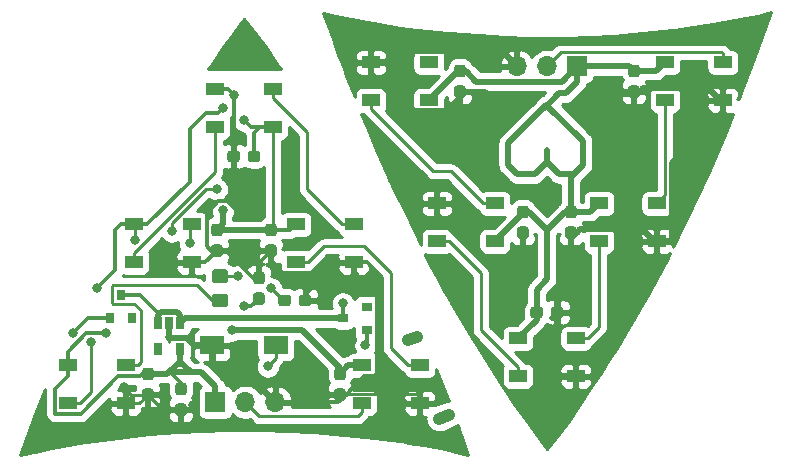
<source format=gbr>
G04 #@! TF.GenerationSoftware,KiCad,Pcbnew,5.1.5-1.fc31*
G04 #@! TF.CreationDate,2020-02-06T18:04:09+00:00*
G04 #@! TF.ProjectId,CatEars,43617445-6172-4732-9e6b-696361645f70,rev?*
G04 #@! TF.SameCoordinates,Original*
G04 #@! TF.FileFunction,Copper,L1,Top*
G04 #@! TF.FilePolarity,Positive*
%FSLAX46Y46*%
G04 Gerber Fmt 4.6, Leading zero omitted, Abs format (unit mm)*
G04 Created by KiCad (PCBNEW 5.1.5-1.fc31) date 2020-02-06 18:04:09*
%MOMM*%
%LPD*%
G04 APERTURE LIST*
%ADD10O,1.700000X1.700000*%
%ADD11R,1.700000X1.700000*%
%ADD12C,0.100000*%
%ADD13R,1.500000X1.000000*%
%ADD14R,0.800000X0.900000*%
%ADD15R,0.650000X1.060000*%
%ADD16R,2.000000X1.600000*%
%ADD17R,0.900000X0.800000*%
%ADD18C,1.050000*%
%ADD19C,0.800000*%
%ADD20C,0.375000*%
%ADD21C,0.250000*%
%ADD22C,0.500000*%
%ADD23C,0.254000*%
G04 APERTURE END LIST*
D10*
X241808000Y-120904000D03*
X244348000Y-120904000D03*
D11*
X246888000Y-120904000D03*
G04 #@! TA.AperFunction,SMDPad,CuDef*
D12*
G36*
X251974779Y-122525144D02*
G01*
X251997834Y-122528563D01*
X252020443Y-122534227D01*
X252042387Y-122542079D01*
X252063457Y-122552044D01*
X252083448Y-122564026D01*
X252102168Y-122577910D01*
X252119438Y-122593562D01*
X252135090Y-122610832D01*
X252148974Y-122629552D01*
X252160956Y-122649543D01*
X252170921Y-122670613D01*
X252178773Y-122692557D01*
X252184437Y-122715166D01*
X252187856Y-122738221D01*
X252189000Y-122761500D01*
X252189000Y-123336500D01*
X252187856Y-123359779D01*
X252184437Y-123382834D01*
X252178773Y-123405443D01*
X252170921Y-123427387D01*
X252160956Y-123448457D01*
X252148974Y-123468448D01*
X252135090Y-123487168D01*
X252119438Y-123504438D01*
X252102168Y-123520090D01*
X252083448Y-123533974D01*
X252063457Y-123545956D01*
X252042387Y-123555921D01*
X252020443Y-123563773D01*
X251997834Y-123569437D01*
X251974779Y-123572856D01*
X251951500Y-123574000D01*
X251476500Y-123574000D01*
X251453221Y-123572856D01*
X251430166Y-123569437D01*
X251407557Y-123563773D01*
X251385613Y-123555921D01*
X251364543Y-123545956D01*
X251344552Y-123533974D01*
X251325832Y-123520090D01*
X251308562Y-123504438D01*
X251292910Y-123487168D01*
X251279026Y-123468448D01*
X251267044Y-123448457D01*
X251257079Y-123427387D01*
X251249227Y-123405443D01*
X251243563Y-123382834D01*
X251240144Y-123359779D01*
X251239000Y-123336500D01*
X251239000Y-122761500D01*
X251240144Y-122738221D01*
X251243563Y-122715166D01*
X251249227Y-122692557D01*
X251257079Y-122670613D01*
X251267044Y-122649543D01*
X251279026Y-122629552D01*
X251292910Y-122610832D01*
X251308562Y-122593562D01*
X251325832Y-122577910D01*
X251344552Y-122564026D01*
X251364543Y-122552044D01*
X251385613Y-122542079D01*
X251407557Y-122534227D01*
X251430166Y-122528563D01*
X251453221Y-122525144D01*
X251476500Y-122524000D01*
X251951500Y-122524000D01*
X251974779Y-122525144D01*
G37*
G04 #@! TD.AperFunction*
G04 #@! TA.AperFunction,SMDPad,CuDef*
G36*
X251974779Y-120775144D02*
G01*
X251997834Y-120778563D01*
X252020443Y-120784227D01*
X252042387Y-120792079D01*
X252063457Y-120802044D01*
X252083448Y-120814026D01*
X252102168Y-120827910D01*
X252119438Y-120843562D01*
X252135090Y-120860832D01*
X252148974Y-120879552D01*
X252160956Y-120899543D01*
X252170921Y-120920613D01*
X252178773Y-120942557D01*
X252184437Y-120965166D01*
X252187856Y-120988221D01*
X252189000Y-121011500D01*
X252189000Y-121586500D01*
X252187856Y-121609779D01*
X252184437Y-121632834D01*
X252178773Y-121655443D01*
X252170921Y-121677387D01*
X252160956Y-121698457D01*
X252148974Y-121718448D01*
X252135090Y-121737168D01*
X252119438Y-121754438D01*
X252102168Y-121770090D01*
X252083448Y-121783974D01*
X252063457Y-121795956D01*
X252042387Y-121805921D01*
X252020443Y-121813773D01*
X251997834Y-121819437D01*
X251974779Y-121822856D01*
X251951500Y-121824000D01*
X251476500Y-121824000D01*
X251453221Y-121822856D01*
X251430166Y-121819437D01*
X251407557Y-121813773D01*
X251385613Y-121805921D01*
X251364543Y-121795956D01*
X251344552Y-121783974D01*
X251325832Y-121770090D01*
X251308562Y-121754438D01*
X251292910Y-121737168D01*
X251279026Y-121718448D01*
X251267044Y-121698457D01*
X251257079Y-121677387D01*
X251249227Y-121655443D01*
X251243563Y-121632834D01*
X251240144Y-121609779D01*
X251239000Y-121586500D01*
X251239000Y-121011500D01*
X251240144Y-120988221D01*
X251243563Y-120965166D01*
X251249227Y-120942557D01*
X251257079Y-120920613D01*
X251267044Y-120899543D01*
X251279026Y-120879552D01*
X251292910Y-120860832D01*
X251308562Y-120843562D01*
X251325832Y-120827910D01*
X251344552Y-120814026D01*
X251364543Y-120802044D01*
X251385613Y-120792079D01*
X251407557Y-120784227D01*
X251430166Y-120778563D01*
X251453221Y-120775144D01*
X251476500Y-120774000D01*
X251951500Y-120774000D01*
X251974779Y-120775144D01*
G37*
G04 #@! TD.AperFunction*
G04 #@! TA.AperFunction,SMDPad,CuDef*
G36*
X237242779Y-122525144D02*
G01*
X237265834Y-122528563D01*
X237288443Y-122534227D01*
X237310387Y-122542079D01*
X237331457Y-122552044D01*
X237351448Y-122564026D01*
X237370168Y-122577910D01*
X237387438Y-122593562D01*
X237403090Y-122610832D01*
X237416974Y-122629552D01*
X237428956Y-122649543D01*
X237438921Y-122670613D01*
X237446773Y-122692557D01*
X237452437Y-122715166D01*
X237455856Y-122738221D01*
X237457000Y-122761500D01*
X237457000Y-123336500D01*
X237455856Y-123359779D01*
X237452437Y-123382834D01*
X237446773Y-123405443D01*
X237438921Y-123427387D01*
X237428956Y-123448457D01*
X237416974Y-123468448D01*
X237403090Y-123487168D01*
X237387438Y-123504438D01*
X237370168Y-123520090D01*
X237351448Y-123533974D01*
X237331457Y-123545956D01*
X237310387Y-123555921D01*
X237288443Y-123563773D01*
X237265834Y-123569437D01*
X237242779Y-123572856D01*
X237219500Y-123574000D01*
X236744500Y-123574000D01*
X236721221Y-123572856D01*
X236698166Y-123569437D01*
X236675557Y-123563773D01*
X236653613Y-123555921D01*
X236632543Y-123545956D01*
X236612552Y-123533974D01*
X236593832Y-123520090D01*
X236576562Y-123504438D01*
X236560910Y-123487168D01*
X236547026Y-123468448D01*
X236535044Y-123448457D01*
X236525079Y-123427387D01*
X236517227Y-123405443D01*
X236511563Y-123382834D01*
X236508144Y-123359779D01*
X236507000Y-123336500D01*
X236507000Y-122761500D01*
X236508144Y-122738221D01*
X236511563Y-122715166D01*
X236517227Y-122692557D01*
X236525079Y-122670613D01*
X236535044Y-122649543D01*
X236547026Y-122629552D01*
X236560910Y-122610832D01*
X236576562Y-122593562D01*
X236593832Y-122577910D01*
X236612552Y-122564026D01*
X236632543Y-122552044D01*
X236653613Y-122542079D01*
X236675557Y-122534227D01*
X236698166Y-122528563D01*
X236721221Y-122525144D01*
X236744500Y-122524000D01*
X237219500Y-122524000D01*
X237242779Y-122525144D01*
G37*
G04 #@! TD.AperFunction*
G04 #@! TA.AperFunction,SMDPad,CuDef*
G36*
X237242779Y-120775144D02*
G01*
X237265834Y-120778563D01*
X237288443Y-120784227D01*
X237310387Y-120792079D01*
X237331457Y-120802044D01*
X237351448Y-120814026D01*
X237370168Y-120827910D01*
X237387438Y-120843562D01*
X237403090Y-120860832D01*
X237416974Y-120879552D01*
X237428956Y-120899543D01*
X237438921Y-120920613D01*
X237446773Y-120942557D01*
X237452437Y-120965166D01*
X237455856Y-120988221D01*
X237457000Y-121011500D01*
X237457000Y-121586500D01*
X237455856Y-121609779D01*
X237452437Y-121632834D01*
X237446773Y-121655443D01*
X237438921Y-121677387D01*
X237428956Y-121698457D01*
X237416974Y-121718448D01*
X237403090Y-121737168D01*
X237387438Y-121754438D01*
X237370168Y-121770090D01*
X237351448Y-121783974D01*
X237331457Y-121795956D01*
X237310387Y-121805921D01*
X237288443Y-121813773D01*
X237265834Y-121819437D01*
X237242779Y-121822856D01*
X237219500Y-121824000D01*
X236744500Y-121824000D01*
X236721221Y-121822856D01*
X236698166Y-121819437D01*
X236675557Y-121813773D01*
X236653613Y-121805921D01*
X236632543Y-121795956D01*
X236612552Y-121783974D01*
X236593832Y-121770090D01*
X236576562Y-121754438D01*
X236560910Y-121737168D01*
X236547026Y-121718448D01*
X236535044Y-121698457D01*
X236525079Y-121677387D01*
X236517227Y-121655443D01*
X236511563Y-121632834D01*
X236508144Y-121609779D01*
X236507000Y-121586500D01*
X236507000Y-121011500D01*
X236508144Y-120988221D01*
X236511563Y-120965166D01*
X236517227Y-120942557D01*
X236525079Y-120920613D01*
X236535044Y-120899543D01*
X236547026Y-120879552D01*
X236560910Y-120860832D01*
X236576562Y-120843562D01*
X236593832Y-120827910D01*
X236612552Y-120814026D01*
X236632543Y-120802044D01*
X236653613Y-120792079D01*
X236675557Y-120784227D01*
X236698166Y-120778563D01*
X236721221Y-120775144D01*
X236744500Y-120774000D01*
X237219500Y-120774000D01*
X237242779Y-120775144D01*
G37*
G04 #@! TD.AperFunction*
D13*
X254344000Y-120574000D03*
X254344000Y-123774000D03*
X259244000Y-120574000D03*
X259244000Y-123774000D03*
X241898000Y-143942000D03*
X241898000Y-147142000D03*
X246798000Y-143942000D03*
X246798000Y-147142000D03*
G04 #@! TA.AperFunction,SMDPad,CuDef*
D12*
G36*
X246640779Y-134463144D02*
G01*
X246663834Y-134466563D01*
X246686443Y-134472227D01*
X246708387Y-134480079D01*
X246729457Y-134490044D01*
X246749448Y-134502026D01*
X246768168Y-134515910D01*
X246785438Y-134531562D01*
X246801090Y-134548832D01*
X246814974Y-134567552D01*
X246826956Y-134587543D01*
X246836921Y-134608613D01*
X246844773Y-134630557D01*
X246850437Y-134653166D01*
X246853856Y-134676221D01*
X246855000Y-134699500D01*
X246855000Y-135274500D01*
X246853856Y-135297779D01*
X246850437Y-135320834D01*
X246844773Y-135343443D01*
X246836921Y-135365387D01*
X246826956Y-135386457D01*
X246814974Y-135406448D01*
X246801090Y-135425168D01*
X246785438Y-135442438D01*
X246768168Y-135458090D01*
X246749448Y-135471974D01*
X246729457Y-135483956D01*
X246708387Y-135493921D01*
X246686443Y-135501773D01*
X246663834Y-135507437D01*
X246640779Y-135510856D01*
X246617500Y-135512000D01*
X246142500Y-135512000D01*
X246119221Y-135510856D01*
X246096166Y-135507437D01*
X246073557Y-135501773D01*
X246051613Y-135493921D01*
X246030543Y-135483956D01*
X246010552Y-135471974D01*
X245991832Y-135458090D01*
X245974562Y-135442438D01*
X245958910Y-135425168D01*
X245945026Y-135406448D01*
X245933044Y-135386457D01*
X245923079Y-135365387D01*
X245915227Y-135343443D01*
X245909563Y-135320834D01*
X245906144Y-135297779D01*
X245905000Y-135274500D01*
X245905000Y-134699500D01*
X245906144Y-134676221D01*
X245909563Y-134653166D01*
X245915227Y-134630557D01*
X245923079Y-134608613D01*
X245933044Y-134587543D01*
X245945026Y-134567552D01*
X245958910Y-134548832D01*
X245974562Y-134531562D01*
X245991832Y-134515910D01*
X246010552Y-134502026D01*
X246030543Y-134490044D01*
X246051613Y-134480079D01*
X246073557Y-134472227D01*
X246096166Y-134466563D01*
X246119221Y-134463144D01*
X246142500Y-134462000D01*
X246617500Y-134462000D01*
X246640779Y-134463144D01*
G37*
G04 #@! TD.AperFunction*
G04 #@! TA.AperFunction,SMDPad,CuDef*
G36*
X246640779Y-132713144D02*
G01*
X246663834Y-132716563D01*
X246686443Y-132722227D01*
X246708387Y-132730079D01*
X246729457Y-132740044D01*
X246749448Y-132752026D01*
X246768168Y-132765910D01*
X246785438Y-132781562D01*
X246801090Y-132798832D01*
X246814974Y-132817552D01*
X246826956Y-132837543D01*
X246836921Y-132858613D01*
X246844773Y-132880557D01*
X246850437Y-132903166D01*
X246853856Y-132926221D01*
X246855000Y-132949500D01*
X246855000Y-133524500D01*
X246853856Y-133547779D01*
X246850437Y-133570834D01*
X246844773Y-133593443D01*
X246836921Y-133615387D01*
X246826956Y-133636457D01*
X246814974Y-133656448D01*
X246801090Y-133675168D01*
X246785438Y-133692438D01*
X246768168Y-133708090D01*
X246749448Y-133721974D01*
X246729457Y-133733956D01*
X246708387Y-133743921D01*
X246686443Y-133751773D01*
X246663834Y-133757437D01*
X246640779Y-133760856D01*
X246617500Y-133762000D01*
X246142500Y-133762000D01*
X246119221Y-133760856D01*
X246096166Y-133757437D01*
X246073557Y-133751773D01*
X246051613Y-133743921D01*
X246030543Y-133733956D01*
X246010552Y-133721974D01*
X245991832Y-133708090D01*
X245974562Y-133692438D01*
X245958910Y-133675168D01*
X245945026Y-133656448D01*
X245933044Y-133636457D01*
X245923079Y-133615387D01*
X245915227Y-133593443D01*
X245909563Y-133570834D01*
X245906144Y-133547779D01*
X245905000Y-133524500D01*
X245905000Y-132949500D01*
X245906144Y-132926221D01*
X245909563Y-132903166D01*
X245915227Y-132880557D01*
X245923079Y-132858613D01*
X245933044Y-132837543D01*
X245945026Y-132817552D01*
X245958910Y-132798832D01*
X245974562Y-132781562D01*
X245991832Y-132765910D01*
X246010552Y-132752026D01*
X246030543Y-132740044D01*
X246051613Y-132730079D01*
X246073557Y-132722227D01*
X246096166Y-132716563D01*
X246119221Y-132713144D01*
X246142500Y-132712000D01*
X246617500Y-132712000D01*
X246640779Y-132713144D01*
G37*
G04 #@! TD.AperFunction*
G04 #@! TA.AperFunction,SMDPad,CuDef*
G36*
X245533779Y-141258144D02*
G01*
X245556834Y-141261563D01*
X245579443Y-141267227D01*
X245601387Y-141275079D01*
X245622457Y-141285044D01*
X245642448Y-141297026D01*
X245661168Y-141310910D01*
X245678438Y-141326562D01*
X245694090Y-141343832D01*
X245707974Y-141362552D01*
X245719956Y-141382543D01*
X245729921Y-141403613D01*
X245737773Y-141425557D01*
X245743437Y-141448166D01*
X245746856Y-141471221D01*
X245748000Y-141494500D01*
X245748000Y-141969500D01*
X245746856Y-141992779D01*
X245743437Y-142015834D01*
X245737773Y-142038443D01*
X245729921Y-142060387D01*
X245719956Y-142081457D01*
X245707974Y-142101448D01*
X245694090Y-142120168D01*
X245678438Y-142137438D01*
X245661168Y-142153090D01*
X245642448Y-142166974D01*
X245622457Y-142178956D01*
X245601387Y-142188921D01*
X245579443Y-142196773D01*
X245556834Y-142202437D01*
X245533779Y-142205856D01*
X245510500Y-142207000D01*
X244935500Y-142207000D01*
X244912221Y-142205856D01*
X244889166Y-142202437D01*
X244866557Y-142196773D01*
X244844613Y-142188921D01*
X244823543Y-142178956D01*
X244803552Y-142166974D01*
X244784832Y-142153090D01*
X244767562Y-142137438D01*
X244751910Y-142120168D01*
X244738026Y-142101448D01*
X244726044Y-142081457D01*
X244716079Y-142060387D01*
X244708227Y-142038443D01*
X244702563Y-142015834D01*
X244699144Y-141992779D01*
X244698000Y-141969500D01*
X244698000Y-141494500D01*
X244699144Y-141471221D01*
X244702563Y-141448166D01*
X244708227Y-141425557D01*
X244716079Y-141403613D01*
X244726044Y-141382543D01*
X244738026Y-141362552D01*
X244751910Y-141343832D01*
X244767562Y-141326562D01*
X244784832Y-141310910D01*
X244803552Y-141297026D01*
X244823543Y-141285044D01*
X244844613Y-141275079D01*
X244866557Y-141267227D01*
X244889166Y-141261563D01*
X244912221Y-141258144D01*
X244935500Y-141257000D01*
X245510500Y-141257000D01*
X245533779Y-141258144D01*
G37*
G04 #@! TD.AperFunction*
G04 #@! TA.AperFunction,SMDPad,CuDef*
G36*
X243783779Y-141258144D02*
G01*
X243806834Y-141261563D01*
X243829443Y-141267227D01*
X243851387Y-141275079D01*
X243872457Y-141285044D01*
X243892448Y-141297026D01*
X243911168Y-141310910D01*
X243928438Y-141326562D01*
X243944090Y-141343832D01*
X243957974Y-141362552D01*
X243969956Y-141382543D01*
X243979921Y-141403613D01*
X243987773Y-141425557D01*
X243993437Y-141448166D01*
X243996856Y-141471221D01*
X243998000Y-141494500D01*
X243998000Y-141969500D01*
X243996856Y-141992779D01*
X243993437Y-142015834D01*
X243987773Y-142038443D01*
X243979921Y-142060387D01*
X243969956Y-142081457D01*
X243957974Y-142101448D01*
X243944090Y-142120168D01*
X243928438Y-142137438D01*
X243911168Y-142153090D01*
X243892448Y-142166974D01*
X243872457Y-142178956D01*
X243851387Y-142188921D01*
X243829443Y-142196773D01*
X243806834Y-142202437D01*
X243783779Y-142205856D01*
X243760500Y-142207000D01*
X243185500Y-142207000D01*
X243162221Y-142205856D01*
X243139166Y-142202437D01*
X243116557Y-142196773D01*
X243094613Y-142188921D01*
X243073543Y-142178956D01*
X243053552Y-142166974D01*
X243034832Y-142153090D01*
X243017562Y-142137438D01*
X243001910Y-142120168D01*
X242988026Y-142101448D01*
X242976044Y-142081457D01*
X242966079Y-142060387D01*
X242958227Y-142038443D01*
X242952563Y-142015834D01*
X242949144Y-141992779D01*
X242948000Y-141969500D01*
X242948000Y-141494500D01*
X242949144Y-141471221D01*
X242952563Y-141448166D01*
X242958227Y-141425557D01*
X242966079Y-141403613D01*
X242976044Y-141382543D01*
X242988026Y-141362552D01*
X243001910Y-141343832D01*
X243017562Y-141326562D01*
X243034832Y-141310910D01*
X243053552Y-141297026D01*
X243073543Y-141285044D01*
X243094613Y-141275079D01*
X243116557Y-141267227D01*
X243139166Y-141261563D01*
X243162221Y-141258144D01*
X243185500Y-141257000D01*
X243760500Y-141257000D01*
X243783779Y-141258144D01*
G37*
G04 #@! TD.AperFunction*
G04 #@! TA.AperFunction,SMDPad,CuDef*
G36*
X242576779Y-134463144D02*
G01*
X242599834Y-134466563D01*
X242622443Y-134472227D01*
X242644387Y-134480079D01*
X242665457Y-134490044D01*
X242685448Y-134502026D01*
X242704168Y-134515910D01*
X242721438Y-134531562D01*
X242737090Y-134548832D01*
X242750974Y-134567552D01*
X242762956Y-134587543D01*
X242772921Y-134608613D01*
X242780773Y-134630557D01*
X242786437Y-134653166D01*
X242789856Y-134676221D01*
X242791000Y-134699500D01*
X242791000Y-135274500D01*
X242789856Y-135297779D01*
X242786437Y-135320834D01*
X242780773Y-135343443D01*
X242772921Y-135365387D01*
X242762956Y-135386457D01*
X242750974Y-135406448D01*
X242737090Y-135425168D01*
X242721438Y-135442438D01*
X242704168Y-135458090D01*
X242685448Y-135471974D01*
X242665457Y-135483956D01*
X242644387Y-135493921D01*
X242622443Y-135501773D01*
X242599834Y-135507437D01*
X242576779Y-135510856D01*
X242553500Y-135512000D01*
X242078500Y-135512000D01*
X242055221Y-135510856D01*
X242032166Y-135507437D01*
X242009557Y-135501773D01*
X241987613Y-135493921D01*
X241966543Y-135483956D01*
X241946552Y-135471974D01*
X241927832Y-135458090D01*
X241910562Y-135442438D01*
X241894910Y-135425168D01*
X241881026Y-135406448D01*
X241869044Y-135386457D01*
X241859079Y-135365387D01*
X241851227Y-135343443D01*
X241845563Y-135320834D01*
X241842144Y-135297779D01*
X241841000Y-135274500D01*
X241841000Y-134699500D01*
X241842144Y-134676221D01*
X241845563Y-134653166D01*
X241851227Y-134630557D01*
X241859079Y-134608613D01*
X241869044Y-134587543D01*
X241881026Y-134567552D01*
X241894910Y-134548832D01*
X241910562Y-134531562D01*
X241927832Y-134515910D01*
X241946552Y-134502026D01*
X241966543Y-134490044D01*
X241987613Y-134480079D01*
X242009557Y-134472227D01*
X242032166Y-134466563D01*
X242055221Y-134463144D01*
X242078500Y-134462000D01*
X242553500Y-134462000D01*
X242576779Y-134463144D01*
G37*
G04 #@! TD.AperFunction*
G04 #@! TA.AperFunction,SMDPad,CuDef*
G36*
X242576779Y-132713144D02*
G01*
X242599834Y-132716563D01*
X242622443Y-132722227D01*
X242644387Y-132730079D01*
X242665457Y-132740044D01*
X242685448Y-132752026D01*
X242704168Y-132765910D01*
X242721438Y-132781562D01*
X242737090Y-132798832D01*
X242750974Y-132817552D01*
X242762956Y-132837543D01*
X242772921Y-132858613D01*
X242780773Y-132880557D01*
X242786437Y-132903166D01*
X242789856Y-132926221D01*
X242791000Y-132949500D01*
X242791000Y-133524500D01*
X242789856Y-133547779D01*
X242786437Y-133570834D01*
X242780773Y-133593443D01*
X242772921Y-133615387D01*
X242762956Y-133636457D01*
X242750974Y-133656448D01*
X242737090Y-133675168D01*
X242721438Y-133692438D01*
X242704168Y-133708090D01*
X242685448Y-133721974D01*
X242665457Y-133733956D01*
X242644387Y-133743921D01*
X242622443Y-133751773D01*
X242599834Y-133757437D01*
X242576779Y-133760856D01*
X242553500Y-133762000D01*
X242078500Y-133762000D01*
X242055221Y-133760856D01*
X242032166Y-133757437D01*
X242009557Y-133751773D01*
X241987613Y-133743921D01*
X241966543Y-133733956D01*
X241946552Y-133721974D01*
X241927832Y-133708090D01*
X241910562Y-133692438D01*
X241894910Y-133675168D01*
X241881026Y-133656448D01*
X241869044Y-133636457D01*
X241859079Y-133615387D01*
X241851227Y-133593443D01*
X241845563Y-133570834D01*
X241842144Y-133547779D01*
X241841000Y-133524500D01*
X241841000Y-132949500D01*
X241842144Y-132926221D01*
X241845563Y-132903166D01*
X241851227Y-132880557D01*
X241859079Y-132858613D01*
X241869044Y-132837543D01*
X241881026Y-132817552D01*
X241894910Y-132798832D01*
X241910562Y-132781562D01*
X241927832Y-132765910D01*
X241946552Y-132752026D01*
X241966543Y-132740044D01*
X241987613Y-132730079D01*
X242009557Y-132722227D01*
X242032166Y-132716563D01*
X242055221Y-132713144D01*
X242078500Y-132712000D01*
X242553500Y-132712000D01*
X242576779Y-132713144D01*
G37*
G04 #@! TD.AperFunction*
D13*
X248756000Y-132512000D03*
X248756000Y-135712000D03*
X253656000Y-132512000D03*
X253656000Y-135712000D03*
D10*
X221361000Y-149352000D03*
X218821000Y-149352000D03*
D11*
X216281000Y-149352000D03*
D13*
X209386000Y-134290000D03*
X209386000Y-137490000D03*
X214286000Y-134290000D03*
X214286000Y-137490000D03*
D14*
X208280000Y-140224000D03*
X209230000Y-142224000D03*
X207330000Y-142224000D03*
G04 #@! TA.AperFunction,SMDPad,CuDef*
D12*
G36*
X220224779Y-140051144D02*
G01*
X220247834Y-140054563D01*
X220270443Y-140060227D01*
X220292387Y-140068079D01*
X220313457Y-140078044D01*
X220333448Y-140090026D01*
X220352168Y-140103910D01*
X220369438Y-140119562D01*
X220385090Y-140136832D01*
X220398974Y-140155552D01*
X220410956Y-140175543D01*
X220420921Y-140196613D01*
X220428773Y-140218557D01*
X220434437Y-140241166D01*
X220437856Y-140264221D01*
X220439000Y-140287500D01*
X220439000Y-140862500D01*
X220437856Y-140885779D01*
X220434437Y-140908834D01*
X220428773Y-140931443D01*
X220420921Y-140953387D01*
X220410956Y-140974457D01*
X220398974Y-140994448D01*
X220385090Y-141013168D01*
X220369438Y-141030438D01*
X220352168Y-141046090D01*
X220333448Y-141059974D01*
X220313457Y-141071956D01*
X220292387Y-141081921D01*
X220270443Y-141089773D01*
X220247834Y-141095437D01*
X220224779Y-141098856D01*
X220201500Y-141100000D01*
X219726500Y-141100000D01*
X219703221Y-141098856D01*
X219680166Y-141095437D01*
X219657557Y-141089773D01*
X219635613Y-141081921D01*
X219614543Y-141071956D01*
X219594552Y-141059974D01*
X219575832Y-141046090D01*
X219558562Y-141030438D01*
X219542910Y-141013168D01*
X219529026Y-140994448D01*
X219517044Y-140974457D01*
X219507079Y-140953387D01*
X219499227Y-140931443D01*
X219493563Y-140908834D01*
X219490144Y-140885779D01*
X219489000Y-140862500D01*
X219489000Y-140287500D01*
X219490144Y-140264221D01*
X219493563Y-140241166D01*
X219499227Y-140218557D01*
X219507079Y-140196613D01*
X219517044Y-140175543D01*
X219529026Y-140155552D01*
X219542910Y-140136832D01*
X219558562Y-140119562D01*
X219575832Y-140103910D01*
X219594552Y-140090026D01*
X219614543Y-140078044D01*
X219635613Y-140068079D01*
X219657557Y-140060227D01*
X219680166Y-140054563D01*
X219703221Y-140051144D01*
X219726500Y-140050000D01*
X220201500Y-140050000D01*
X220224779Y-140051144D01*
G37*
G04 #@! TD.AperFunction*
G04 #@! TA.AperFunction,SMDPad,CuDef*
G36*
X220224779Y-138301144D02*
G01*
X220247834Y-138304563D01*
X220270443Y-138310227D01*
X220292387Y-138318079D01*
X220313457Y-138328044D01*
X220333448Y-138340026D01*
X220352168Y-138353910D01*
X220369438Y-138369562D01*
X220385090Y-138386832D01*
X220398974Y-138405552D01*
X220410956Y-138425543D01*
X220420921Y-138446613D01*
X220428773Y-138468557D01*
X220434437Y-138491166D01*
X220437856Y-138514221D01*
X220439000Y-138537500D01*
X220439000Y-139112500D01*
X220437856Y-139135779D01*
X220434437Y-139158834D01*
X220428773Y-139181443D01*
X220420921Y-139203387D01*
X220410956Y-139224457D01*
X220398974Y-139244448D01*
X220385090Y-139263168D01*
X220369438Y-139280438D01*
X220352168Y-139296090D01*
X220333448Y-139309974D01*
X220313457Y-139321956D01*
X220292387Y-139331921D01*
X220270443Y-139339773D01*
X220247834Y-139345437D01*
X220224779Y-139348856D01*
X220201500Y-139350000D01*
X219726500Y-139350000D01*
X219703221Y-139348856D01*
X219680166Y-139345437D01*
X219657557Y-139339773D01*
X219635613Y-139331921D01*
X219614543Y-139321956D01*
X219594552Y-139309974D01*
X219575832Y-139296090D01*
X219558562Y-139280438D01*
X219542910Y-139263168D01*
X219529026Y-139244448D01*
X219517044Y-139224457D01*
X219507079Y-139203387D01*
X219499227Y-139181443D01*
X219493563Y-139158834D01*
X219490144Y-139135779D01*
X219489000Y-139112500D01*
X219489000Y-138537500D01*
X219490144Y-138514221D01*
X219493563Y-138491166D01*
X219499227Y-138468557D01*
X219507079Y-138446613D01*
X219517044Y-138425543D01*
X219529026Y-138405552D01*
X219542910Y-138386832D01*
X219558562Y-138369562D01*
X219575832Y-138353910D01*
X219594552Y-138340026D01*
X219614543Y-138328044D01*
X219635613Y-138318079D01*
X219657557Y-138310227D01*
X219680166Y-138304563D01*
X219703221Y-138301144D01*
X219726500Y-138300000D01*
X220201500Y-138300000D01*
X220224779Y-138301144D01*
G37*
G04 #@! TD.AperFunction*
G04 #@! TA.AperFunction,SMDPad,CuDef*
G36*
X216668779Y-135987144D02*
G01*
X216691834Y-135990563D01*
X216714443Y-135996227D01*
X216736387Y-136004079D01*
X216757457Y-136014044D01*
X216777448Y-136026026D01*
X216796168Y-136039910D01*
X216813438Y-136055562D01*
X216829090Y-136072832D01*
X216842974Y-136091552D01*
X216854956Y-136111543D01*
X216864921Y-136132613D01*
X216872773Y-136154557D01*
X216878437Y-136177166D01*
X216881856Y-136200221D01*
X216883000Y-136223500D01*
X216883000Y-136798500D01*
X216881856Y-136821779D01*
X216878437Y-136844834D01*
X216872773Y-136867443D01*
X216864921Y-136889387D01*
X216854956Y-136910457D01*
X216842974Y-136930448D01*
X216829090Y-136949168D01*
X216813438Y-136966438D01*
X216796168Y-136982090D01*
X216777448Y-136995974D01*
X216757457Y-137007956D01*
X216736387Y-137017921D01*
X216714443Y-137025773D01*
X216691834Y-137031437D01*
X216668779Y-137034856D01*
X216645500Y-137036000D01*
X216170500Y-137036000D01*
X216147221Y-137034856D01*
X216124166Y-137031437D01*
X216101557Y-137025773D01*
X216079613Y-137017921D01*
X216058543Y-137007956D01*
X216038552Y-136995974D01*
X216019832Y-136982090D01*
X216002562Y-136966438D01*
X215986910Y-136949168D01*
X215973026Y-136930448D01*
X215961044Y-136910457D01*
X215951079Y-136889387D01*
X215943227Y-136867443D01*
X215937563Y-136844834D01*
X215934144Y-136821779D01*
X215933000Y-136798500D01*
X215933000Y-136223500D01*
X215934144Y-136200221D01*
X215937563Y-136177166D01*
X215943227Y-136154557D01*
X215951079Y-136132613D01*
X215961044Y-136111543D01*
X215973026Y-136091552D01*
X215986910Y-136072832D01*
X216002562Y-136055562D01*
X216019832Y-136039910D01*
X216038552Y-136026026D01*
X216058543Y-136014044D01*
X216079613Y-136004079D01*
X216101557Y-135996227D01*
X216124166Y-135990563D01*
X216147221Y-135987144D01*
X216170500Y-135986000D01*
X216645500Y-135986000D01*
X216668779Y-135987144D01*
G37*
G04 #@! TD.AperFunction*
G04 #@! TA.AperFunction,SMDPad,CuDef*
G36*
X216668779Y-134237144D02*
G01*
X216691834Y-134240563D01*
X216714443Y-134246227D01*
X216736387Y-134254079D01*
X216757457Y-134264044D01*
X216777448Y-134276026D01*
X216796168Y-134289910D01*
X216813438Y-134305562D01*
X216829090Y-134322832D01*
X216842974Y-134341552D01*
X216854956Y-134361543D01*
X216864921Y-134382613D01*
X216872773Y-134404557D01*
X216878437Y-134427166D01*
X216881856Y-134450221D01*
X216883000Y-134473500D01*
X216883000Y-135048500D01*
X216881856Y-135071779D01*
X216878437Y-135094834D01*
X216872773Y-135117443D01*
X216864921Y-135139387D01*
X216854956Y-135160457D01*
X216842974Y-135180448D01*
X216829090Y-135199168D01*
X216813438Y-135216438D01*
X216796168Y-135232090D01*
X216777448Y-135245974D01*
X216757457Y-135257956D01*
X216736387Y-135267921D01*
X216714443Y-135275773D01*
X216691834Y-135281437D01*
X216668779Y-135284856D01*
X216645500Y-135286000D01*
X216170500Y-135286000D01*
X216147221Y-135284856D01*
X216124166Y-135281437D01*
X216101557Y-135275773D01*
X216079613Y-135267921D01*
X216058543Y-135257956D01*
X216038552Y-135245974D01*
X216019832Y-135232090D01*
X216002562Y-135216438D01*
X215986910Y-135199168D01*
X215973026Y-135180448D01*
X215961044Y-135160457D01*
X215951079Y-135139387D01*
X215943227Y-135117443D01*
X215937563Y-135094834D01*
X215934144Y-135071779D01*
X215933000Y-135048500D01*
X215933000Y-134473500D01*
X215934144Y-134450221D01*
X215937563Y-134427166D01*
X215943227Y-134404557D01*
X215951079Y-134382613D01*
X215961044Y-134361543D01*
X215973026Y-134341552D01*
X215986910Y-134322832D01*
X216002562Y-134305562D01*
X216019832Y-134289910D01*
X216038552Y-134276026D01*
X216058543Y-134264044D01*
X216079613Y-134254079D01*
X216101557Y-134246227D01*
X216124166Y-134240563D01*
X216147221Y-134237144D01*
X216170500Y-134236000D01*
X216645500Y-134236000D01*
X216668779Y-134237144D01*
G37*
G04 #@! TD.AperFunction*
D15*
X213294000Y-144864000D03*
X211394000Y-144864000D03*
X211394000Y-142664000D03*
X212344000Y-142664000D03*
X213294000Y-142664000D03*
G04 #@! TA.AperFunction,SMDPad,CuDef*
D12*
G36*
X218129779Y-128050144D02*
G01*
X218152834Y-128053563D01*
X218175443Y-128059227D01*
X218197387Y-128067079D01*
X218218457Y-128077044D01*
X218238448Y-128089026D01*
X218257168Y-128102910D01*
X218274438Y-128118562D01*
X218290090Y-128135832D01*
X218303974Y-128154552D01*
X218315956Y-128174543D01*
X218325921Y-128195613D01*
X218333773Y-128217557D01*
X218339437Y-128240166D01*
X218342856Y-128263221D01*
X218344000Y-128286500D01*
X218344000Y-128761500D01*
X218342856Y-128784779D01*
X218339437Y-128807834D01*
X218333773Y-128830443D01*
X218325921Y-128852387D01*
X218315956Y-128873457D01*
X218303974Y-128893448D01*
X218290090Y-128912168D01*
X218274438Y-128929438D01*
X218257168Y-128945090D01*
X218238448Y-128958974D01*
X218218457Y-128970956D01*
X218197387Y-128980921D01*
X218175443Y-128988773D01*
X218152834Y-128994437D01*
X218129779Y-128997856D01*
X218106500Y-128999000D01*
X217531500Y-128999000D01*
X217508221Y-128997856D01*
X217485166Y-128994437D01*
X217462557Y-128988773D01*
X217440613Y-128980921D01*
X217419543Y-128970956D01*
X217399552Y-128958974D01*
X217380832Y-128945090D01*
X217363562Y-128929438D01*
X217347910Y-128912168D01*
X217334026Y-128893448D01*
X217322044Y-128873457D01*
X217312079Y-128852387D01*
X217304227Y-128830443D01*
X217298563Y-128807834D01*
X217295144Y-128784779D01*
X217294000Y-128761500D01*
X217294000Y-128286500D01*
X217295144Y-128263221D01*
X217298563Y-128240166D01*
X217304227Y-128217557D01*
X217312079Y-128195613D01*
X217322044Y-128174543D01*
X217334026Y-128154552D01*
X217347910Y-128135832D01*
X217363562Y-128118562D01*
X217380832Y-128102910D01*
X217399552Y-128089026D01*
X217419543Y-128077044D01*
X217440613Y-128067079D01*
X217462557Y-128059227D01*
X217485166Y-128053563D01*
X217508221Y-128050144D01*
X217531500Y-128049000D01*
X218106500Y-128049000D01*
X218129779Y-128050144D01*
G37*
G04 #@! TD.AperFunction*
G04 #@! TA.AperFunction,SMDPad,CuDef*
G36*
X219879779Y-128050144D02*
G01*
X219902834Y-128053563D01*
X219925443Y-128059227D01*
X219947387Y-128067079D01*
X219968457Y-128077044D01*
X219988448Y-128089026D01*
X220007168Y-128102910D01*
X220024438Y-128118562D01*
X220040090Y-128135832D01*
X220053974Y-128154552D01*
X220065956Y-128174543D01*
X220075921Y-128195613D01*
X220083773Y-128217557D01*
X220089437Y-128240166D01*
X220092856Y-128263221D01*
X220094000Y-128286500D01*
X220094000Y-128761500D01*
X220092856Y-128784779D01*
X220089437Y-128807834D01*
X220083773Y-128830443D01*
X220075921Y-128852387D01*
X220065956Y-128873457D01*
X220053974Y-128893448D01*
X220040090Y-128912168D01*
X220024438Y-128929438D01*
X220007168Y-128945090D01*
X219988448Y-128958974D01*
X219968457Y-128970956D01*
X219947387Y-128980921D01*
X219925443Y-128988773D01*
X219902834Y-128994437D01*
X219879779Y-128997856D01*
X219856500Y-128999000D01*
X219281500Y-128999000D01*
X219258221Y-128997856D01*
X219235166Y-128994437D01*
X219212557Y-128988773D01*
X219190613Y-128980921D01*
X219169543Y-128970956D01*
X219149552Y-128958974D01*
X219130832Y-128945090D01*
X219113562Y-128929438D01*
X219097910Y-128912168D01*
X219084026Y-128893448D01*
X219072044Y-128873457D01*
X219062079Y-128852387D01*
X219054227Y-128830443D01*
X219048563Y-128807834D01*
X219045144Y-128784779D01*
X219044000Y-128761500D01*
X219044000Y-128286500D01*
X219045144Y-128263221D01*
X219048563Y-128240166D01*
X219054227Y-128217557D01*
X219062079Y-128195613D01*
X219072044Y-128174543D01*
X219084026Y-128154552D01*
X219097910Y-128135832D01*
X219113562Y-128118562D01*
X219130832Y-128102910D01*
X219149552Y-128089026D01*
X219169543Y-128077044D01*
X219190613Y-128067079D01*
X219212557Y-128059227D01*
X219235166Y-128053563D01*
X219258221Y-128050144D01*
X219281500Y-128049000D01*
X219856500Y-128049000D01*
X219879779Y-128050144D01*
G37*
G04 #@! TD.AperFunction*
G04 #@! TA.AperFunction,SMDPad,CuDef*
G36*
X227082779Y-148179144D02*
G01*
X227105834Y-148182563D01*
X227128443Y-148188227D01*
X227150387Y-148196079D01*
X227171457Y-148206044D01*
X227191448Y-148218026D01*
X227210168Y-148231910D01*
X227227438Y-148247562D01*
X227243090Y-148264832D01*
X227256974Y-148283552D01*
X227268956Y-148303543D01*
X227278921Y-148324613D01*
X227286773Y-148346557D01*
X227292437Y-148369166D01*
X227295856Y-148392221D01*
X227297000Y-148415500D01*
X227297000Y-148990500D01*
X227295856Y-149013779D01*
X227292437Y-149036834D01*
X227286773Y-149059443D01*
X227278921Y-149081387D01*
X227268956Y-149102457D01*
X227256974Y-149122448D01*
X227243090Y-149141168D01*
X227227438Y-149158438D01*
X227210168Y-149174090D01*
X227191448Y-149187974D01*
X227171457Y-149199956D01*
X227150387Y-149209921D01*
X227128443Y-149217773D01*
X227105834Y-149223437D01*
X227082779Y-149226856D01*
X227059500Y-149228000D01*
X226584500Y-149228000D01*
X226561221Y-149226856D01*
X226538166Y-149223437D01*
X226515557Y-149217773D01*
X226493613Y-149209921D01*
X226472543Y-149199956D01*
X226452552Y-149187974D01*
X226433832Y-149174090D01*
X226416562Y-149158438D01*
X226400910Y-149141168D01*
X226387026Y-149122448D01*
X226375044Y-149102457D01*
X226365079Y-149081387D01*
X226357227Y-149059443D01*
X226351563Y-149036834D01*
X226348144Y-149013779D01*
X226347000Y-148990500D01*
X226347000Y-148415500D01*
X226348144Y-148392221D01*
X226351563Y-148369166D01*
X226357227Y-148346557D01*
X226365079Y-148324613D01*
X226375044Y-148303543D01*
X226387026Y-148283552D01*
X226400910Y-148264832D01*
X226416562Y-148247562D01*
X226433832Y-148231910D01*
X226452552Y-148218026D01*
X226472543Y-148206044D01*
X226493613Y-148196079D01*
X226515557Y-148188227D01*
X226538166Y-148182563D01*
X226561221Y-148179144D01*
X226584500Y-148178000D01*
X227059500Y-148178000D01*
X227082779Y-148179144D01*
G37*
G04 #@! TD.AperFunction*
G04 #@! TA.AperFunction,SMDPad,CuDef*
G36*
X227082779Y-146429144D02*
G01*
X227105834Y-146432563D01*
X227128443Y-146438227D01*
X227150387Y-146446079D01*
X227171457Y-146456044D01*
X227191448Y-146468026D01*
X227210168Y-146481910D01*
X227227438Y-146497562D01*
X227243090Y-146514832D01*
X227256974Y-146533552D01*
X227268956Y-146553543D01*
X227278921Y-146574613D01*
X227286773Y-146596557D01*
X227292437Y-146619166D01*
X227295856Y-146642221D01*
X227297000Y-146665500D01*
X227297000Y-147240500D01*
X227295856Y-147263779D01*
X227292437Y-147286834D01*
X227286773Y-147309443D01*
X227278921Y-147331387D01*
X227268956Y-147352457D01*
X227256974Y-147372448D01*
X227243090Y-147391168D01*
X227227438Y-147408438D01*
X227210168Y-147424090D01*
X227191448Y-147437974D01*
X227171457Y-147449956D01*
X227150387Y-147459921D01*
X227128443Y-147467773D01*
X227105834Y-147473437D01*
X227082779Y-147476856D01*
X227059500Y-147478000D01*
X226584500Y-147478000D01*
X226561221Y-147476856D01*
X226538166Y-147473437D01*
X226515557Y-147467773D01*
X226493613Y-147459921D01*
X226472543Y-147449956D01*
X226452552Y-147437974D01*
X226433832Y-147424090D01*
X226416562Y-147408438D01*
X226400910Y-147391168D01*
X226387026Y-147372448D01*
X226375044Y-147352457D01*
X226365079Y-147331387D01*
X226357227Y-147309443D01*
X226351563Y-147286834D01*
X226348144Y-147263779D01*
X226347000Y-147240500D01*
X226347000Y-146665500D01*
X226348144Y-146642221D01*
X226351563Y-146619166D01*
X226357227Y-146596557D01*
X226365079Y-146574613D01*
X226375044Y-146553543D01*
X226387026Y-146533552D01*
X226400910Y-146514832D01*
X226416562Y-146497562D01*
X226433832Y-146481910D01*
X226452552Y-146468026D01*
X226472543Y-146456044D01*
X226493613Y-146446079D01*
X226515557Y-146438227D01*
X226538166Y-146432563D01*
X226561221Y-146429144D01*
X226584500Y-146428000D01*
X227059500Y-146428000D01*
X227082779Y-146429144D01*
G37*
G04 #@! TD.AperFunction*
G04 #@! TA.AperFunction,SMDPad,CuDef*
G36*
X224197779Y-140242144D02*
G01*
X224220834Y-140245563D01*
X224243443Y-140251227D01*
X224265387Y-140259079D01*
X224286457Y-140269044D01*
X224306448Y-140281026D01*
X224325168Y-140294910D01*
X224342438Y-140310562D01*
X224358090Y-140327832D01*
X224371974Y-140346552D01*
X224383956Y-140366543D01*
X224393921Y-140387613D01*
X224401773Y-140409557D01*
X224407437Y-140432166D01*
X224410856Y-140455221D01*
X224412000Y-140478500D01*
X224412000Y-140953500D01*
X224410856Y-140976779D01*
X224407437Y-140999834D01*
X224401773Y-141022443D01*
X224393921Y-141044387D01*
X224383956Y-141065457D01*
X224371974Y-141085448D01*
X224358090Y-141104168D01*
X224342438Y-141121438D01*
X224325168Y-141137090D01*
X224306448Y-141150974D01*
X224286457Y-141162956D01*
X224265387Y-141172921D01*
X224243443Y-141180773D01*
X224220834Y-141186437D01*
X224197779Y-141189856D01*
X224174500Y-141191000D01*
X223599500Y-141191000D01*
X223576221Y-141189856D01*
X223553166Y-141186437D01*
X223530557Y-141180773D01*
X223508613Y-141172921D01*
X223487543Y-141162956D01*
X223467552Y-141150974D01*
X223448832Y-141137090D01*
X223431562Y-141121438D01*
X223415910Y-141104168D01*
X223402026Y-141085448D01*
X223390044Y-141065457D01*
X223380079Y-141044387D01*
X223372227Y-141022443D01*
X223366563Y-140999834D01*
X223363144Y-140976779D01*
X223362000Y-140953500D01*
X223362000Y-140478500D01*
X223363144Y-140455221D01*
X223366563Y-140432166D01*
X223372227Y-140409557D01*
X223380079Y-140387613D01*
X223390044Y-140366543D01*
X223402026Y-140346552D01*
X223415910Y-140327832D01*
X223431562Y-140310562D01*
X223448832Y-140294910D01*
X223467552Y-140281026D01*
X223487543Y-140269044D01*
X223508613Y-140259079D01*
X223530557Y-140251227D01*
X223553166Y-140245563D01*
X223576221Y-140242144D01*
X223599500Y-140241000D01*
X224174500Y-140241000D01*
X224197779Y-140242144D01*
G37*
G04 #@! TD.AperFunction*
G04 #@! TA.AperFunction,SMDPad,CuDef*
G36*
X222447779Y-140242144D02*
G01*
X222470834Y-140245563D01*
X222493443Y-140251227D01*
X222515387Y-140259079D01*
X222536457Y-140269044D01*
X222556448Y-140281026D01*
X222575168Y-140294910D01*
X222592438Y-140310562D01*
X222608090Y-140327832D01*
X222621974Y-140346552D01*
X222633956Y-140366543D01*
X222643921Y-140387613D01*
X222651773Y-140409557D01*
X222657437Y-140432166D01*
X222660856Y-140455221D01*
X222662000Y-140478500D01*
X222662000Y-140953500D01*
X222660856Y-140976779D01*
X222657437Y-140999834D01*
X222651773Y-141022443D01*
X222643921Y-141044387D01*
X222633956Y-141065457D01*
X222621974Y-141085448D01*
X222608090Y-141104168D01*
X222592438Y-141121438D01*
X222575168Y-141137090D01*
X222556448Y-141150974D01*
X222536457Y-141162956D01*
X222515387Y-141172921D01*
X222493443Y-141180773D01*
X222470834Y-141186437D01*
X222447779Y-141189856D01*
X222424500Y-141191000D01*
X221849500Y-141191000D01*
X221826221Y-141189856D01*
X221803166Y-141186437D01*
X221780557Y-141180773D01*
X221758613Y-141172921D01*
X221737543Y-141162956D01*
X221717552Y-141150974D01*
X221698832Y-141137090D01*
X221681562Y-141121438D01*
X221665910Y-141104168D01*
X221652026Y-141085448D01*
X221640044Y-141065457D01*
X221630079Y-141044387D01*
X221622227Y-141022443D01*
X221616563Y-140999834D01*
X221613144Y-140976779D01*
X221612000Y-140953500D01*
X221612000Y-140478500D01*
X221613144Y-140455221D01*
X221616563Y-140432166D01*
X221622227Y-140409557D01*
X221630079Y-140387613D01*
X221640044Y-140366543D01*
X221652026Y-140346552D01*
X221665910Y-140327832D01*
X221681562Y-140310562D01*
X221698832Y-140294910D01*
X221717552Y-140281026D01*
X221737543Y-140269044D01*
X221758613Y-140259079D01*
X221780557Y-140251227D01*
X221803166Y-140245563D01*
X221826221Y-140242144D01*
X221849500Y-140241000D01*
X222424500Y-140241000D01*
X222447779Y-140242144D01*
G37*
G04 #@! TD.AperFunction*
D16*
X221394000Y-144526000D03*
X215994000Y-144526000D03*
D13*
X221144000Y-126060000D03*
X221144000Y-122860000D03*
X216244000Y-126060000D03*
X216244000Y-122860000D03*
X203798000Y-146228000D03*
X203798000Y-149428000D03*
X208698000Y-146228000D03*
X208698000Y-149428000D03*
G04 #@! TA.AperFunction,SMDPad,CuDef*
D12*
G36*
X210826779Y-148179144D02*
G01*
X210849834Y-148182563D01*
X210872443Y-148188227D01*
X210894387Y-148196079D01*
X210915457Y-148206044D01*
X210935448Y-148218026D01*
X210954168Y-148231910D01*
X210971438Y-148247562D01*
X210987090Y-148264832D01*
X211000974Y-148283552D01*
X211012956Y-148303543D01*
X211022921Y-148324613D01*
X211030773Y-148346557D01*
X211036437Y-148369166D01*
X211039856Y-148392221D01*
X211041000Y-148415500D01*
X211041000Y-148990500D01*
X211039856Y-149013779D01*
X211036437Y-149036834D01*
X211030773Y-149059443D01*
X211022921Y-149081387D01*
X211012956Y-149102457D01*
X211000974Y-149122448D01*
X210987090Y-149141168D01*
X210971438Y-149158438D01*
X210954168Y-149174090D01*
X210935448Y-149187974D01*
X210915457Y-149199956D01*
X210894387Y-149209921D01*
X210872443Y-149217773D01*
X210849834Y-149223437D01*
X210826779Y-149226856D01*
X210803500Y-149228000D01*
X210328500Y-149228000D01*
X210305221Y-149226856D01*
X210282166Y-149223437D01*
X210259557Y-149217773D01*
X210237613Y-149209921D01*
X210216543Y-149199956D01*
X210196552Y-149187974D01*
X210177832Y-149174090D01*
X210160562Y-149158438D01*
X210144910Y-149141168D01*
X210131026Y-149122448D01*
X210119044Y-149102457D01*
X210109079Y-149081387D01*
X210101227Y-149059443D01*
X210095563Y-149036834D01*
X210092144Y-149013779D01*
X210091000Y-148990500D01*
X210091000Y-148415500D01*
X210092144Y-148392221D01*
X210095563Y-148369166D01*
X210101227Y-148346557D01*
X210109079Y-148324613D01*
X210119044Y-148303543D01*
X210131026Y-148283552D01*
X210144910Y-148264832D01*
X210160562Y-148247562D01*
X210177832Y-148231910D01*
X210196552Y-148218026D01*
X210216543Y-148206044D01*
X210237613Y-148196079D01*
X210259557Y-148188227D01*
X210282166Y-148182563D01*
X210305221Y-148179144D01*
X210328500Y-148178000D01*
X210803500Y-148178000D01*
X210826779Y-148179144D01*
G37*
G04 #@! TD.AperFunction*
G04 #@! TA.AperFunction,SMDPad,CuDef*
G36*
X210826779Y-146429144D02*
G01*
X210849834Y-146432563D01*
X210872443Y-146438227D01*
X210894387Y-146446079D01*
X210915457Y-146456044D01*
X210935448Y-146468026D01*
X210954168Y-146481910D01*
X210971438Y-146497562D01*
X210987090Y-146514832D01*
X211000974Y-146533552D01*
X211012956Y-146553543D01*
X211022921Y-146574613D01*
X211030773Y-146596557D01*
X211036437Y-146619166D01*
X211039856Y-146642221D01*
X211041000Y-146665500D01*
X211041000Y-147240500D01*
X211039856Y-147263779D01*
X211036437Y-147286834D01*
X211030773Y-147309443D01*
X211022921Y-147331387D01*
X211012956Y-147352457D01*
X211000974Y-147372448D01*
X210987090Y-147391168D01*
X210971438Y-147408438D01*
X210954168Y-147424090D01*
X210935448Y-147437974D01*
X210915457Y-147449956D01*
X210894387Y-147459921D01*
X210872443Y-147467773D01*
X210849834Y-147473437D01*
X210826779Y-147476856D01*
X210803500Y-147478000D01*
X210328500Y-147478000D01*
X210305221Y-147476856D01*
X210282166Y-147473437D01*
X210259557Y-147467773D01*
X210237613Y-147459921D01*
X210216543Y-147449956D01*
X210196552Y-147437974D01*
X210177832Y-147424090D01*
X210160562Y-147408438D01*
X210144910Y-147391168D01*
X210131026Y-147372448D01*
X210119044Y-147352457D01*
X210109079Y-147331387D01*
X210101227Y-147309443D01*
X210095563Y-147286834D01*
X210092144Y-147263779D01*
X210091000Y-147240500D01*
X210091000Y-146665500D01*
X210092144Y-146642221D01*
X210095563Y-146619166D01*
X210101227Y-146596557D01*
X210109079Y-146574613D01*
X210119044Y-146553543D01*
X210131026Y-146533552D01*
X210144910Y-146514832D01*
X210160562Y-146497562D01*
X210177832Y-146481910D01*
X210196552Y-146468026D01*
X210216543Y-146456044D01*
X210237613Y-146446079D01*
X210259557Y-146438227D01*
X210282166Y-146432563D01*
X210305221Y-146429144D01*
X210328500Y-146428000D01*
X210803500Y-146428000D01*
X210826779Y-146429144D01*
G37*
G04 #@! TD.AperFunction*
G04 #@! TA.AperFunction,SMDPad,CuDef*
G36*
X221240779Y-135987144D02*
G01*
X221263834Y-135990563D01*
X221286443Y-135996227D01*
X221308387Y-136004079D01*
X221329457Y-136014044D01*
X221349448Y-136026026D01*
X221368168Y-136039910D01*
X221385438Y-136055562D01*
X221401090Y-136072832D01*
X221414974Y-136091552D01*
X221426956Y-136111543D01*
X221436921Y-136132613D01*
X221444773Y-136154557D01*
X221450437Y-136177166D01*
X221453856Y-136200221D01*
X221455000Y-136223500D01*
X221455000Y-136798500D01*
X221453856Y-136821779D01*
X221450437Y-136844834D01*
X221444773Y-136867443D01*
X221436921Y-136889387D01*
X221426956Y-136910457D01*
X221414974Y-136930448D01*
X221401090Y-136949168D01*
X221385438Y-136966438D01*
X221368168Y-136982090D01*
X221349448Y-136995974D01*
X221329457Y-137007956D01*
X221308387Y-137017921D01*
X221286443Y-137025773D01*
X221263834Y-137031437D01*
X221240779Y-137034856D01*
X221217500Y-137036000D01*
X220742500Y-137036000D01*
X220719221Y-137034856D01*
X220696166Y-137031437D01*
X220673557Y-137025773D01*
X220651613Y-137017921D01*
X220630543Y-137007956D01*
X220610552Y-136995974D01*
X220591832Y-136982090D01*
X220574562Y-136966438D01*
X220558910Y-136949168D01*
X220545026Y-136930448D01*
X220533044Y-136910457D01*
X220523079Y-136889387D01*
X220515227Y-136867443D01*
X220509563Y-136844834D01*
X220506144Y-136821779D01*
X220505000Y-136798500D01*
X220505000Y-136223500D01*
X220506144Y-136200221D01*
X220509563Y-136177166D01*
X220515227Y-136154557D01*
X220523079Y-136132613D01*
X220533044Y-136111543D01*
X220545026Y-136091552D01*
X220558910Y-136072832D01*
X220574562Y-136055562D01*
X220591832Y-136039910D01*
X220610552Y-136026026D01*
X220630543Y-136014044D01*
X220651613Y-136004079D01*
X220673557Y-135996227D01*
X220696166Y-135990563D01*
X220719221Y-135987144D01*
X220742500Y-135986000D01*
X221217500Y-135986000D01*
X221240779Y-135987144D01*
G37*
G04 #@! TD.AperFunction*
G04 #@! TA.AperFunction,SMDPad,CuDef*
G36*
X221240779Y-134237144D02*
G01*
X221263834Y-134240563D01*
X221286443Y-134246227D01*
X221308387Y-134254079D01*
X221329457Y-134264044D01*
X221349448Y-134276026D01*
X221368168Y-134289910D01*
X221385438Y-134305562D01*
X221401090Y-134322832D01*
X221414974Y-134341552D01*
X221426956Y-134361543D01*
X221436921Y-134382613D01*
X221444773Y-134404557D01*
X221450437Y-134427166D01*
X221453856Y-134450221D01*
X221455000Y-134473500D01*
X221455000Y-135048500D01*
X221453856Y-135071779D01*
X221450437Y-135094834D01*
X221444773Y-135117443D01*
X221436921Y-135139387D01*
X221426956Y-135160457D01*
X221414974Y-135180448D01*
X221401090Y-135199168D01*
X221385438Y-135216438D01*
X221368168Y-135232090D01*
X221349448Y-135245974D01*
X221329457Y-135257956D01*
X221308387Y-135267921D01*
X221286443Y-135275773D01*
X221263834Y-135281437D01*
X221240779Y-135284856D01*
X221217500Y-135286000D01*
X220742500Y-135286000D01*
X220719221Y-135284856D01*
X220696166Y-135281437D01*
X220673557Y-135275773D01*
X220651613Y-135267921D01*
X220630543Y-135257956D01*
X220610552Y-135245974D01*
X220591832Y-135232090D01*
X220574562Y-135216438D01*
X220558910Y-135199168D01*
X220545026Y-135180448D01*
X220533044Y-135160457D01*
X220523079Y-135139387D01*
X220515227Y-135117443D01*
X220509563Y-135094834D01*
X220506144Y-135071779D01*
X220505000Y-135048500D01*
X220505000Y-134473500D01*
X220506144Y-134450221D01*
X220509563Y-134427166D01*
X220515227Y-134404557D01*
X220523079Y-134382613D01*
X220533044Y-134361543D01*
X220545026Y-134341552D01*
X220558910Y-134322832D01*
X220574562Y-134305562D01*
X220591832Y-134289910D01*
X220610552Y-134276026D01*
X220630543Y-134264044D01*
X220651613Y-134254079D01*
X220673557Y-134246227D01*
X220696166Y-134240563D01*
X220719221Y-134237144D01*
X220742500Y-134236000D01*
X221217500Y-134236000D01*
X221240779Y-134237144D01*
G37*
G04 #@! TD.AperFunction*
G04 #@! TA.AperFunction,SMDPad,CuDef*
G36*
X213620779Y-147699144D02*
G01*
X213643834Y-147702563D01*
X213666443Y-147708227D01*
X213688387Y-147716079D01*
X213709457Y-147726044D01*
X213729448Y-147738026D01*
X213748168Y-147751910D01*
X213765438Y-147767562D01*
X213781090Y-147784832D01*
X213794974Y-147803552D01*
X213806956Y-147823543D01*
X213816921Y-147844613D01*
X213824773Y-147866557D01*
X213830437Y-147889166D01*
X213833856Y-147912221D01*
X213835000Y-147935500D01*
X213835000Y-148510500D01*
X213833856Y-148533779D01*
X213830437Y-148556834D01*
X213824773Y-148579443D01*
X213816921Y-148601387D01*
X213806956Y-148622457D01*
X213794974Y-148642448D01*
X213781090Y-148661168D01*
X213765438Y-148678438D01*
X213748168Y-148694090D01*
X213729448Y-148707974D01*
X213709457Y-148719956D01*
X213688387Y-148729921D01*
X213666443Y-148737773D01*
X213643834Y-148743437D01*
X213620779Y-148746856D01*
X213597500Y-148748000D01*
X213122500Y-148748000D01*
X213099221Y-148746856D01*
X213076166Y-148743437D01*
X213053557Y-148737773D01*
X213031613Y-148729921D01*
X213010543Y-148719956D01*
X212990552Y-148707974D01*
X212971832Y-148694090D01*
X212954562Y-148678438D01*
X212938910Y-148661168D01*
X212925026Y-148642448D01*
X212913044Y-148622457D01*
X212903079Y-148601387D01*
X212895227Y-148579443D01*
X212889563Y-148556834D01*
X212886144Y-148533779D01*
X212885000Y-148510500D01*
X212885000Y-147935500D01*
X212886144Y-147912221D01*
X212889563Y-147889166D01*
X212895227Y-147866557D01*
X212903079Y-147844613D01*
X212913044Y-147823543D01*
X212925026Y-147803552D01*
X212938910Y-147784832D01*
X212954562Y-147767562D01*
X212971832Y-147751910D01*
X212990552Y-147738026D01*
X213010543Y-147726044D01*
X213031613Y-147716079D01*
X213053557Y-147708227D01*
X213076166Y-147702563D01*
X213099221Y-147699144D01*
X213122500Y-147698000D01*
X213597500Y-147698000D01*
X213620779Y-147699144D01*
G37*
G04 #@! TD.AperFunction*
G04 #@! TA.AperFunction,SMDPad,CuDef*
G36*
X213620779Y-149449144D02*
G01*
X213643834Y-149452563D01*
X213666443Y-149458227D01*
X213688387Y-149466079D01*
X213709457Y-149476044D01*
X213729448Y-149488026D01*
X213748168Y-149501910D01*
X213765438Y-149517562D01*
X213781090Y-149534832D01*
X213794974Y-149553552D01*
X213806956Y-149573543D01*
X213816921Y-149594613D01*
X213824773Y-149616557D01*
X213830437Y-149639166D01*
X213833856Y-149662221D01*
X213835000Y-149685500D01*
X213835000Y-150260500D01*
X213833856Y-150283779D01*
X213830437Y-150306834D01*
X213824773Y-150329443D01*
X213816921Y-150351387D01*
X213806956Y-150372457D01*
X213794974Y-150392448D01*
X213781090Y-150411168D01*
X213765438Y-150428438D01*
X213748168Y-150444090D01*
X213729448Y-150457974D01*
X213709457Y-150469956D01*
X213688387Y-150479921D01*
X213666443Y-150487773D01*
X213643834Y-150493437D01*
X213620779Y-150496856D01*
X213597500Y-150498000D01*
X213122500Y-150498000D01*
X213099221Y-150496856D01*
X213076166Y-150493437D01*
X213053557Y-150487773D01*
X213031613Y-150479921D01*
X213010543Y-150469956D01*
X212990552Y-150457974D01*
X212971832Y-150444090D01*
X212954562Y-150428438D01*
X212938910Y-150411168D01*
X212925026Y-150392448D01*
X212913044Y-150372457D01*
X212903079Y-150351387D01*
X212895227Y-150329443D01*
X212889563Y-150306834D01*
X212886144Y-150283779D01*
X212885000Y-150260500D01*
X212885000Y-149685500D01*
X212886144Y-149662221D01*
X212889563Y-149639166D01*
X212895227Y-149616557D01*
X212903079Y-149594613D01*
X212913044Y-149573543D01*
X212925026Y-149553552D01*
X212938910Y-149534832D01*
X212954562Y-149517562D01*
X212971832Y-149501910D01*
X212990552Y-149488026D01*
X213010543Y-149476044D01*
X213031613Y-149466079D01*
X213053557Y-149458227D01*
X213076166Y-149452563D01*
X213099221Y-149449144D01*
X213122500Y-149448000D01*
X213597500Y-149448000D01*
X213620779Y-149449144D01*
G37*
G04 #@! TD.AperFunction*
G04 #@! TA.AperFunction,SMDPad,CuDef*
G36*
X217136505Y-140151204D02*
G01*
X217160773Y-140154804D01*
X217184572Y-140160765D01*
X217207671Y-140169030D01*
X217229850Y-140179520D01*
X217250893Y-140192132D01*
X217270599Y-140206747D01*
X217288777Y-140223223D01*
X217305253Y-140241401D01*
X217319868Y-140261107D01*
X217332480Y-140282150D01*
X217342970Y-140304329D01*
X217351235Y-140327428D01*
X217357196Y-140351227D01*
X217360796Y-140375495D01*
X217362000Y-140399999D01*
X217362000Y-141050001D01*
X217360796Y-141074505D01*
X217357196Y-141098773D01*
X217351235Y-141122572D01*
X217342970Y-141145671D01*
X217332480Y-141167850D01*
X217319868Y-141188893D01*
X217305253Y-141208599D01*
X217288777Y-141226777D01*
X217270599Y-141243253D01*
X217250893Y-141257868D01*
X217229850Y-141270480D01*
X217207671Y-141280970D01*
X217184572Y-141289235D01*
X217160773Y-141295196D01*
X217136505Y-141298796D01*
X217112001Y-141300000D01*
X216211999Y-141300000D01*
X216187495Y-141298796D01*
X216163227Y-141295196D01*
X216139428Y-141289235D01*
X216116329Y-141280970D01*
X216094150Y-141270480D01*
X216073107Y-141257868D01*
X216053401Y-141243253D01*
X216035223Y-141226777D01*
X216018747Y-141208599D01*
X216004132Y-141188893D01*
X215991520Y-141167850D01*
X215981030Y-141145671D01*
X215972765Y-141122572D01*
X215966804Y-141098773D01*
X215963204Y-141074505D01*
X215962000Y-141050001D01*
X215962000Y-140399999D01*
X215963204Y-140375495D01*
X215966804Y-140351227D01*
X215972765Y-140327428D01*
X215981030Y-140304329D01*
X215991520Y-140282150D01*
X216004132Y-140261107D01*
X216018747Y-140241401D01*
X216035223Y-140223223D01*
X216053401Y-140206747D01*
X216073107Y-140192132D01*
X216094150Y-140179520D01*
X216116329Y-140169030D01*
X216139428Y-140160765D01*
X216163227Y-140154804D01*
X216187495Y-140151204D01*
X216211999Y-140150000D01*
X217112001Y-140150000D01*
X217136505Y-140151204D01*
G37*
G04 #@! TD.AperFunction*
G04 #@! TA.AperFunction,SMDPad,CuDef*
G36*
X217136505Y-138101204D02*
G01*
X217160773Y-138104804D01*
X217184572Y-138110765D01*
X217207671Y-138119030D01*
X217229850Y-138129520D01*
X217250893Y-138142132D01*
X217270599Y-138156747D01*
X217288777Y-138173223D01*
X217305253Y-138191401D01*
X217319868Y-138211107D01*
X217332480Y-138232150D01*
X217342970Y-138254329D01*
X217351235Y-138277428D01*
X217357196Y-138301227D01*
X217360796Y-138325495D01*
X217362000Y-138349999D01*
X217362000Y-139000001D01*
X217360796Y-139024505D01*
X217357196Y-139048773D01*
X217351235Y-139072572D01*
X217342970Y-139095671D01*
X217332480Y-139117850D01*
X217319868Y-139138893D01*
X217305253Y-139158599D01*
X217288777Y-139176777D01*
X217270599Y-139193253D01*
X217250893Y-139207868D01*
X217229850Y-139220480D01*
X217207671Y-139230970D01*
X217184572Y-139239235D01*
X217160773Y-139245196D01*
X217136505Y-139248796D01*
X217112001Y-139250000D01*
X216211999Y-139250000D01*
X216187495Y-139248796D01*
X216163227Y-139245196D01*
X216139428Y-139239235D01*
X216116329Y-139230970D01*
X216094150Y-139220480D01*
X216073107Y-139207868D01*
X216053401Y-139193253D01*
X216035223Y-139176777D01*
X216018747Y-139158599D01*
X216004132Y-139138893D01*
X215991520Y-139117850D01*
X215981030Y-139095671D01*
X215972765Y-139072572D01*
X215966804Y-139048773D01*
X215963204Y-139024505D01*
X215962000Y-139000001D01*
X215962000Y-138349999D01*
X215963204Y-138325495D01*
X215966804Y-138301227D01*
X215972765Y-138277428D01*
X215981030Y-138254329D01*
X215991520Y-138232150D01*
X216004132Y-138211107D01*
X216018747Y-138191401D01*
X216035223Y-138173223D01*
X216053401Y-138156747D01*
X216073107Y-138142132D01*
X216094150Y-138129520D01*
X216116329Y-138119030D01*
X216139428Y-138110765D01*
X216163227Y-138104804D01*
X216187495Y-138101204D01*
X216211999Y-138100000D01*
X217112001Y-138100000D01*
X217136505Y-138101204D01*
G37*
G04 #@! TD.AperFunction*
D17*
X227092000Y-142240000D03*
X229092000Y-141290000D03*
X229092000Y-143190000D03*
D13*
X228690000Y-146228000D03*
X228690000Y-149428000D03*
X233590000Y-146228000D03*
X233590000Y-149428000D03*
D18*
X236017892Y-150406946D02*
X235229786Y-150725362D01*
X232551349Y-144095998D02*
X233339455Y-143777582D01*
D13*
X234352000Y-123774000D03*
X234352000Y-120574000D03*
X229452000Y-123774000D03*
X229452000Y-120574000D03*
X239940000Y-135712000D03*
X239940000Y-132512000D03*
X235040000Y-135712000D03*
X235040000Y-132512000D03*
X223102000Y-134290000D03*
X223102000Y-137490000D03*
X228002000Y-134290000D03*
X228002000Y-137490000D03*
D19*
X218186000Y-133604000D03*
X208534000Y-148082000D03*
X217819000Y-123310000D03*
X214376000Y-149606000D03*
X228092000Y-138684000D03*
X231013000Y-150495000D03*
X222250000Y-132080000D03*
X227330000Y-144780000D03*
X218694000Y-125476000D03*
X216408000Y-131318000D03*
X216916000Y-133096000D03*
X216916000Y-124460000D03*
X217678000Y-143256000D03*
X220980000Y-139700000D03*
X206248000Y-139700000D03*
X207010000Y-143510000D03*
X209507347Y-135593347D03*
X212598000Y-134874000D03*
X228981000Y-144526000D03*
X204216000Y-143510000D03*
X218694000Y-117856000D03*
X218186000Y-138684000D03*
X220726000Y-146304000D03*
X218694000Y-141224000D03*
X227076000Y-140970000D03*
X214122000Y-135890000D03*
X205740000Y-144272000D03*
X244348000Y-151130000D03*
X241554000Y-138938000D03*
X252406000Y-134712000D03*
X252222000Y-138430000D03*
X246126000Y-138938000D03*
X239776000Y-123698000D03*
X249326400Y-123317000D03*
D20*
X229929501Y-146892501D02*
X229929501Y-138292501D01*
X229929501Y-138292501D02*
X229127000Y-137490000D01*
X229127000Y-137490000D02*
X228002000Y-137490000D01*
X229706501Y-147115501D02*
X229929501Y-146892501D01*
X232465000Y-149428000D02*
X229929501Y-146892501D01*
X233590000Y-149428000D02*
X232465000Y-149428000D01*
D21*
X233590000Y-148678000D02*
X233514999Y-148602999D01*
X233590000Y-149428000D02*
X233590000Y-148678000D01*
X233514999Y-148602999D02*
X227397001Y-148602999D01*
D20*
X228884499Y-147115501D02*
X229706501Y-147115501D01*
X227297000Y-148703000D02*
X228884499Y-147115501D01*
X226638000Y-137490000D02*
X226877000Y-137490000D01*
X213360000Y-149973000D02*
X211836000Y-149973000D01*
X211836000Y-149973000D02*
X210566000Y-148703000D01*
X226698000Y-149352000D02*
X226822000Y-149228000D01*
X221361000Y-149352000D02*
X226698000Y-149352000D01*
X226822000Y-149228000D02*
X226822000Y-148703000D01*
D22*
X212533999Y-143883999D02*
X213851999Y-143883999D01*
D20*
X219964000Y-138825000D02*
X219964000Y-137527000D01*
X215545490Y-136123490D02*
X215545490Y-133301008D01*
X216408000Y-136511000D02*
X215933000Y-136511000D01*
X215933000Y-136511000D02*
X215545490Y-136123490D01*
X218186000Y-133200498D02*
X218186000Y-133604000D01*
D22*
X212344000Y-142664000D02*
X212344000Y-143694000D01*
D20*
X228092000Y-138684000D02*
X228092000Y-137580000D01*
X228092000Y-137580000D02*
X228002000Y-137490000D01*
X215429000Y-137490000D02*
X216408000Y-136511000D01*
X220980000Y-137315502D02*
X220980000Y-137036000D01*
X222041999Y-138377501D02*
X220980000Y-137315502D01*
X225989499Y-138377501D02*
X222041999Y-138377501D01*
X228002000Y-137490000D02*
X226877000Y-137490000D01*
D22*
X215994000Y-144526000D02*
X215994000Y-145826000D01*
D20*
X217175000Y-136511000D02*
X216883000Y-136511000D01*
X220980000Y-137036000D02*
X220980000Y-136511000D01*
X217294001Y-132308499D02*
X218186000Y-133200498D01*
D21*
X208698000Y-149428000D02*
X209841000Y-149428000D01*
X209841000Y-149428000D02*
X210566000Y-148703000D01*
D22*
X213851999Y-143883999D02*
X214494000Y-144526000D01*
D20*
X217819000Y-123310000D02*
X217369000Y-122860000D01*
X217819000Y-128524000D02*
X217819000Y-123310000D01*
X217369000Y-122860000D02*
X216244000Y-122860000D01*
X216883000Y-136511000D02*
X216408000Y-136511000D01*
D22*
X215994000Y-145826000D02*
X216980000Y-146812000D01*
D20*
X219489000Y-138825000D02*
X217175000Y-136511000D01*
X219964000Y-138825000D02*
X219489000Y-138825000D01*
D21*
X227397001Y-148602999D02*
X227297000Y-148703000D01*
X227297000Y-148703000D02*
X226822000Y-148703000D01*
D22*
X216980000Y-146812000D02*
X218821000Y-146812000D01*
X218821000Y-146812000D02*
X221361000Y-149352000D01*
D20*
X214009000Y-149973000D02*
X214376000Y-149606000D01*
X213360000Y-149973000D02*
X214009000Y-149973000D01*
X223887000Y-140241000D02*
X226638000Y-137490000D01*
X223887000Y-140716000D02*
X223887000Y-140241000D01*
X226877000Y-137490000D02*
X225989499Y-138377501D01*
D21*
X209155000Y-148703000D02*
X208534000Y-148082000D01*
X210566000Y-148703000D02*
X209155000Y-148703000D01*
D20*
X219964000Y-137527000D02*
X220980000Y-136511000D01*
X215545490Y-133301008D02*
X216537999Y-132308499D01*
X216537999Y-132308499D02*
X217294001Y-132308499D01*
D22*
X214494000Y-144526000D02*
X215994000Y-144526000D01*
X212344000Y-143694000D02*
X212533999Y-143883999D01*
D20*
X214286000Y-137490000D02*
X215429000Y-137490000D01*
X233590000Y-149428000D02*
X232080000Y-149428000D01*
X232080000Y-149428000D02*
X231013000Y-150495000D01*
D22*
X228690000Y-146228000D02*
X227547000Y-146228000D01*
D21*
X209507347Y-135593347D02*
X209507347Y-134411347D01*
X209507347Y-134411347D02*
X209386000Y-134290000D01*
D22*
X226822000Y-146953000D02*
X226822000Y-146428000D01*
X226822000Y-146428000D02*
X223650000Y-143256000D01*
X227547000Y-146228000D02*
X226822000Y-146953000D01*
D20*
X219278000Y-126060000D02*
X218694000Y-125476000D01*
X221144000Y-126060000D02*
X219278000Y-126060000D01*
X207772000Y-134779000D02*
X208261000Y-134290000D01*
X207772000Y-138176000D02*
X207772000Y-134779000D01*
D22*
X216281000Y-148002000D02*
X215091000Y-146812000D01*
D20*
X214122000Y-130679000D02*
X210511000Y-134290000D01*
X216516001Y-124859999D02*
X215496499Y-124859999D01*
X214122000Y-126234498D02*
X214122000Y-130679000D01*
D22*
X216408000Y-134761000D02*
X220980000Y-134761000D01*
X216916000Y-133096000D02*
X216916000Y-134253000D01*
X216916000Y-134253000D02*
X216408000Y-134761000D01*
D20*
X202660499Y-150238001D02*
X202737999Y-150315501D01*
X202737999Y-150315501D02*
X204858001Y-150315501D01*
X202660499Y-148240501D02*
X202660499Y-150238001D01*
X210091000Y-146953000D02*
X210566000Y-146953000D01*
X203798000Y-146228000D02*
X203798000Y-147103000D01*
X215496499Y-124859999D02*
X214122000Y-126234498D01*
X216916000Y-124460000D02*
X216516001Y-124859999D01*
X210511000Y-134290000D02*
X209386000Y-134290000D01*
D22*
X212344000Y-146812000D02*
X212203000Y-146953000D01*
X212203000Y-146953000D02*
X210566000Y-146953000D01*
X215091000Y-146812000D02*
X212344000Y-146812000D01*
X216281000Y-149352000D02*
X216281000Y-148002000D01*
X223650000Y-143256000D02*
X217678000Y-143256000D01*
D20*
X221996000Y-140716000D02*
X220980000Y-139700000D01*
X222137000Y-140716000D02*
X221996000Y-140716000D01*
X213360000Y-147698000D02*
X212474000Y-146812000D01*
X213360000Y-148223000D02*
X213360000Y-147698000D01*
X212474000Y-146812000D02*
X212376000Y-146812000D01*
D21*
X221144000Y-126060000D02*
X221144000Y-134597000D01*
X221144000Y-134597000D02*
X220980000Y-134761000D01*
D20*
X208261000Y-134290000D02*
X209386000Y-134290000D01*
X206248000Y-139700000D02*
X207772000Y-138176000D01*
X219569000Y-126510000D02*
X220019000Y-126060000D01*
X219569000Y-128524000D02*
X219569000Y-126510000D01*
X220019000Y-126060000D02*
X221144000Y-126060000D01*
X220980000Y-134761000D02*
X222631000Y-134761000D01*
X222631000Y-134761000D02*
X223102000Y-134290000D01*
X203798000Y-147103000D02*
X202660499Y-148240501D01*
X204858001Y-150315501D02*
X208058001Y-147115501D01*
X208058001Y-147115501D02*
X209928499Y-147115501D01*
X209928499Y-147115501D02*
X210091000Y-146953000D01*
X206984499Y-143484499D02*
X207010000Y-143510000D01*
X203798000Y-145048498D02*
X205361999Y-143484499D01*
X203798000Y-146228000D02*
X203798000Y-145048498D01*
X205361999Y-143484499D02*
X206984499Y-143484499D01*
D22*
X213294000Y-145894000D02*
X212376000Y-146812000D01*
X212376000Y-146812000D02*
X212344000Y-146812000D01*
X213294000Y-145894000D02*
X214212000Y-146812000D01*
X213294000Y-144864000D02*
X213294000Y-145894000D01*
X214212000Y-146812000D02*
X215091000Y-146812000D01*
D21*
X215444410Y-131318000D02*
X212598000Y-134164410D01*
X212598000Y-134164410D02*
X212598000Y-134874000D01*
X216408000Y-131318000D02*
X215444410Y-131318000D01*
X228690000Y-150178000D02*
X228690000Y-149428000D01*
X228340999Y-150527001D02*
X228690000Y-150178000D01*
X219996001Y-150527001D02*
X228340999Y-150527001D01*
X218821000Y-149352000D02*
X219996001Y-150527001D01*
D20*
X229092000Y-143190000D02*
X229092000Y-144415000D01*
X229092000Y-144415000D02*
X228981000Y-144526000D01*
X205502000Y-142224000D02*
X204216000Y-143510000D01*
X207330000Y-142224000D02*
X205502000Y-142224000D01*
D21*
X218186000Y-138684000D02*
X216671000Y-138684000D01*
X216671000Y-138684000D02*
X216662000Y-138675000D01*
X221394000Y-144526000D02*
X221394000Y-145636000D01*
X221394000Y-145636000D02*
X220726000Y-146304000D01*
D20*
X218694000Y-141224000D02*
X219315000Y-141224000D01*
X219315000Y-141224000D02*
X219964000Y-140575000D01*
D22*
X213294000Y-141948998D02*
X213294000Y-142664000D01*
X227092000Y-142240000D02*
X213718000Y-142240000D01*
X213718000Y-142240000D02*
X213294000Y-142664000D01*
D20*
X209859000Y-140224000D02*
X211394000Y-141759000D01*
X208280000Y-140224000D02*
X209859000Y-140224000D01*
X211394000Y-141759000D02*
X211394000Y-142664000D01*
X227092000Y-140986000D02*
X227076000Y-140970000D01*
X227092000Y-142240000D02*
X227092000Y-140986000D01*
D22*
X211394000Y-141948998D02*
X211658999Y-141683999D01*
X211394000Y-142664000D02*
X211394000Y-141948998D01*
X211658999Y-141683999D02*
X213029001Y-141683999D01*
X213029001Y-141683999D02*
X213294000Y-141948998D01*
D21*
X204798000Y-149428000D02*
X205740000Y-148486000D01*
X203798000Y-149428000D02*
X204798000Y-149428000D01*
X205740000Y-148486000D02*
X205740000Y-144272000D01*
X214122000Y-135890000D02*
X214122000Y-134454000D01*
X214122000Y-134454000D02*
X214286000Y-134290000D01*
X214685999Y-139448999D02*
X207619999Y-139448999D01*
X207619999Y-139448999D02*
X207554999Y-139513999D01*
X216662000Y-140725000D02*
X215962000Y-140725000D01*
X207554999Y-139513999D02*
X207554999Y-140934001D01*
X207554999Y-140934001D02*
X207619999Y-140999001D01*
X215962000Y-140725000D02*
X214685999Y-139448999D01*
X207619999Y-140999001D02*
X209426999Y-140999001D01*
X209426999Y-140999001D02*
X209955001Y-141527003D01*
X209955001Y-141527003D02*
X209955001Y-145970999D01*
X209955001Y-145970999D02*
X209698000Y-146228000D01*
X209698000Y-146228000D02*
X208698000Y-146228000D01*
X216244000Y-129882000D02*
X216244000Y-126810000D01*
X216244000Y-126810000D02*
X216244000Y-126060000D01*
X209386000Y-136740000D02*
X216244000Y-129882000D01*
X209386000Y-137490000D02*
X209386000Y-136740000D01*
X221144000Y-122860000D02*
X221144000Y-123610000D01*
X221144000Y-123610000D02*
X224028000Y-126494000D01*
X224028000Y-126494000D02*
X224028000Y-131316000D01*
X224028000Y-131316000D02*
X227002000Y-134290000D01*
X227002000Y-134290000D02*
X228002000Y-134290000D01*
X228854000Y-136144000D02*
X231140000Y-138430000D01*
X231140000Y-138430000D02*
X231140000Y-144778000D01*
X225448000Y-136144000D02*
X228854000Y-136144000D01*
X231140000Y-144778000D02*
X232590000Y-146228000D01*
X232590000Y-146228000D02*
X233590000Y-146228000D01*
X223102000Y-137490000D02*
X224102000Y-137490000D01*
X224102000Y-137490000D02*
X225448000Y-136144000D01*
X254344000Y-123774000D02*
X254344000Y-131824000D01*
X254344000Y-131824000D02*
X253656000Y-132512000D01*
X245523001Y-119728999D02*
X259148999Y-119728999D01*
X244348000Y-120904000D02*
X245523001Y-119728999D01*
X259148999Y-119728999D02*
X259244000Y-119824000D01*
X259244000Y-119824000D02*
X259244000Y-120574000D01*
X248756000Y-142984000D02*
X247798000Y-143942000D01*
X248756000Y-135712000D02*
X248756000Y-142984000D01*
X247798000Y-143942000D02*
X246798000Y-143942000D01*
X238760000Y-138432000D02*
X236040000Y-135712000D01*
X236040000Y-135712000D02*
X235040000Y-135712000D01*
X238760000Y-143254000D02*
X238760000Y-138432000D01*
X241898000Y-147142000D02*
X241898000Y-146392000D01*
X241898000Y-146392000D02*
X238760000Y-143254000D01*
X238940000Y-132512000D02*
X236222000Y-129794000D01*
X234722000Y-129794000D02*
X229452000Y-124524000D01*
X236222000Y-129794000D02*
X234722000Y-129794000D01*
X239940000Y-132512000D02*
X238940000Y-132512000D01*
X229452000Y-124524000D02*
X229452000Y-123774000D01*
D22*
X235040000Y-133512000D02*
X240466000Y-138938000D01*
X235040000Y-132512000D02*
X235040000Y-133512000D01*
X245223000Y-144567000D02*
X245223000Y-142207000D01*
X245223000Y-142207000D02*
X244748000Y-142207000D01*
X244348000Y-148342000D02*
X245548000Y-147142000D01*
X244348000Y-151130000D02*
X244348000Y-148342000D01*
X245548000Y-147142000D02*
X246798000Y-147142000D01*
X242316000Y-138176000D02*
X241554000Y-138938000D01*
X242316000Y-134987000D02*
X242316000Y-138176000D01*
X245223000Y-141732000D02*
X245223000Y-139841000D01*
X245223000Y-139841000D02*
X246126000Y-138938000D01*
X246380000Y-138684000D02*
X246126000Y-138938000D01*
X246380000Y-134987000D02*
X246380000Y-138684000D01*
X253406000Y-135712000D02*
X252406000Y-134712000D01*
X253656000Y-135712000D02*
X253406000Y-135712000D01*
X252406000Y-134712000D02*
X247130000Y-134712000D01*
X247130000Y-134712000D02*
X246855000Y-134987000D01*
X246855000Y-134987000D02*
X246380000Y-134987000D01*
X246798000Y-146142000D02*
X245223000Y-144567000D01*
X246798000Y-147142000D02*
X246798000Y-146142000D01*
X240466000Y-138938000D02*
X240988315Y-138938000D01*
X240988315Y-138938000D02*
X241554000Y-138938000D01*
X253656000Y-136996000D02*
X252222000Y-138430000D01*
X253656000Y-135712000D02*
X253656000Y-136996000D01*
X259244000Y-124774000D02*
X254919010Y-129098990D01*
X254919010Y-129098990D02*
X254919010Y-135698990D01*
X254919010Y-135698990D02*
X254906000Y-135712000D01*
X254906000Y-135712000D02*
X253656000Y-135712000D01*
X236982000Y-123049000D02*
X239127000Y-123049000D01*
X232602001Y-124724001D02*
X235831999Y-124724001D01*
X235831999Y-124724001D02*
X236982000Y-123574000D01*
X236982000Y-123574000D02*
X236982000Y-123049000D01*
X240527999Y-119623999D02*
X231652001Y-119623999D01*
X241808000Y-120904000D02*
X240527999Y-119623999D01*
X231652001Y-119623999D02*
X230702000Y-120574000D01*
X230702000Y-120574000D02*
X229452000Y-120574000D01*
X229452000Y-121574000D02*
X232602001Y-124724001D01*
X229452000Y-120574000D02*
X229452000Y-121574000D01*
X259244000Y-123774000D02*
X258994000Y-123774000D01*
X257994000Y-122774000D02*
X252464000Y-122774000D01*
X252464000Y-122774000D02*
X252189000Y-123049000D01*
X252189000Y-123049000D02*
X251714000Y-123049000D01*
X259244000Y-123774000D02*
X259244000Y-124774000D01*
X258994000Y-123774000D02*
X257994000Y-122774000D01*
X239127000Y-123049000D02*
X239776000Y-123698000D01*
D20*
X251446000Y-123317000D02*
X251714000Y-123049000D01*
X249326400Y-123317000D02*
X251446000Y-123317000D01*
D22*
X241046000Y-129286000D02*
X241808000Y-130048000D01*
X241046000Y-127400000D02*
X241046000Y-129286000D01*
X243473000Y-141732000D02*
X243473000Y-142367000D01*
X243473000Y-142367000D02*
X241898000Y-143942000D01*
X242316000Y-133237000D02*
X242791000Y-133237000D01*
X242791000Y-133237000D02*
X244348000Y-134794000D01*
X244348000Y-138938000D02*
X243473000Y-139813000D01*
X243473000Y-139813000D02*
X243473000Y-141732000D01*
X244348000Y-134794000D02*
X244348000Y-138938000D01*
X246380000Y-133237000D02*
X245905000Y-133237000D01*
X245905000Y-133237000D02*
X244348000Y-134794000D01*
X242316000Y-133237000D02*
X242316000Y-133336000D01*
X242316000Y-133336000D02*
X239940000Y-135712000D01*
X246380000Y-133237000D02*
X248031000Y-133237000D01*
X248031000Y-133237000D02*
X248756000Y-132512000D01*
X246634000Y-130048000D02*
X246380000Y-130302000D01*
X246380000Y-130302000D02*
X246380000Y-133237000D01*
X245364000Y-130048000D02*
X244348000Y-129032000D01*
X246634000Y-130048000D02*
X245364000Y-130048000D01*
X247396000Y-129286000D02*
X246634000Y-130048000D01*
X247396000Y-127254000D02*
X247396000Y-129286000D01*
X244348000Y-129032000D02*
X244348000Y-128016000D01*
X243332000Y-130048000D02*
X244348000Y-129032000D01*
X241808000Y-130048000D02*
X243332000Y-130048000D01*
X251714000Y-121299000D02*
X253619000Y-121299000D01*
X253619000Y-121299000D02*
X254344000Y-120574000D01*
X251319000Y-120904000D02*
X251714000Y-121299000D01*
X237457000Y-121299000D02*
X236982000Y-121299000D01*
X238362001Y-122204001D02*
X237457000Y-121299000D01*
X245952000Y-123190000D02*
X246888000Y-122254000D01*
X245364000Y-123190000D02*
X245952000Y-123190000D01*
X246888000Y-122254000D02*
X246888000Y-120904000D01*
X244148000Y-124406000D02*
X245364000Y-123190000D01*
X244294000Y-124152000D02*
X244040000Y-124406000D01*
X244040000Y-124406000D02*
X244148000Y-124406000D01*
X244040000Y-124406000D02*
X241046000Y-127400000D01*
X236982000Y-121299000D02*
X236827000Y-121299000D01*
X236827000Y-121299000D02*
X234352000Y-123774000D01*
X245587999Y-122204001D02*
X238362001Y-122204001D01*
X246888000Y-120904000D02*
X245587999Y-122204001D01*
X244294000Y-124152000D02*
X247396000Y-127254000D01*
X246888000Y-120904000D02*
X251319000Y-120904000D01*
D23*
G36*
X219711953Y-118160560D02*
G01*
X220529270Y-119285464D01*
X221508801Y-120689696D01*
X221822361Y-121158000D01*
X215632143Y-121158000D01*
X215949501Y-120682637D01*
X216923860Y-119280781D01*
X217737878Y-118155691D01*
X218384035Y-117297607D01*
X218719006Y-116870114D01*
X219711953Y-118160560D01*
G37*
X219711953Y-118160560D02*
X220529270Y-119285464D01*
X221508801Y-120689696D01*
X221822361Y-121158000D01*
X215632143Y-121158000D01*
X215949501Y-120682637D01*
X216923860Y-119280781D01*
X217737878Y-118155691D01*
X218384035Y-117297607D01*
X218719006Y-116870114D01*
X219711953Y-118160560D01*
G36*
X219915498Y-135741820D02*
G01*
X219879188Y-135861518D01*
X219866928Y-135986000D01*
X219870000Y-136225250D01*
X220028750Y-136384000D01*
X220853000Y-136384000D01*
X220853000Y-136364000D01*
X221107000Y-136364000D01*
X221107000Y-136384000D01*
X221127000Y-136384000D01*
X221127000Y-136638000D01*
X221107000Y-136638000D01*
X221107000Y-137512250D01*
X221265750Y-137671000D01*
X221455000Y-137674072D01*
X221579482Y-137661812D01*
X221699180Y-137625502D01*
X221713928Y-137617619D01*
X221713928Y-137990000D01*
X221726188Y-138114482D01*
X221762498Y-138234180D01*
X221821463Y-138344494D01*
X221900815Y-138441185D01*
X221997506Y-138520537D01*
X222107820Y-138579502D01*
X222227518Y-138615812D01*
X222352000Y-138628072D01*
X223852000Y-138628072D01*
X223976482Y-138615812D01*
X224096180Y-138579502D01*
X224206494Y-138520537D01*
X224303185Y-138441185D01*
X224382537Y-138344494D01*
X224441502Y-138234180D01*
X224464634Y-138157923D01*
X224526276Y-138124974D01*
X224642001Y-138030001D01*
X224665803Y-138000998D01*
X224676801Y-137990000D01*
X226613928Y-137990000D01*
X226626188Y-138114482D01*
X226662498Y-138234180D01*
X226721463Y-138344494D01*
X226800815Y-138441185D01*
X226897506Y-138520537D01*
X227007820Y-138579502D01*
X227127518Y-138615812D01*
X227252000Y-138628072D01*
X227716250Y-138625000D01*
X227875000Y-138466250D01*
X227875000Y-137617000D01*
X226775750Y-137617000D01*
X226617000Y-137775750D01*
X226613928Y-137990000D01*
X224676801Y-137990000D01*
X225762803Y-136904000D01*
X226622398Y-136904000D01*
X226613928Y-136990000D01*
X226617000Y-137204250D01*
X226775750Y-137363000D01*
X227875000Y-137363000D01*
X227875000Y-137343000D01*
X228129000Y-137343000D01*
X228129000Y-137363000D01*
X228149000Y-137363000D01*
X228149000Y-137617000D01*
X228129000Y-137617000D01*
X228129000Y-138466250D01*
X228287750Y-138625000D01*
X228752000Y-138628072D01*
X228876482Y-138615812D01*
X228996180Y-138579502D01*
X229106494Y-138520537D01*
X229203185Y-138441185D01*
X229282537Y-138344494D01*
X229341502Y-138234180D01*
X229377812Y-138114482D01*
X229390072Y-137990000D01*
X229387000Y-137775750D01*
X229228252Y-137617002D01*
X229252201Y-137617002D01*
X230380000Y-138744802D01*
X230380001Y-144740668D01*
X230376324Y-144778000D01*
X230380001Y-144815333D01*
X230390998Y-144926986D01*
X230403448Y-144968029D01*
X230434454Y-145070246D01*
X230505026Y-145202276D01*
X230576201Y-145289002D01*
X230600000Y-145318001D01*
X230628998Y-145341799D01*
X232026201Y-146739003D01*
X232049999Y-146768001D01*
X232165724Y-146862974D01*
X232227366Y-146895923D01*
X232250498Y-146972180D01*
X232309463Y-147082494D01*
X232388815Y-147179185D01*
X232485506Y-147258537D01*
X232595820Y-147317502D01*
X232715518Y-147353812D01*
X232840000Y-147366072D01*
X234340000Y-147366072D01*
X234464482Y-147353812D01*
X234584180Y-147317502D01*
X234694494Y-147258537D01*
X234791185Y-147179185D01*
X234870537Y-147082494D01*
X234929502Y-146972180D01*
X234965812Y-146852482D01*
X234978072Y-146728000D01*
X234978072Y-146532881D01*
X235492070Y-147836728D01*
X236027057Y-149241469D01*
X235800477Y-149261791D01*
X235636177Y-149310069D01*
X234877746Y-149616496D01*
X234816250Y-149555000D01*
X233717000Y-149555000D01*
X233717000Y-150404250D01*
X233875750Y-150563000D01*
X234080405Y-150564354D01*
X234064219Y-150715192D01*
X234084631Y-150942776D01*
X234149050Y-151162008D01*
X234255002Y-151364460D01*
X234398414Y-151542350D01*
X234573775Y-151688845D01*
X234774346Y-151798313D01*
X234992420Y-151866549D01*
X235219616Y-151890929D01*
X235447200Y-151870517D01*
X235611500Y-151822239D01*
X236505266Y-151461134D01*
X236656990Y-151381730D01*
X236785613Y-151278036D01*
X236893040Y-151569132D01*
X237685945Y-153805860D01*
X236687854Y-153555017D01*
X236678125Y-153551850D01*
X236655115Y-153546789D01*
X236632249Y-153541042D01*
X236622122Y-153539532D01*
X235338821Y-153257259D01*
X235330245Y-153254712D01*
X235305836Y-153250004D01*
X235281559Y-153244664D01*
X235272676Y-153243608D01*
X233967453Y-152991852D01*
X233959846Y-152989781D01*
X233934290Y-152985456D01*
X233908841Y-152980547D01*
X233900991Y-152979820D01*
X232583881Y-152756901D01*
X232577086Y-152755198D01*
X232550574Y-152751263D01*
X232524155Y-152746792D01*
X232517169Y-152746306D01*
X231198284Y-152550572D01*
X231192173Y-152549158D01*
X231164859Y-152545611D01*
X231137637Y-152541571D01*
X231131378Y-152541263D01*
X229818378Y-152370756D01*
X229810350Y-152369099D01*
X229784870Y-152366405D01*
X229759485Y-152363108D01*
X229751299Y-152362854D01*
X227132305Y-152085899D01*
X227123019Y-152084246D01*
X227098716Y-152082347D01*
X227074480Y-152079784D01*
X227065050Y-152079716D01*
X224599626Y-151887064D01*
X224591596Y-151885829D01*
X224565947Y-151884432D01*
X224540351Y-151882432D01*
X224532231Y-151882596D01*
X222306101Y-151761358D01*
X222298820Y-151760397D01*
X222272391Y-151759522D01*
X222245963Y-151758083D01*
X222238619Y-151758405D01*
X220334320Y-151695380D01*
X220327105Y-151694582D01*
X220300560Y-151694263D01*
X220274033Y-151693385D01*
X220266792Y-151693857D01*
X218770399Y-151675870D01*
X218766272Y-151675464D01*
X218762724Y-151675464D01*
X218759195Y-151675153D01*
X218733064Y-151675422D01*
X218706963Y-151675108D01*
X218702841Y-151675464D01*
X218698692Y-151675464D01*
X218695164Y-151675812D01*
X217198816Y-151691201D01*
X217191685Y-151690721D01*
X217165043Y-151691548D01*
X217138391Y-151691822D01*
X217131286Y-151692596D01*
X215298331Y-151749486D01*
X215290479Y-151749138D01*
X215264567Y-151750534D01*
X215238640Y-151751339D01*
X215230849Y-151752351D01*
X213111144Y-151866573D01*
X213102389Y-151866407D01*
X213077437Y-151868389D01*
X213052419Y-151869737D01*
X213043756Y-151871064D01*
X210684089Y-152058489D01*
X210674219Y-152058585D01*
X210650403Y-152061165D01*
X210626554Y-152063059D01*
X210616851Y-152064799D01*
X208063918Y-152341328D01*
X208052718Y-152341801D01*
X208030321Y-152344967D01*
X208007866Y-152347399D01*
X207996908Y-152349689D01*
X205297345Y-152731263D01*
X205284563Y-152732281D01*
X205263908Y-152735989D01*
X205243131Y-152738926D01*
X205230674Y-152741956D01*
X202434948Y-153243882D01*
X202424213Y-153245076D01*
X202401690Y-153249853D01*
X202379057Y-153253916D01*
X202368675Y-153256854D01*
X200975560Y-153552302D01*
X200967669Y-153553365D01*
X200942505Y-153559312D01*
X200917237Y-153564671D01*
X200909654Y-153567076D01*
X199765092Y-153837581D01*
X201104905Y-150114312D01*
X201838509Y-148194921D01*
X201834020Y-148240501D01*
X201837999Y-148280900D01*
X201838000Y-150197593D01*
X201834020Y-150238001D01*
X201849901Y-150399239D01*
X201896932Y-150554280D01*
X201903235Y-150566072D01*
X201973308Y-150697168D01*
X202015702Y-150748825D01*
X202036910Y-150774667D01*
X202076091Y-150822410D01*
X202107470Y-150848162D01*
X202127834Y-150868526D01*
X202153590Y-150899910D01*
X202278832Y-151002693D01*
X202421719Y-151079068D01*
X202576761Y-151126099D01*
X202697601Y-151138001D01*
X202737999Y-151141980D01*
X202778397Y-151138001D01*
X204817603Y-151138001D01*
X204858001Y-151141980D01*
X204898399Y-151138001D01*
X205019239Y-151126099D01*
X205174281Y-151079068D01*
X205317168Y-151002693D01*
X205442410Y-150899910D01*
X205468166Y-150868526D01*
X206408692Y-149928000D01*
X207309928Y-149928000D01*
X207322188Y-150052482D01*
X207358498Y-150172180D01*
X207417463Y-150282494D01*
X207496815Y-150379185D01*
X207593506Y-150458537D01*
X207703820Y-150517502D01*
X207823518Y-150553812D01*
X207948000Y-150566072D01*
X208412250Y-150563000D01*
X208571000Y-150404250D01*
X208571000Y-149555000D01*
X207471750Y-149555000D01*
X207313000Y-149713750D01*
X207309928Y-149928000D01*
X206408692Y-149928000D01*
X207311324Y-149025368D01*
X207313000Y-149142250D01*
X207471750Y-149301000D01*
X208571000Y-149301000D01*
X208571000Y-148451750D01*
X208412250Y-148293000D01*
X208046115Y-148290577D01*
X208398691Y-147938001D01*
X209500230Y-147938001D01*
X209465188Y-148053518D01*
X209452928Y-148178000D01*
X209454373Y-148290556D01*
X209448000Y-148289928D01*
X208983750Y-148293000D01*
X208825000Y-148451750D01*
X208825000Y-149301000D01*
X208845000Y-149301000D01*
X208845000Y-149555000D01*
X208825000Y-149555000D01*
X208825000Y-150404250D01*
X208983750Y-150563000D01*
X209448000Y-150566072D01*
X209572482Y-150553812D01*
X209692180Y-150517502D01*
X209728665Y-150498000D01*
X212246928Y-150498000D01*
X212259188Y-150622482D01*
X212295498Y-150742180D01*
X212354463Y-150852494D01*
X212433815Y-150949185D01*
X212530506Y-151028537D01*
X212640820Y-151087502D01*
X212760518Y-151123812D01*
X212885000Y-151136072D01*
X213074250Y-151133000D01*
X213233000Y-150974250D01*
X213233000Y-150100000D01*
X213487000Y-150100000D01*
X213487000Y-150974250D01*
X213645750Y-151133000D01*
X213835000Y-151136072D01*
X213959482Y-151123812D01*
X214079180Y-151087502D01*
X214189494Y-151028537D01*
X214286185Y-150949185D01*
X214365537Y-150852494D01*
X214424502Y-150742180D01*
X214460812Y-150622482D01*
X214473072Y-150498000D01*
X214470000Y-150258750D01*
X214311250Y-150100000D01*
X213487000Y-150100000D01*
X213233000Y-150100000D01*
X212408750Y-150100000D01*
X212250000Y-150258750D01*
X212246928Y-150498000D01*
X209728665Y-150498000D01*
X209802494Y-150458537D01*
X209899185Y-150379185D01*
X209978537Y-150282494D01*
X210037502Y-150172180D01*
X210073812Y-150052482D01*
X210086072Y-149928000D01*
X210085176Y-149865498D01*
X210091000Y-149866072D01*
X210280250Y-149863000D01*
X210439000Y-149704250D01*
X210439000Y-148830000D01*
X210693000Y-148830000D01*
X210693000Y-149704250D01*
X210851750Y-149863000D01*
X211041000Y-149866072D01*
X211165482Y-149853812D01*
X211285180Y-149817502D01*
X211395494Y-149758537D01*
X211492185Y-149679185D01*
X211571537Y-149582494D01*
X211630502Y-149472180D01*
X211666812Y-149352482D01*
X211679072Y-149228000D01*
X211676000Y-148988750D01*
X211517250Y-148830000D01*
X210693000Y-148830000D01*
X210439000Y-148830000D01*
X210419000Y-148830000D01*
X210419000Y-148576000D01*
X210439000Y-148576000D01*
X210439000Y-148556000D01*
X210693000Y-148556000D01*
X210693000Y-148576000D01*
X211517250Y-148576000D01*
X211676000Y-148417250D01*
X211679072Y-148178000D01*
X211666812Y-148053518D01*
X211630502Y-147933820D01*
X211579284Y-147838000D01*
X212159531Y-147838000D01*
X212203000Y-147842281D01*
X212246469Y-147838000D01*
X212246477Y-147838000D01*
X212256629Y-147837000D01*
X212246928Y-147935500D01*
X212246928Y-148510500D01*
X212263752Y-148681316D01*
X212313577Y-148845567D01*
X212394488Y-148996942D01*
X212414099Y-149020839D01*
X212354463Y-149093506D01*
X212295498Y-149203820D01*
X212259188Y-149323518D01*
X212246928Y-149448000D01*
X212250000Y-149687250D01*
X212408750Y-149846000D01*
X213233000Y-149846000D01*
X213233000Y-149826000D01*
X213487000Y-149826000D01*
X213487000Y-149846000D01*
X214311250Y-149846000D01*
X214470000Y-149687250D01*
X214473072Y-149448000D01*
X214460812Y-149323518D01*
X214424502Y-149203820D01*
X214365537Y-149093506D01*
X214305901Y-149020839D01*
X214325512Y-148996942D01*
X214406423Y-148845567D01*
X214456248Y-148681316D01*
X214473072Y-148510500D01*
X214473072Y-147935500D01*
X214456248Y-147764684D01*
X214435716Y-147697000D01*
X214724422Y-147697000D01*
X215033873Y-148006451D01*
X214979815Y-148050815D01*
X214900463Y-148147506D01*
X214841498Y-148257820D01*
X214805188Y-148377518D01*
X214792928Y-148502000D01*
X214792928Y-150202000D01*
X214805188Y-150326482D01*
X214841498Y-150446180D01*
X214900463Y-150556494D01*
X214979815Y-150653185D01*
X215076506Y-150732537D01*
X215186820Y-150791502D01*
X215306518Y-150827812D01*
X215431000Y-150840072D01*
X217131000Y-150840072D01*
X217255482Y-150827812D01*
X217375180Y-150791502D01*
X217485494Y-150732537D01*
X217582185Y-150653185D01*
X217661537Y-150556494D01*
X217720502Y-150446180D01*
X217742513Y-150373620D01*
X217874368Y-150505475D01*
X218117589Y-150667990D01*
X218387842Y-150779932D01*
X218674740Y-150837000D01*
X218967260Y-150837000D01*
X219187408Y-150793210D01*
X219432202Y-151038004D01*
X219456000Y-151067002D01*
X219571725Y-151161975D01*
X219703754Y-151232547D01*
X219847015Y-151276004D01*
X219958668Y-151287001D01*
X219958677Y-151287001D01*
X219996000Y-151290677D01*
X220033323Y-151287001D01*
X228303677Y-151287001D01*
X228340999Y-151290677D01*
X228378321Y-151287001D01*
X228378332Y-151287001D01*
X228489985Y-151276004D01*
X228633246Y-151232547D01*
X228765275Y-151161975D01*
X228881000Y-151067002D01*
X228904803Y-151037998D01*
X229200998Y-150741803D01*
X229230001Y-150718001D01*
X229324974Y-150602276D01*
X229344326Y-150566072D01*
X229440000Y-150566072D01*
X229564482Y-150553812D01*
X229684180Y-150517502D01*
X229794494Y-150458537D01*
X229891185Y-150379185D01*
X229970537Y-150282494D01*
X230029502Y-150172180D01*
X230065812Y-150052482D01*
X230078072Y-149928000D01*
X232201928Y-149928000D01*
X232214188Y-150052482D01*
X232250498Y-150172180D01*
X232309463Y-150282494D01*
X232388815Y-150379185D01*
X232485506Y-150458537D01*
X232595820Y-150517502D01*
X232715518Y-150553812D01*
X232840000Y-150566072D01*
X233304250Y-150563000D01*
X233463000Y-150404250D01*
X233463000Y-149555000D01*
X232363750Y-149555000D01*
X232205000Y-149713750D01*
X232201928Y-149928000D01*
X230078072Y-149928000D01*
X230078072Y-148928000D01*
X232201928Y-148928000D01*
X232205000Y-149142250D01*
X232363750Y-149301000D01*
X233463000Y-149301000D01*
X233463000Y-148451750D01*
X233717000Y-148451750D01*
X233717000Y-149301000D01*
X234816250Y-149301000D01*
X234975000Y-149142250D01*
X234978072Y-148928000D01*
X234965812Y-148803518D01*
X234929502Y-148683820D01*
X234870537Y-148573506D01*
X234791185Y-148476815D01*
X234694494Y-148397463D01*
X234584180Y-148338498D01*
X234464482Y-148302188D01*
X234340000Y-148289928D01*
X233875750Y-148293000D01*
X233717000Y-148451750D01*
X233463000Y-148451750D01*
X233304250Y-148293000D01*
X232840000Y-148289928D01*
X232715518Y-148302188D01*
X232595820Y-148338498D01*
X232485506Y-148397463D01*
X232388815Y-148476815D01*
X232309463Y-148573506D01*
X232250498Y-148683820D01*
X232214188Y-148803518D01*
X232201928Y-148928000D01*
X230078072Y-148928000D01*
X230065812Y-148803518D01*
X230029502Y-148683820D01*
X229970537Y-148573506D01*
X229891185Y-148476815D01*
X229794494Y-148397463D01*
X229684180Y-148338498D01*
X229564482Y-148302188D01*
X229440000Y-148289928D01*
X227940000Y-148289928D01*
X227933627Y-148290556D01*
X227935072Y-148178000D01*
X227922812Y-148053518D01*
X227886502Y-147933820D01*
X227827537Y-147823506D01*
X227767901Y-147750839D01*
X227787512Y-147726942D01*
X227868423Y-147575567D01*
X227918248Y-147411316D01*
X227922870Y-147364385D01*
X227940000Y-147366072D01*
X229440000Y-147366072D01*
X229564482Y-147353812D01*
X229684180Y-147317502D01*
X229794494Y-147258537D01*
X229891185Y-147179185D01*
X229970537Y-147082494D01*
X230029502Y-146972180D01*
X230065812Y-146852482D01*
X230078072Y-146728000D01*
X230078072Y-145728000D01*
X230065812Y-145603518D01*
X230029502Y-145483820D01*
X229970537Y-145373506D01*
X229891185Y-145276815D01*
X229794494Y-145197463D01*
X229780649Y-145190062D01*
X229784937Y-145185774D01*
X229898205Y-145016256D01*
X229976226Y-144827898D01*
X230016000Y-144627939D01*
X230016000Y-144424061D01*
X229976226Y-144224102D01*
X229923983Y-144097977D01*
X229993185Y-144041185D01*
X230072537Y-143944494D01*
X230131502Y-143834180D01*
X230167812Y-143714482D01*
X230180072Y-143590000D01*
X230180072Y-142790000D01*
X230167812Y-142665518D01*
X230131502Y-142545820D01*
X230072537Y-142435506D01*
X229993185Y-142338815D01*
X229896494Y-142259463D01*
X229860082Y-142240000D01*
X229896494Y-142220537D01*
X229993185Y-142141185D01*
X230072537Y-142044494D01*
X230131502Y-141934180D01*
X230167812Y-141814482D01*
X230180072Y-141690000D01*
X230180072Y-140890000D01*
X230167812Y-140765518D01*
X230131502Y-140645820D01*
X230072537Y-140535506D01*
X229993185Y-140438815D01*
X229896494Y-140359463D01*
X229786180Y-140300498D01*
X229666482Y-140264188D01*
X229542000Y-140251928D01*
X228642000Y-140251928D01*
X228517518Y-140264188D01*
X228397820Y-140300498D01*
X228287506Y-140359463D01*
X228190815Y-140438815D01*
X228111463Y-140535506D01*
X228057849Y-140635808D01*
X227993205Y-140479744D01*
X227879937Y-140310226D01*
X227735774Y-140166063D01*
X227566256Y-140052795D01*
X227377898Y-139974774D01*
X227177939Y-139935000D01*
X226974061Y-139935000D01*
X226774102Y-139974774D01*
X226585744Y-140052795D01*
X226416226Y-140166063D01*
X226272063Y-140310226D01*
X226158795Y-140479744D01*
X226080774Y-140668102D01*
X226041000Y-140868061D01*
X226041000Y-141071939D01*
X226080774Y-141271898D01*
X226115196Y-141355000D01*
X225025824Y-141355000D01*
X225037812Y-141315482D01*
X225050072Y-141191000D01*
X225047000Y-141001750D01*
X224888250Y-140843000D01*
X224014000Y-140843000D01*
X224014000Y-140863000D01*
X223760000Y-140863000D01*
X223760000Y-140843000D01*
X223740000Y-140843000D01*
X223740000Y-140589000D01*
X223760000Y-140589000D01*
X223760000Y-139764750D01*
X224014000Y-139764750D01*
X224014000Y-140589000D01*
X224888250Y-140589000D01*
X225047000Y-140430250D01*
X225050072Y-140241000D01*
X225037812Y-140116518D01*
X225001502Y-139996820D01*
X224942537Y-139886506D01*
X224863185Y-139789815D01*
X224766494Y-139710463D01*
X224656180Y-139651498D01*
X224536482Y-139615188D01*
X224412000Y-139602928D01*
X224172750Y-139606000D01*
X224014000Y-139764750D01*
X223760000Y-139764750D01*
X223601250Y-139606000D01*
X223362000Y-139602928D01*
X223237518Y-139615188D01*
X223117820Y-139651498D01*
X223007506Y-139710463D01*
X222934839Y-139770099D01*
X222910942Y-139750488D01*
X222759567Y-139669577D01*
X222595316Y-139619752D01*
X222424500Y-139602928D01*
X222046118Y-139602928D01*
X222008482Y-139565291D01*
X221975226Y-139398102D01*
X221897205Y-139209744D01*
X221783937Y-139040226D01*
X221639774Y-138896063D01*
X221470256Y-138782795D01*
X221281898Y-138704774D01*
X221081939Y-138665000D01*
X220948250Y-138665000D01*
X221074000Y-138539250D01*
X221077072Y-138300000D01*
X221064812Y-138175518D01*
X221028502Y-138055820D01*
X220969537Y-137945506D01*
X220890185Y-137848815D01*
X220793494Y-137769463D01*
X220683180Y-137710498D01*
X220563482Y-137674188D01*
X220554196Y-137673273D01*
X220694250Y-137671000D01*
X220853000Y-137512250D01*
X220853000Y-136638000D01*
X220028750Y-136638000D01*
X219870000Y-136796750D01*
X219866928Y-137036000D01*
X219879188Y-137160482D01*
X219915498Y-137280180D01*
X219974463Y-137390494D01*
X220053815Y-137487185D01*
X220150506Y-137566537D01*
X220260820Y-137625502D01*
X220380518Y-137661812D01*
X220389804Y-137662727D01*
X220249750Y-137665000D01*
X220091000Y-137823750D01*
X220091000Y-138698000D01*
X220111000Y-138698000D01*
X220111000Y-138952000D01*
X220091000Y-138952000D01*
X220091000Y-138972000D01*
X219837000Y-138972000D01*
X219837000Y-138952000D01*
X219817000Y-138952000D01*
X219817000Y-138698000D01*
X219837000Y-138698000D01*
X219837000Y-137823750D01*
X219678250Y-137665000D01*
X219489000Y-137661928D01*
X219364518Y-137674188D01*
X219244820Y-137710498D01*
X219134506Y-137769463D01*
X219037815Y-137848815D01*
X218958463Y-137945506D01*
X218942006Y-137976295D01*
X218845774Y-137880063D01*
X218676256Y-137766795D01*
X218487898Y-137688774D01*
X218287939Y-137649000D01*
X218084061Y-137649000D01*
X217884102Y-137688774D01*
X217756157Y-137741771D01*
X217739962Y-137722038D01*
X217605387Y-137611595D01*
X217451851Y-137529528D01*
X217328269Y-137492040D01*
X217334185Y-137487185D01*
X217413537Y-137390494D01*
X217472502Y-137280180D01*
X217508812Y-137160482D01*
X217521072Y-137036000D01*
X217518000Y-136796750D01*
X217359250Y-136638000D01*
X216535000Y-136638000D01*
X216535000Y-136658000D01*
X216281000Y-136658000D01*
X216281000Y-136638000D01*
X216261000Y-136638000D01*
X216261000Y-136384000D01*
X216281000Y-136384000D01*
X216281000Y-136364000D01*
X216535000Y-136364000D01*
X216535000Y-136384000D01*
X217359250Y-136384000D01*
X217518000Y-136225250D01*
X217521072Y-135986000D01*
X217508812Y-135861518D01*
X217472502Y-135741820D01*
X217421284Y-135646000D01*
X219966716Y-135646000D01*
X219915498Y-135741820D01*
G37*
X219915498Y-135741820D02*
X219879188Y-135861518D01*
X219866928Y-135986000D01*
X219870000Y-136225250D01*
X220028750Y-136384000D01*
X220853000Y-136384000D01*
X220853000Y-136364000D01*
X221107000Y-136364000D01*
X221107000Y-136384000D01*
X221127000Y-136384000D01*
X221127000Y-136638000D01*
X221107000Y-136638000D01*
X221107000Y-137512250D01*
X221265750Y-137671000D01*
X221455000Y-137674072D01*
X221579482Y-137661812D01*
X221699180Y-137625502D01*
X221713928Y-137617619D01*
X221713928Y-137990000D01*
X221726188Y-138114482D01*
X221762498Y-138234180D01*
X221821463Y-138344494D01*
X221900815Y-138441185D01*
X221997506Y-138520537D01*
X222107820Y-138579502D01*
X222227518Y-138615812D01*
X222352000Y-138628072D01*
X223852000Y-138628072D01*
X223976482Y-138615812D01*
X224096180Y-138579502D01*
X224206494Y-138520537D01*
X224303185Y-138441185D01*
X224382537Y-138344494D01*
X224441502Y-138234180D01*
X224464634Y-138157923D01*
X224526276Y-138124974D01*
X224642001Y-138030001D01*
X224665803Y-138000998D01*
X224676801Y-137990000D01*
X226613928Y-137990000D01*
X226626188Y-138114482D01*
X226662498Y-138234180D01*
X226721463Y-138344494D01*
X226800815Y-138441185D01*
X226897506Y-138520537D01*
X227007820Y-138579502D01*
X227127518Y-138615812D01*
X227252000Y-138628072D01*
X227716250Y-138625000D01*
X227875000Y-138466250D01*
X227875000Y-137617000D01*
X226775750Y-137617000D01*
X226617000Y-137775750D01*
X226613928Y-137990000D01*
X224676801Y-137990000D01*
X225762803Y-136904000D01*
X226622398Y-136904000D01*
X226613928Y-136990000D01*
X226617000Y-137204250D01*
X226775750Y-137363000D01*
X227875000Y-137363000D01*
X227875000Y-137343000D01*
X228129000Y-137343000D01*
X228129000Y-137363000D01*
X228149000Y-137363000D01*
X228149000Y-137617000D01*
X228129000Y-137617000D01*
X228129000Y-138466250D01*
X228287750Y-138625000D01*
X228752000Y-138628072D01*
X228876482Y-138615812D01*
X228996180Y-138579502D01*
X229106494Y-138520537D01*
X229203185Y-138441185D01*
X229282537Y-138344494D01*
X229341502Y-138234180D01*
X229377812Y-138114482D01*
X229390072Y-137990000D01*
X229387000Y-137775750D01*
X229228252Y-137617002D01*
X229252201Y-137617002D01*
X230380000Y-138744802D01*
X230380001Y-144740668D01*
X230376324Y-144778000D01*
X230380001Y-144815333D01*
X230390998Y-144926986D01*
X230403448Y-144968029D01*
X230434454Y-145070246D01*
X230505026Y-145202276D01*
X230576201Y-145289002D01*
X230600000Y-145318001D01*
X230628998Y-145341799D01*
X232026201Y-146739003D01*
X232049999Y-146768001D01*
X232165724Y-146862974D01*
X232227366Y-146895923D01*
X232250498Y-146972180D01*
X232309463Y-147082494D01*
X232388815Y-147179185D01*
X232485506Y-147258537D01*
X232595820Y-147317502D01*
X232715518Y-147353812D01*
X232840000Y-147366072D01*
X234340000Y-147366072D01*
X234464482Y-147353812D01*
X234584180Y-147317502D01*
X234694494Y-147258537D01*
X234791185Y-147179185D01*
X234870537Y-147082494D01*
X234929502Y-146972180D01*
X234965812Y-146852482D01*
X234978072Y-146728000D01*
X234978072Y-146532881D01*
X235492070Y-147836728D01*
X236027057Y-149241469D01*
X235800477Y-149261791D01*
X235636177Y-149310069D01*
X234877746Y-149616496D01*
X234816250Y-149555000D01*
X233717000Y-149555000D01*
X233717000Y-150404250D01*
X233875750Y-150563000D01*
X234080405Y-150564354D01*
X234064219Y-150715192D01*
X234084631Y-150942776D01*
X234149050Y-151162008D01*
X234255002Y-151364460D01*
X234398414Y-151542350D01*
X234573775Y-151688845D01*
X234774346Y-151798313D01*
X234992420Y-151866549D01*
X235219616Y-151890929D01*
X235447200Y-151870517D01*
X235611500Y-151822239D01*
X236505266Y-151461134D01*
X236656990Y-151381730D01*
X236785613Y-151278036D01*
X236893040Y-151569132D01*
X237685945Y-153805860D01*
X236687854Y-153555017D01*
X236678125Y-153551850D01*
X236655115Y-153546789D01*
X236632249Y-153541042D01*
X236622122Y-153539532D01*
X235338821Y-153257259D01*
X235330245Y-153254712D01*
X235305836Y-153250004D01*
X235281559Y-153244664D01*
X235272676Y-153243608D01*
X233967453Y-152991852D01*
X233959846Y-152989781D01*
X233934290Y-152985456D01*
X233908841Y-152980547D01*
X233900991Y-152979820D01*
X232583881Y-152756901D01*
X232577086Y-152755198D01*
X232550574Y-152751263D01*
X232524155Y-152746792D01*
X232517169Y-152746306D01*
X231198284Y-152550572D01*
X231192173Y-152549158D01*
X231164859Y-152545611D01*
X231137637Y-152541571D01*
X231131378Y-152541263D01*
X229818378Y-152370756D01*
X229810350Y-152369099D01*
X229784870Y-152366405D01*
X229759485Y-152363108D01*
X229751299Y-152362854D01*
X227132305Y-152085899D01*
X227123019Y-152084246D01*
X227098716Y-152082347D01*
X227074480Y-152079784D01*
X227065050Y-152079716D01*
X224599626Y-151887064D01*
X224591596Y-151885829D01*
X224565947Y-151884432D01*
X224540351Y-151882432D01*
X224532231Y-151882596D01*
X222306101Y-151761358D01*
X222298820Y-151760397D01*
X222272391Y-151759522D01*
X222245963Y-151758083D01*
X222238619Y-151758405D01*
X220334320Y-151695380D01*
X220327105Y-151694582D01*
X220300560Y-151694263D01*
X220274033Y-151693385D01*
X220266792Y-151693857D01*
X218770399Y-151675870D01*
X218766272Y-151675464D01*
X218762724Y-151675464D01*
X218759195Y-151675153D01*
X218733064Y-151675422D01*
X218706963Y-151675108D01*
X218702841Y-151675464D01*
X218698692Y-151675464D01*
X218695164Y-151675812D01*
X217198816Y-151691201D01*
X217191685Y-151690721D01*
X217165043Y-151691548D01*
X217138391Y-151691822D01*
X217131286Y-151692596D01*
X215298331Y-151749486D01*
X215290479Y-151749138D01*
X215264567Y-151750534D01*
X215238640Y-151751339D01*
X215230849Y-151752351D01*
X213111144Y-151866573D01*
X213102389Y-151866407D01*
X213077437Y-151868389D01*
X213052419Y-151869737D01*
X213043756Y-151871064D01*
X210684089Y-152058489D01*
X210674219Y-152058585D01*
X210650403Y-152061165D01*
X210626554Y-152063059D01*
X210616851Y-152064799D01*
X208063918Y-152341328D01*
X208052718Y-152341801D01*
X208030321Y-152344967D01*
X208007866Y-152347399D01*
X207996908Y-152349689D01*
X205297345Y-152731263D01*
X205284563Y-152732281D01*
X205263908Y-152735989D01*
X205243131Y-152738926D01*
X205230674Y-152741956D01*
X202434948Y-153243882D01*
X202424213Y-153245076D01*
X202401690Y-153249853D01*
X202379057Y-153253916D01*
X202368675Y-153256854D01*
X200975560Y-153552302D01*
X200967669Y-153553365D01*
X200942505Y-153559312D01*
X200917237Y-153564671D01*
X200909654Y-153567076D01*
X199765092Y-153837581D01*
X201104905Y-150114312D01*
X201838509Y-148194921D01*
X201834020Y-148240501D01*
X201837999Y-148280900D01*
X201838000Y-150197593D01*
X201834020Y-150238001D01*
X201849901Y-150399239D01*
X201896932Y-150554280D01*
X201903235Y-150566072D01*
X201973308Y-150697168D01*
X202015702Y-150748825D01*
X202036910Y-150774667D01*
X202076091Y-150822410D01*
X202107470Y-150848162D01*
X202127834Y-150868526D01*
X202153590Y-150899910D01*
X202278832Y-151002693D01*
X202421719Y-151079068D01*
X202576761Y-151126099D01*
X202697601Y-151138001D01*
X202737999Y-151141980D01*
X202778397Y-151138001D01*
X204817603Y-151138001D01*
X204858001Y-151141980D01*
X204898399Y-151138001D01*
X205019239Y-151126099D01*
X205174281Y-151079068D01*
X205317168Y-151002693D01*
X205442410Y-150899910D01*
X205468166Y-150868526D01*
X206408692Y-149928000D01*
X207309928Y-149928000D01*
X207322188Y-150052482D01*
X207358498Y-150172180D01*
X207417463Y-150282494D01*
X207496815Y-150379185D01*
X207593506Y-150458537D01*
X207703820Y-150517502D01*
X207823518Y-150553812D01*
X207948000Y-150566072D01*
X208412250Y-150563000D01*
X208571000Y-150404250D01*
X208571000Y-149555000D01*
X207471750Y-149555000D01*
X207313000Y-149713750D01*
X207309928Y-149928000D01*
X206408692Y-149928000D01*
X207311324Y-149025368D01*
X207313000Y-149142250D01*
X207471750Y-149301000D01*
X208571000Y-149301000D01*
X208571000Y-148451750D01*
X208412250Y-148293000D01*
X208046115Y-148290577D01*
X208398691Y-147938001D01*
X209500230Y-147938001D01*
X209465188Y-148053518D01*
X209452928Y-148178000D01*
X209454373Y-148290556D01*
X209448000Y-148289928D01*
X208983750Y-148293000D01*
X208825000Y-148451750D01*
X208825000Y-149301000D01*
X208845000Y-149301000D01*
X208845000Y-149555000D01*
X208825000Y-149555000D01*
X208825000Y-150404250D01*
X208983750Y-150563000D01*
X209448000Y-150566072D01*
X209572482Y-150553812D01*
X209692180Y-150517502D01*
X209728665Y-150498000D01*
X212246928Y-150498000D01*
X212259188Y-150622482D01*
X212295498Y-150742180D01*
X212354463Y-150852494D01*
X212433815Y-150949185D01*
X212530506Y-151028537D01*
X212640820Y-151087502D01*
X212760518Y-151123812D01*
X212885000Y-151136072D01*
X213074250Y-151133000D01*
X213233000Y-150974250D01*
X213233000Y-150100000D01*
X213487000Y-150100000D01*
X213487000Y-150974250D01*
X213645750Y-151133000D01*
X213835000Y-151136072D01*
X213959482Y-151123812D01*
X214079180Y-151087502D01*
X214189494Y-151028537D01*
X214286185Y-150949185D01*
X214365537Y-150852494D01*
X214424502Y-150742180D01*
X214460812Y-150622482D01*
X214473072Y-150498000D01*
X214470000Y-150258750D01*
X214311250Y-150100000D01*
X213487000Y-150100000D01*
X213233000Y-150100000D01*
X212408750Y-150100000D01*
X212250000Y-150258750D01*
X212246928Y-150498000D01*
X209728665Y-150498000D01*
X209802494Y-150458537D01*
X209899185Y-150379185D01*
X209978537Y-150282494D01*
X210037502Y-150172180D01*
X210073812Y-150052482D01*
X210086072Y-149928000D01*
X210085176Y-149865498D01*
X210091000Y-149866072D01*
X210280250Y-149863000D01*
X210439000Y-149704250D01*
X210439000Y-148830000D01*
X210693000Y-148830000D01*
X210693000Y-149704250D01*
X210851750Y-149863000D01*
X211041000Y-149866072D01*
X211165482Y-149853812D01*
X211285180Y-149817502D01*
X211395494Y-149758537D01*
X211492185Y-149679185D01*
X211571537Y-149582494D01*
X211630502Y-149472180D01*
X211666812Y-149352482D01*
X211679072Y-149228000D01*
X211676000Y-148988750D01*
X211517250Y-148830000D01*
X210693000Y-148830000D01*
X210439000Y-148830000D01*
X210419000Y-148830000D01*
X210419000Y-148576000D01*
X210439000Y-148576000D01*
X210439000Y-148556000D01*
X210693000Y-148556000D01*
X210693000Y-148576000D01*
X211517250Y-148576000D01*
X211676000Y-148417250D01*
X211679072Y-148178000D01*
X211666812Y-148053518D01*
X211630502Y-147933820D01*
X211579284Y-147838000D01*
X212159531Y-147838000D01*
X212203000Y-147842281D01*
X212246469Y-147838000D01*
X212246477Y-147838000D01*
X212256629Y-147837000D01*
X212246928Y-147935500D01*
X212246928Y-148510500D01*
X212263752Y-148681316D01*
X212313577Y-148845567D01*
X212394488Y-148996942D01*
X212414099Y-149020839D01*
X212354463Y-149093506D01*
X212295498Y-149203820D01*
X212259188Y-149323518D01*
X212246928Y-149448000D01*
X212250000Y-149687250D01*
X212408750Y-149846000D01*
X213233000Y-149846000D01*
X213233000Y-149826000D01*
X213487000Y-149826000D01*
X213487000Y-149846000D01*
X214311250Y-149846000D01*
X214470000Y-149687250D01*
X214473072Y-149448000D01*
X214460812Y-149323518D01*
X214424502Y-149203820D01*
X214365537Y-149093506D01*
X214305901Y-149020839D01*
X214325512Y-148996942D01*
X214406423Y-148845567D01*
X214456248Y-148681316D01*
X214473072Y-148510500D01*
X214473072Y-147935500D01*
X214456248Y-147764684D01*
X214435716Y-147697000D01*
X214724422Y-147697000D01*
X215033873Y-148006451D01*
X214979815Y-148050815D01*
X214900463Y-148147506D01*
X214841498Y-148257820D01*
X214805188Y-148377518D01*
X214792928Y-148502000D01*
X214792928Y-150202000D01*
X214805188Y-150326482D01*
X214841498Y-150446180D01*
X214900463Y-150556494D01*
X214979815Y-150653185D01*
X215076506Y-150732537D01*
X215186820Y-150791502D01*
X215306518Y-150827812D01*
X215431000Y-150840072D01*
X217131000Y-150840072D01*
X217255482Y-150827812D01*
X217375180Y-150791502D01*
X217485494Y-150732537D01*
X217582185Y-150653185D01*
X217661537Y-150556494D01*
X217720502Y-150446180D01*
X217742513Y-150373620D01*
X217874368Y-150505475D01*
X218117589Y-150667990D01*
X218387842Y-150779932D01*
X218674740Y-150837000D01*
X218967260Y-150837000D01*
X219187408Y-150793210D01*
X219432202Y-151038004D01*
X219456000Y-151067002D01*
X219571725Y-151161975D01*
X219703754Y-151232547D01*
X219847015Y-151276004D01*
X219958668Y-151287001D01*
X219958677Y-151287001D01*
X219996000Y-151290677D01*
X220033323Y-151287001D01*
X228303677Y-151287001D01*
X228340999Y-151290677D01*
X228378321Y-151287001D01*
X228378332Y-151287001D01*
X228489985Y-151276004D01*
X228633246Y-151232547D01*
X228765275Y-151161975D01*
X228881000Y-151067002D01*
X228904803Y-151037998D01*
X229200998Y-150741803D01*
X229230001Y-150718001D01*
X229324974Y-150602276D01*
X229344326Y-150566072D01*
X229440000Y-150566072D01*
X229564482Y-150553812D01*
X229684180Y-150517502D01*
X229794494Y-150458537D01*
X229891185Y-150379185D01*
X229970537Y-150282494D01*
X230029502Y-150172180D01*
X230065812Y-150052482D01*
X230078072Y-149928000D01*
X232201928Y-149928000D01*
X232214188Y-150052482D01*
X232250498Y-150172180D01*
X232309463Y-150282494D01*
X232388815Y-150379185D01*
X232485506Y-150458537D01*
X232595820Y-150517502D01*
X232715518Y-150553812D01*
X232840000Y-150566072D01*
X233304250Y-150563000D01*
X233463000Y-150404250D01*
X233463000Y-149555000D01*
X232363750Y-149555000D01*
X232205000Y-149713750D01*
X232201928Y-149928000D01*
X230078072Y-149928000D01*
X230078072Y-148928000D01*
X232201928Y-148928000D01*
X232205000Y-149142250D01*
X232363750Y-149301000D01*
X233463000Y-149301000D01*
X233463000Y-148451750D01*
X233717000Y-148451750D01*
X233717000Y-149301000D01*
X234816250Y-149301000D01*
X234975000Y-149142250D01*
X234978072Y-148928000D01*
X234965812Y-148803518D01*
X234929502Y-148683820D01*
X234870537Y-148573506D01*
X234791185Y-148476815D01*
X234694494Y-148397463D01*
X234584180Y-148338498D01*
X234464482Y-148302188D01*
X234340000Y-148289928D01*
X233875750Y-148293000D01*
X233717000Y-148451750D01*
X233463000Y-148451750D01*
X233304250Y-148293000D01*
X232840000Y-148289928D01*
X232715518Y-148302188D01*
X232595820Y-148338498D01*
X232485506Y-148397463D01*
X232388815Y-148476815D01*
X232309463Y-148573506D01*
X232250498Y-148683820D01*
X232214188Y-148803518D01*
X232201928Y-148928000D01*
X230078072Y-148928000D01*
X230065812Y-148803518D01*
X230029502Y-148683820D01*
X229970537Y-148573506D01*
X229891185Y-148476815D01*
X229794494Y-148397463D01*
X229684180Y-148338498D01*
X229564482Y-148302188D01*
X229440000Y-148289928D01*
X227940000Y-148289928D01*
X227933627Y-148290556D01*
X227935072Y-148178000D01*
X227922812Y-148053518D01*
X227886502Y-147933820D01*
X227827537Y-147823506D01*
X227767901Y-147750839D01*
X227787512Y-147726942D01*
X227868423Y-147575567D01*
X227918248Y-147411316D01*
X227922870Y-147364385D01*
X227940000Y-147366072D01*
X229440000Y-147366072D01*
X229564482Y-147353812D01*
X229684180Y-147317502D01*
X229794494Y-147258537D01*
X229891185Y-147179185D01*
X229970537Y-147082494D01*
X230029502Y-146972180D01*
X230065812Y-146852482D01*
X230078072Y-146728000D01*
X230078072Y-145728000D01*
X230065812Y-145603518D01*
X230029502Y-145483820D01*
X229970537Y-145373506D01*
X229891185Y-145276815D01*
X229794494Y-145197463D01*
X229780649Y-145190062D01*
X229784937Y-145185774D01*
X229898205Y-145016256D01*
X229976226Y-144827898D01*
X230016000Y-144627939D01*
X230016000Y-144424061D01*
X229976226Y-144224102D01*
X229923983Y-144097977D01*
X229993185Y-144041185D01*
X230072537Y-143944494D01*
X230131502Y-143834180D01*
X230167812Y-143714482D01*
X230180072Y-143590000D01*
X230180072Y-142790000D01*
X230167812Y-142665518D01*
X230131502Y-142545820D01*
X230072537Y-142435506D01*
X229993185Y-142338815D01*
X229896494Y-142259463D01*
X229860082Y-142240000D01*
X229896494Y-142220537D01*
X229993185Y-142141185D01*
X230072537Y-142044494D01*
X230131502Y-141934180D01*
X230167812Y-141814482D01*
X230180072Y-141690000D01*
X230180072Y-140890000D01*
X230167812Y-140765518D01*
X230131502Y-140645820D01*
X230072537Y-140535506D01*
X229993185Y-140438815D01*
X229896494Y-140359463D01*
X229786180Y-140300498D01*
X229666482Y-140264188D01*
X229542000Y-140251928D01*
X228642000Y-140251928D01*
X228517518Y-140264188D01*
X228397820Y-140300498D01*
X228287506Y-140359463D01*
X228190815Y-140438815D01*
X228111463Y-140535506D01*
X228057849Y-140635808D01*
X227993205Y-140479744D01*
X227879937Y-140310226D01*
X227735774Y-140166063D01*
X227566256Y-140052795D01*
X227377898Y-139974774D01*
X227177939Y-139935000D01*
X226974061Y-139935000D01*
X226774102Y-139974774D01*
X226585744Y-140052795D01*
X226416226Y-140166063D01*
X226272063Y-140310226D01*
X226158795Y-140479744D01*
X226080774Y-140668102D01*
X226041000Y-140868061D01*
X226041000Y-141071939D01*
X226080774Y-141271898D01*
X226115196Y-141355000D01*
X225025824Y-141355000D01*
X225037812Y-141315482D01*
X225050072Y-141191000D01*
X225047000Y-141001750D01*
X224888250Y-140843000D01*
X224014000Y-140843000D01*
X224014000Y-140863000D01*
X223760000Y-140863000D01*
X223760000Y-140843000D01*
X223740000Y-140843000D01*
X223740000Y-140589000D01*
X223760000Y-140589000D01*
X223760000Y-139764750D01*
X224014000Y-139764750D01*
X224014000Y-140589000D01*
X224888250Y-140589000D01*
X225047000Y-140430250D01*
X225050072Y-140241000D01*
X225037812Y-140116518D01*
X225001502Y-139996820D01*
X224942537Y-139886506D01*
X224863185Y-139789815D01*
X224766494Y-139710463D01*
X224656180Y-139651498D01*
X224536482Y-139615188D01*
X224412000Y-139602928D01*
X224172750Y-139606000D01*
X224014000Y-139764750D01*
X223760000Y-139764750D01*
X223601250Y-139606000D01*
X223362000Y-139602928D01*
X223237518Y-139615188D01*
X223117820Y-139651498D01*
X223007506Y-139710463D01*
X222934839Y-139770099D01*
X222910942Y-139750488D01*
X222759567Y-139669577D01*
X222595316Y-139619752D01*
X222424500Y-139602928D01*
X222046118Y-139602928D01*
X222008482Y-139565291D01*
X221975226Y-139398102D01*
X221897205Y-139209744D01*
X221783937Y-139040226D01*
X221639774Y-138896063D01*
X221470256Y-138782795D01*
X221281898Y-138704774D01*
X221081939Y-138665000D01*
X220948250Y-138665000D01*
X221074000Y-138539250D01*
X221077072Y-138300000D01*
X221064812Y-138175518D01*
X221028502Y-138055820D01*
X220969537Y-137945506D01*
X220890185Y-137848815D01*
X220793494Y-137769463D01*
X220683180Y-137710498D01*
X220563482Y-137674188D01*
X220554196Y-137673273D01*
X220694250Y-137671000D01*
X220853000Y-137512250D01*
X220853000Y-136638000D01*
X220028750Y-136638000D01*
X219870000Y-136796750D01*
X219866928Y-137036000D01*
X219879188Y-137160482D01*
X219915498Y-137280180D01*
X219974463Y-137390494D01*
X220053815Y-137487185D01*
X220150506Y-137566537D01*
X220260820Y-137625502D01*
X220380518Y-137661812D01*
X220389804Y-137662727D01*
X220249750Y-137665000D01*
X220091000Y-137823750D01*
X220091000Y-138698000D01*
X220111000Y-138698000D01*
X220111000Y-138952000D01*
X220091000Y-138952000D01*
X220091000Y-138972000D01*
X219837000Y-138972000D01*
X219837000Y-138952000D01*
X219817000Y-138952000D01*
X219817000Y-138698000D01*
X219837000Y-138698000D01*
X219837000Y-137823750D01*
X219678250Y-137665000D01*
X219489000Y-137661928D01*
X219364518Y-137674188D01*
X219244820Y-137710498D01*
X219134506Y-137769463D01*
X219037815Y-137848815D01*
X218958463Y-137945506D01*
X218942006Y-137976295D01*
X218845774Y-137880063D01*
X218676256Y-137766795D01*
X218487898Y-137688774D01*
X218287939Y-137649000D01*
X218084061Y-137649000D01*
X217884102Y-137688774D01*
X217756157Y-137741771D01*
X217739962Y-137722038D01*
X217605387Y-137611595D01*
X217451851Y-137529528D01*
X217328269Y-137492040D01*
X217334185Y-137487185D01*
X217413537Y-137390494D01*
X217472502Y-137280180D01*
X217508812Y-137160482D01*
X217521072Y-137036000D01*
X217518000Y-136796750D01*
X217359250Y-136638000D01*
X216535000Y-136638000D01*
X216535000Y-136658000D01*
X216281000Y-136658000D01*
X216281000Y-136638000D01*
X216261000Y-136638000D01*
X216261000Y-136384000D01*
X216281000Y-136384000D01*
X216281000Y-136364000D01*
X216535000Y-136364000D01*
X216535000Y-136384000D01*
X217359250Y-136384000D01*
X217518000Y-136225250D01*
X217521072Y-135986000D01*
X217508812Y-135861518D01*
X217472502Y-135741820D01*
X217421284Y-135646000D01*
X219966716Y-135646000D01*
X219915498Y-135741820D01*
G36*
X214749820Y-143136498D02*
G01*
X214639506Y-143195463D01*
X214542815Y-143274815D01*
X214463463Y-143371506D01*
X214404498Y-143481820D01*
X214368188Y-143601518D01*
X214355928Y-143726000D01*
X214359000Y-144240250D01*
X214517750Y-144399000D01*
X215867000Y-144399000D01*
X215867000Y-144379000D01*
X216121000Y-144379000D01*
X216121000Y-144399000D01*
X217470250Y-144399000D01*
X217578250Y-144291000D01*
X217779939Y-144291000D01*
X217979898Y-144251226D01*
X218168256Y-144173205D01*
X218216454Y-144141000D01*
X219755928Y-144141000D01*
X219755928Y-145326000D01*
X219768188Y-145450482D01*
X219804498Y-145570180D01*
X219863463Y-145680494D01*
X219882406Y-145703577D01*
X219808795Y-145813744D01*
X219730774Y-146002102D01*
X219691000Y-146202061D01*
X219691000Y-146405939D01*
X219730774Y-146605898D01*
X219808795Y-146794256D01*
X219922063Y-146963774D01*
X220066226Y-147107937D01*
X220235744Y-147221205D01*
X220424102Y-147299226D01*
X220624061Y-147339000D01*
X220827939Y-147339000D01*
X221027898Y-147299226D01*
X221216256Y-147221205D01*
X221385774Y-147107937D01*
X221529937Y-146963774D01*
X221643205Y-146794256D01*
X221721226Y-146605898D01*
X221761000Y-146405939D01*
X221761000Y-146343802D01*
X221905002Y-146199800D01*
X221934001Y-146176001D01*
X222028974Y-146060276D01*
X222080397Y-145964072D01*
X222394000Y-145964072D01*
X222518482Y-145951812D01*
X222638180Y-145915502D01*
X222748494Y-145856537D01*
X222845185Y-145777185D01*
X222924537Y-145680494D01*
X222983502Y-145570180D01*
X223019812Y-145450482D01*
X223032072Y-145326000D01*
X223032072Y-144141000D01*
X223283422Y-144141000D01*
X225717804Y-146575383D01*
X225708928Y-146665500D01*
X225708928Y-147240500D01*
X225725752Y-147411316D01*
X225775577Y-147575567D01*
X225856488Y-147726942D01*
X225876099Y-147750839D01*
X225816463Y-147823506D01*
X225757498Y-147933820D01*
X225721188Y-148053518D01*
X225708928Y-148178000D01*
X225712000Y-148417250D01*
X225870750Y-148576000D01*
X226695000Y-148576000D01*
X226695000Y-148556000D01*
X226949000Y-148556000D01*
X226949000Y-148576000D01*
X226969000Y-148576000D01*
X226969000Y-148830000D01*
X226949000Y-148830000D01*
X226949000Y-148850000D01*
X226695000Y-148850000D01*
X226695000Y-148830000D01*
X225870750Y-148830000D01*
X225712000Y-148988750D01*
X225708928Y-149228000D01*
X225721188Y-149352482D01*
X225757498Y-149472180D01*
X225816463Y-149582494D01*
X225895815Y-149679185D01*
X225992506Y-149758537D01*
X226008341Y-149767001D01*
X222781868Y-149767001D01*
X222802481Y-149708891D01*
X222681814Y-149479000D01*
X221488000Y-149479000D01*
X221488000Y-149499000D01*
X221234000Y-149499000D01*
X221234000Y-149479000D01*
X221214000Y-149479000D01*
X221214000Y-149225000D01*
X221234000Y-149225000D01*
X221234000Y-148031845D01*
X221488000Y-148031845D01*
X221488000Y-149225000D01*
X222681814Y-149225000D01*
X222802481Y-148995109D01*
X222705157Y-148720748D01*
X222556178Y-148470645D01*
X222361269Y-148254412D01*
X222127920Y-148080359D01*
X221865099Y-147955175D01*
X221717890Y-147910524D01*
X221488000Y-148031845D01*
X221234000Y-148031845D01*
X221004110Y-147910524D01*
X220856901Y-147955175D01*
X220594080Y-148080359D01*
X220360731Y-148254412D01*
X220165822Y-148470645D01*
X220096195Y-148587534D01*
X219974475Y-148405368D01*
X219767632Y-148198525D01*
X219524411Y-148036010D01*
X219254158Y-147924068D01*
X218967260Y-147867000D01*
X218674740Y-147867000D01*
X218387842Y-147924068D01*
X218117589Y-148036010D01*
X217874368Y-148198525D01*
X217742513Y-148330380D01*
X217720502Y-148257820D01*
X217661537Y-148147506D01*
X217582185Y-148050815D01*
X217485494Y-147971463D01*
X217375180Y-147912498D01*
X217255482Y-147876188D01*
X217156935Y-147866482D01*
X217153195Y-147828510D01*
X217102589Y-147661687D01*
X217020411Y-147507941D01*
X216985113Y-147464931D01*
X216937532Y-147406953D01*
X216937530Y-147406951D01*
X216909817Y-147373183D01*
X216876049Y-147345470D01*
X215747532Y-146216954D01*
X215719817Y-146183183D01*
X215585059Y-146072589D01*
X215431313Y-145990411D01*
X215339586Y-145962586D01*
X215708250Y-145961000D01*
X215867000Y-145802250D01*
X215867000Y-144653000D01*
X216121000Y-144653000D01*
X216121000Y-145802250D01*
X216279750Y-145961000D01*
X216994000Y-145964072D01*
X217118482Y-145951812D01*
X217238180Y-145915502D01*
X217348494Y-145856537D01*
X217445185Y-145777185D01*
X217524537Y-145680494D01*
X217583502Y-145570180D01*
X217619812Y-145450482D01*
X217632072Y-145326000D01*
X217629000Y-144811750D01*
X217470250Y-144653000D01*
X216121000Y-144653000D01*
X215867000Y-144653000D01*
X214517750Y-144653000D01*
X214359000Y-144811750D01*
X214355928Y-145326000D01*
X214368188Y-145450482D01*
X214404498Y-145570180D01*
X214463463Y-145680494D01*
X214542815Y-145777185D01*
X214639506Y-145856537D01*
X214749820Y-145915502D01*
X214787724Y-145927000D01*
X214578579Y-145927000D01*
X214227414Y-145575836D01*
X214244812Y-145518482D01*
X214257072Y-145394000D01*
X214257072Y-144334000D01*
X214244812Y-144209518D01*
X214208502Y-144089820D01*
X214149537Y-143979506D01*
X214070185Y-143882815D01*
X213973494Y-143803463D01*
X213899665Y-143764000D01*
X213973494Y-143724537D01*
X214070185Y-143645185D01*
X214149537Y-143548494D01*
X214208502Y-143438180D01*
X214244812Y-143318482D01*
X214257072Y-143194000D01*
X214257072Y-143125000D01*
X214787724Y-143125000D01*
X214749820Y-143136498D01*
G37*
X214749820Y-143136498D02*
X214639506Y-143195463D01*
X214542815Y-143274815D01*
X214463463Y-143371506D01*
X214404498Y-143481820D01*
X214368188Y-143601518D01*
X214355928Y-143726000D01*
X214359000Y-144240250D01*
X214517750Y-144399000D01*
X215867000Y-144399000D01*
X215867000Y-144379000D01*
X216121000Y-144379000D01*
X216121000Y-144399000D01*
X217470250Y-144399000D01*
X217578250Y-144291000D01*
X217779939Y-144291000D01*
X217979898Y-144251226D01*
X218168256Y-144173205D01*
X218216454Y-144141000D01*
X219755928Y-144141000D01*
X219755928Y-145326000D01*
X219768188Y-145450482D01*
X219804498Y-145570180D01*
X219863463Y-145680494D01*
X219882406Y-145703577D01*
X219808795Y-145813744D01*
X219730774Y-146002102D01*
X219691000Y-146202061D01*
X219691000Y-146405939D01*
X219730774Y-146605898D01*
X219808795Y-146794256D01*
X219922063Y-146963774D01*
X220066226Y-147107937D01*
X220235744Y-147221205D01*
X220424102Y-147299226D01*
X220624061Y-147339000D01*
X220827939Y-147339000D01*
X221027898Y-147299226D01*
X221216256Y-147221205D01*
X221385774Y-147107937D01*
X221529937Y-146963774D01*
X221643205Y-146794256D01*
X221721226Y-146605898D01*
X221761000Y-146405939D01*
X221761000Y-146343802D01*
X221905002Y-146199800D01*
X221934001Y-146176001D01*
X222028974Y-146060276D01*
X222080397Y-145964072D01*
X222394000Y-145964072D01*
X222518482Y-145951812D01*
X222638180Y-145915502D01*
X222748494Y-145856537D01*
X222845185Y-145777185D01*
X222924537Y-145680494D01*
X222983502Y-145570180D01*
X223019812Y-145450482D01*
X223032072Y-145326000D01*
X223032072Y-144141000D01*
X223283422Y-144141000D01*
X225717804Y-146575383D01*
X225708928Y-146665500D01*
X225708928Y-147240500D01*
X225725752Y-147411316D01*
X225775577Y-147575567D01*
X225856488Y-147726942D01*
X225876099Y-147750839D01*
X225816463Y-147823506D01*
X225757498Y-147933820D01*
X225721188Y-148053518D01*
X225708928Y-148178000D01*
X225712000Y-148417250D01*
X225870750Y-148576000D01*
X226695000Y-148576000D01*
X226695000Y-148556000D01*
X226949000Y-148556000D01*
X226949000Y-148576000D01*
X226969000Y-148576000D01*
X226969000Y-148830000D01*
X226949000Y-148830000D01*
X226949000Y-148850000D01*
X226695000Y-148850000D01*
X226695000Y-148830000D01*
X225870750Y-148830000D01*
X225712000Y-148988750D01*
X225708928Y-149228000D01*
X225721188Y-149352482D01*
X225757498Y-149472180D01*
X225816463Y-149582494D01*
X225895815Y-149679185D01*
X225992506Y-149758537D01*
X226008341Y-149767001D01*
X222781868Y-149767001D01*
X222802481Y-149708891D01*
X222681814Y-149479000D01*
X221488000Y-149479000D01*
X221488000Y-149499000D01*
X221234000Y-149499000D01*
X221234000Y-149479000D01*
X221214000Y-149479000D01*
X221214000Y-149225000D01*
X221234000Y-149225000D01*
X221234000Y-148031845D01*
X221488000Y-148031845D01*
X221488000Y-149225000D01*
X222681814Y-149225000D01*
X222802481Y-148995109D01*
X222705157Y-148720748D01*
X222556178Y-148470645D01*
X222361269Y-148254412D01*
X222127920Y-148080359D01*
X221865099Y-147955175D01*
X221717890Y-147910524D01*
X221488000Y-148031845D01*
X221234000Y-148031845D01*
X221004110Y-147910524D01*
X220856901Y-147955175D01*
X220594080Y-148080359D01*
X220360731Y-148254412D01*
X220165822Y-148470645D01*
X220096195Y-148587534D01*
X219974475Y-148405368D01*
X219767632Y-148198525D01*
X219524411Y-148036010D01*
X219254158Y-147924068D01*
X218967260Y-147867000D01*
X218674740Y-147867000D01*
X218387842Y-147924068D01*
X218117589Y-148036010D01*
X217874368Y-148198525D01*
X217742513Y-148330380D01*
X217720502Y-148257820D01*
X217661537Y-148147506D01*
X217582185Y-148050815D01*
X217485494Y-147971463D01*
X217375180Y-147912498D01*
X217255482Y-147876188D01*
X217156935Y-147866482D01*
X217153195Y-147828510D01*
X217102589Y-147661687D01*
X217020411Y-147507941D01*
X216985113Y-147464931D01*
X216937532Y-147406953D01*
X216937530Y-147406951D01*
X216909817Y-147373183D01*
X216876049Y-147345470D01*
X215747532Y-146216954D01*
X215719817Y-146183183D01*
X215585059Y-146072589D01*
X215431313Y-145990411D01*
X215339586Y-145962586D01*
X215708250Y-145961000D01*
X215867000Y-145802250D01*
X215867000Y-144653000D01*
X216121000Y-144653000D01*
X216121000Y-145802250D01*
X216279750Y-145961000D01*
X216994000Y-145964072D01*
X217118482Y-145951812D01*
X217238180Y-145915502D01*
X217348494Y-145856537D01*
X217445185Y-145777185D01*
X217524537Y-145680494D01*
X217583502Y-145570180D01*
X217619812Y-145450482D01*
X217632072Y-145326000D01*
X217629000Y-144811750D01*
X217470250Y-144653000D01*
X216121000Y-144653000D01*
X215867000Y-144653000D01*
X214517750Y-144653000D01*
X214359000Y-144811750D01*
X214355928Y-145326000D01*
X214368188Y-145450482D01*
X214404498Y-145570180D01*
X214463463Y-145680494D01*
X214542815Y-145777185D01*
X214639506Y-145856537D01*
X214749820Y-145915502D01*
X214787724Y-145927000D01*
X214578579Y-145927000D01*
X214227414Y-145575836D01*
X214244812Y-145518482D01*
X214257072Y-145394000D01*
X214257072Y-144334000D01*
X214244812Y-144209518D01*
X214208502Y-144089820D01*
X214149537Y-143979506D01*
X214070185Y-143882815D01*
X213973494Y-143803463D01*
X213899665Y-143764000D01*
X213973494Y-143724537D01*
X214070185Y-143645185D01*
X214149537Y-143548494D01*
X214208502Y-143438180D01*
X214244812Y-143318482D01*
X214257072Y-143194000D01*
X214257072Y-143125000D01*
X214787724Y-143125000D01*
X214749820Y-143136498D01*
G36*
X228003928Y-143590000D02*
G01*
X228016188Y-143714482D01*
X228052498Y-143834180D01*
X228111463Y-143944494D01*
X228118796Y-143953429D01*
X228063795Y-144035744D01*
X227985774Y-144224102D01*
X227946000Y-144424061D01*
X227946000Y-144627939D01*
X227985774Y-144827898D01*
X228063795Y-145016256D01*
X228113021Y-145089928D01*
X227940000Y-145089928D01*
X227815518Y-145102188D01*
X227695820Y-145138498D01*
X227585506Y-145197463D01*
X227488815Y-145276815D01*
X227428429Y-145350396D01*
X227373510Y-145355805D01*
X227206687Y-145406411D01*
X227124235Y-145450482D01*
X227105875Y-145460296D01*
X224770578Y-143125000D01*
X226232019Y-143125000D01*
X226287506Y-143170537D01*
X226397820Y-143229502D01*
X226517518Y-143265812D01*
X226642000Y-143278072D01*
X227542000Y-143278072D01*
X227666482Y-143265812D01*
X227786180Y-143229502D01*
X227896494Y-143170537D01*
X227993185Y-143091185D01*
X228003928Y-143078095D01*
X228003928Y-143590000D01*
G37*
X228003928Y-143590000D02*
X228016188Y-143714482D01*
X228052498Y-143834180D01*
X228111463Y-143944494D01*
X228118796Y-143953429D01*
X228063795Y-144035744D01*
X227985774Y-144224102D01*
X227946000Y-144424061D01*
X227946000Y-144627939D01*
X227985774Y-144827898D01*
X228063795Y-145016256D01*
X228113021Y-145089928D01*
X227940000Y-145089928D01*
X227815518Y-145102188D01*
X227695820Y-145138498D01*
X227585506Y-145197463D01*
X227488815Y-145276815D01*
X227428429Y-145350396D01*
X227373510Y-145355805D01*
X227206687Y-145406411D01*
X227124235Y-145450482D01*
X227105875Y-145460296D01*
X224770578Y-143125000D01*
X226232019Y-143125000D01*
X226287506Y-143170537D01*
X226397820Y-143229502D01*
X226517518Y-143265812D01*
X226642000Y-143278072D01*
X227542000Y-143278072D01*
X227666482Y-143265812D01*
X227786180Y-143229502D01*
X227896494Y-143170537D01*
X227993185Y-143091185D01*
X228003928Y-143078095D01*
X228003928Y-143590000D01*
G36*
X212379498Y-143438180D02*
G01*
X212438463Y-143548494D01*
X212471000Y-143588141D01*
X212471000Y-143670250D01*
X212608853Y-143808103D01*
X212517815Y-143882815D01*
X212438463Y-143979506D01*
X212379498Y-144089820D01*
X212344000Y-144206841D01*
X212308502Y-144089820D01*
X212249537Y-143979506D01*
X212170185Y-143882815D01*
X212079147Y-143808103D01*
X212217000Y-143670250D01*
X212217000Y-143588141D01*
X212249537Y-143548494D01*
X212308502Y-143438180D01*
X212344000Y-143321159D01*
X212379498Y-143438180D01*
G37*
X212379498Y-143438180D02*
X212438463Y-143548494D01*
X212471000Y-143588141D01*
X212471000Y-143670250D01*
X212608853Y-143808103D01*
X212517815Y-143882815D01*
X212438463Y-143979506D01*
X212379498Y-144089820D01*
X212344000Y-144206841D01*
X212308502Y-144089820D01*
X212249537Y-143979506D01*
X212170185Y-143882815D01*
X212079147Y-143808103D01*
X212217000Y-143670250D01*
X212217000Y-143588141D01*
X212249537Y-143548494D01*
X212308502Y-143438180D01*
X212344000Y-143321159D01*
X212379498Y-143438180D01*
G36*
X211794063Y-135533774D02*
G01*
X211938226Y-135677937D01*
X212107744Y-135791205D01*
X212296102Y-135869226D01*
X212496061Y-135909000D01*
X212699939Y-135909000D01*
X212899898Y-135869226D01*
X213087000Y-135791725D01*
X213087000Y-135991939D01*
X213126774Y-136191898D01*
X213204795Y-136380256D01*
X213237663Y-136429446D01*
X213181506Y-136459463D01*
X213084815Y-136538815D01*
X213005463Y-136635506D01*
X212946498Y-136745820D01*
X212910188Y-136865518D01*
X212897928Y-136990000D01*
X212901000Y-137204250D01*
X213059750Y-137363000D01*
X214159000Y-137363000D01*
X214159000Y-137343000D01*
X214413000Y-137343000D01*
X214413000Y-137363000D01*
X214433000Y-137363000D01*
X214433000Y-137617000D01*
X214413000Y-137617000D01*
X214413000Y-138466250D01*
X214571750Y-138625000D01*
X215036000Y-138628072D01*
X215160482Y-138615812D01*
X215280180Y-138579502D01*
X215323928Y-138556118D01*
X215323928Y-139000001D01*
X215325253Y-139013452D01*
X215249801Y-138938000D01*
X215226000Y-138908998D01*
X215110275Y-138814025D01*
X214978246Y-138743453D01*
X214834985Y-138699996D01*
X214723332Y-138688999D01*
X214723321Y-138688999D01*
X214685999Y-138685323D01*
X214648677Y-138688999D01*
X208415013Y-138688999D01*
X208459192Y-138635167D01*
X208475395Y-138604854D01*
X208511518Y-138615812D01*
X208636000Y-138628072D01*
X210136000Y-138628072D01*
X210260482Y-138615812D01*
X210380180Y-138579502D01*
X210490494Y-138520537D01*
X210587185Y-138441185D01*
X210666537Y-138344494D01*
X210725502Y-138234180D01*
X210761812Y-138114482D01*
X210774072Y-137990000D01*
X212897928Y-137990000D01*
X212910188Y-138114482D01*
X212946498Y-138234180D01*
X213005463Y-138344494D01*
X213084815Y-138441185D01*
X213181506Y-138520537D01*
X213291820Y-138579502D01*
X213411518Y-138615812D01*
X213536000Y-138628072D01*
X214000250Y-138625000D01*
X214159000Y-138466250D01*
X214159000Y-137617000D01*
X213059750Y-137617000D01*
X212901000Y-137775750D01*
X212897928Y-137990000D01*
X210774072Y-137990000D01*
X210774072Y-136990000D01*
X210761812Y-136865518D01*
X210725502Y-136745820D01*
X210666537Y-136635506D01*
X210620902Y-136579899D01*
X211743180Y-135457622D01*
X211794063Y-135533774D01*
G37*
X211794063Y-135533774D02*
X211938226Y-135677937D01*
X212107744Y-135791205D01*
X212296102Y-135869226D01*
X212496061Y-135909000D01*
X212699939Y-135909000D01*
X212899898Y-135869226D01*
X213087000Y-135791725D01*
X213087000Y-135991939D01*
X213126774Y-136191898D01*
X213204795Y-136380256D01*
X213237663Y-136429446D01*
X213181506Y-136459463D01*
X213084815Y-136538815D01*
X213005463Y-136635506D01*
X212946498Y-136745820D01*
X212910188Y-136865518D01*
X212897928Y-136990000D01*
X212901000Y-137204250D01*
X213059750Y-137363000D01*
X214159000Y-137363000D01*
X214159000Y-137343000D01*
X214413000Y-137343000D01*
X214413000Y-137363000D01*
X214433000Y-137363000D01*
X214433000Y-137617000D01*
X214413000Y-137617000D01*
X214413000Y-138466250D01*
X214571750Y-138625000D01*
X215036000Y-138628072D01*
X215160482Y-138615812D01*
X215280180Y-138579502D01*
X215323928Y-138556118D01*
X215323928Y-139000001D01*
X215325253Y-139013452D01*
X215249801Y-138938000D01*
X215226000Y-138908998D01*
X215110275Y-138814025D01*
X214978246Y-138743453D01*
X214834985Y-138699996D01*
X214723332Y-138688999D01*
X214723321Y-138688999D01*
X214685999Y-138685323D01*
X214648677Y-138688999D01*
X208415013Y-138688999D01*
X208459192Y-138635167D01*
X208475395Y-138604854D01*
X208511518Y-138615812D01*
X208636000Y-138628072D01*
X210136000Y-138628072D01*
X210260482Y-138615812D01*
X210380180Y-138579502D01*
X210490494Y-138520537D01*
X210587185Y-138441185D01*
X210666537Y-138344494D01*
X210725502Y-138234180D01*
X210761812Y-138114482D01*
X210774072Y-137990000D01*
X212897928Y-137990000D01*
X212910188Y-138114482D01*
X212946498Y-138234180D01*
X213005463Y-138344494D01*
X213084815Y-138441185D01*
X213181506Y-138520537D01*
X213291820Y-138579502D01*
X213411518Y-138615812D01*
X213536000Y-138628072D01*
X214000250Y-138625000D01*
X214159000Y-138466250D01*
X214159000Y-137617000D01*
X213059750Y-137617000D01*
X212901000Y-137775750D01*
X212897928Y-137990000D01*
X210774072Y-137990000D01*
X210774072Y-136990000D01*
X210761812Y-136865518D01*
X210725502Y-136745820D01*
X210666537Y-136635506D01*
X210620902Y-136579899D01*
X211743180Y-135457622D01*
X211794063Y-135533774D01*
G36*
X223268000Y-126808802D02*
G01*
X223268001Y-131278668D01*
X223264324Y-131316000D01*
X223268001Y-131353333D01*
X223278998Y-131464986D01*
X223285128Y-131485195D01*
X223322454Y-131608246D01*
X223393026Y-131740276D01*
X223453867Y-131814410D01*
X223488000Y-131856001D01*
X223516998Y-131879799D01*
X226438200Y-134801002D01*
X226461999Y-134830001D01*
X226490997Y-134853799D01*
X226577723Y-134924974D01*
X226639366Y-134957923D01*
X226662498Y-135034180D01*
X226721463Y-135144494D01*
X226800815Y-135241185D01*
X226897506Y-135320537D01*
X227007820Y-135379502D01*
X227022648Y-135384000D01*
X225485322Y-135384000D01*
X225447999Y-135380324D01*
X225410676Y-135384000D01*
X225410667Y-135384000D01*
X225299014Y-135394997D01*
X225155753Y-135438454D01*
X225023724Y-135509026D01*
X225023722Y-135509027D01*
X225023723Y-135509027D01*
X224936996Y-135580201D01*
X224936992Y-135580205D01*
X224907999Y-135603999D01*
X224884205Y-135632992D01*
X224109552Y-136407646D01*
X224096180Y-136400498D01*
X223976482Y-136364188D01*
X223852000Y-136351928D01*
X222352000Y-136351928D01*
X222227518Y-136364188D01*
X222107820Y-136400498D01*
X222090000Y-136410023D01*
X222090000Y-136383998D01*
X221931252Y-136383998D01*
X222090000Y-136225250D01*
X222093072Y-135986000D01*
X222080812Y-135861518D01*
X222044502Y-135741820D01*
X221985537Y-135631506D01*
X221946140Y-135583500D01*
X222590602Y-135583500D01*
X222631000Y-135587479D01*
X222671398Y-135583500D01*
X222674942Y-135583151D01*
X222792238Y-135571598D01*
X222807132Y-135567080D01*
X222947280Y-135524567D01*
X223090167Y-135448192D01*
X223114683Y-135428072D01*
X223852000Y-135428072D01*
X223976482Y-135415812D01*
X224096180Y-135379502D01*
X224206494Y-135320537D01*
X224303185Y-135241185D01*
X224382537Y-135144494D01*
X224441502Y-135034180D01*
X224477812Y-134914482D01*
X224490072Y-134790000D01*
X224490072Y-133790000D01*
X224477812Y-133665518D01*
X224441502Y-133545820D01*
X224382537Y-133435506D01*
X224303185Y-133338815D01*
X224206494Y-133259463D01*
X224096180Y-133200498D01*
X223976482Y-133164188D01*
X223852000Y-133151928D01*
X222352000Y-133151928D01*
X222227518Y-133164188D01*
X222107820Y-133200498D01*
X221997506Y-133259463D01*
X221904000Y-133336201D01*
X221904000Y-127197087D01*
X222018482Y-127185812D01*
X222138180Y-127149502D01*
X222248494Y-127090537D01*
X222345185Y-127011185D01*
X222424537Y-126914494D01*
X222483502Y-126804180D01*
X222519812Y-126684482D01*
X222532072Y-126560000D01*
X222532072Y-126072874D01*
X223268000Y-126808802D01*
G37*
X223268000Y-126808802D02*
X223268001Y-131278668D01*
X223264324Y-131316000D01*
X223268001Y-131353333D01*
X223278998Y-131464986D01*
X223285128Y-131485195D01*
X223322454Y-131608246D01*
X223393026Y-131740276D01*
X223453867Y-131814410D01*
X223488000Y-131856001D01*
X223516998Y-131879799D01*
X226438200Y-134801002D01*
X226461999Y-134830001D01*
X226490997Y-134853799D01*
X226577723Y-134924974D01*
X226639366Y-134957923D01*
X226662498Y-135034180D01*
X226721463Y-135144494D01*
X226800815Y-135241185D01*
X226897506Y-135320537D01*
X227007820Y-135379502D01*
X227022648Y-135384000D01*
X225485322Y-135384000D01*
X225447999Y-135380324D01*
X225410676Y-135384000D01*
X225410667Y-135384000D01*
X225299014Y-135394997D01*
X225155753Y-135438454D01*
X225023724Y-135509026D01*
X225023722Y-135509027D01*
X225023723Y-135509027D01*
X224936996Y-135580201D01*
X224936992Y-135580205D01*
X224907999Y-135603999D01*
X224884205Y-135632992D01*
X224109552Y-136407646D01*
X224096180Y-136400498D01*
X223976482Y-136364188D01*
X223852000Y-136351928D01*
X222352000Y-136351928D01*
X222227518Y-136364188D01*
X222107820Y-136400498D01*
X222090000Y-136410023D01*
X222090000Y-136383998D01*
X221931252Y-136383998D01*
X222090000Y-136225250D01*
X222093072Y-135986000D01*
X222080812Y-135861518D01*
X222044502Y-135741820D01*
X221985537Y-135631506D01*
X221946140Y-135583500D01*
X222590602Y-135583500D01*
X222631000Y-135587479D01*
X222671398Y-135583500D01*
X222674942Y-135583151D01*
X222792238Y-135571598D01*
X222807132Y-135567080D01*
X222947280Y-135524567D01*
X223090167Y-135448192D01*
X223114683Y-135428072D01*
X223852000Y-135428072D01*
X223976482Y-135415812D01*
X224096180Y-135379502D01*
X224206494Y-135320537D01*
X224303185Y-135241185D01*
X224382537Y-135144494D01*
X224441502Y-135034180D01*
X224477812Y-134914482D01*
X224490072Y-134790000D01*
X224490072Y-133790000D01*
X224477812Y-133665518D01*
X224441502Y-133545820D01*
X224382537Y-133435506D01*
X224303185Y-133338815D01*
X224206494Y-133259463D01*
X224096180Y-133200498D01*
X223976482Y-133164188D01*
X223852000Y-133151928D01*
X222352000Y-133151928D01*
X222227518Y-133164188D01*
X222107820Y-133200498D01*
X221997506Y-133259463D01*
X221904000Y-133336201D01*
X221904000Y-127197087D01*
X222018482Y-127185812D01*
X222138180Y-127149502D01*
X222248494Y-127090537D01*
X222345185Y-127011185D01*
X222424537Y-126914494D01*
X222483502Y-126804180D01*
X222519812Y-126684482D01*
X222532072Y-126560000D01*
X222532072Y-126072874D01*
X223268000Y-126808802D01*
G36*
X217698774Y-125174102D02*
G01*
X217659000Y-125374061D01*
X217659000Y-125577939D01*
X217698774Y-125777898D01*
X217776795Y-125966256D01*
X217890063Y-126135774D01*
X218034226Y-126279937D01*
X218203744Y-126393205D01*
X218392102Y-126471226D01*
X218559291Y-126504482D01*
X218667838Y-126613029D01*
X218693591Y-126644409D01*
X218724970Y-126670161D01*
X218746501Y-126687831D01*
X218746500Y-127557861D01*
X218698494Y-127518463D01*
X218588180Y-127459498D01*
X218468482Y-127423188D01*
X218344000Y-127410928D01*
X218104750Y-127414000D01*
X217946000Y-127572750D01*
X217946000Y-128397000D01*
X217966000Y-128397000D01*
X217966000Y-128651000D01*
X217946000Y-128651000D01*
X217946000Y-129475250D01*
X218104750Y-129634000D01*
X218344000Y-129637072D01*
X218468482Y-129624812D01*
X218588180Y-129588502D01*
X218698494Y-129529537D01*
X218771161Y-129469901D01*
X218795058Y-129489512D01*
X218946433Y-129570423D01*
X219110684Y-129620248D01*
X219281500Y-129637072D01*
X219856500Y-129637072D01*
X220027316Y-129620248D01*
X220191567Y-129570423D01*
X220342942Y-129489512D01*
X220384000Y-129455816D01*
X220384001Y-133677102D01*
X220256058Y-133745488D01*
X220123377Y-133854377D01*
X220105631Y-133876000D01*
X217801000Y-133876000D01*
X217801000Y-133634454D01*
X217833205Y-133586256D01*
X217911226Y-133397898D01*
X217951000Y-133197939D01*
X217951000Y-132994061D01*
X217911226Y-132794102D01*
X217833205Y-132605744D01*
X217719937Y-132436226D01*
X217575774Y-132292063D01*
X217406256Y-132178795D01*
X217217898Y-132100774D01*
X217110333Y-132079378D01*
X217211937Y-131977774D01*
X217325205Y-131808256D01*
X217403226Y-131619898D01*
X217443000Y-131419939D01*
X217443000Y-131216061D01*
X217403226Y-131016102D01*
X217325205Y-130827744D01*
X217211937Y-130658226D01*
X217067774Y-130514063D01*
X216898256Y-130400795D01*
X216825975Y-130370855D01*
X216878974Y-130306276D01*
X216949546Y-130174247D01*
X216993003Y-130030986D01*
X217004000Y-129919333D01*
X217004000Y-129919332D01*
X217007677Y-129882000D01*
X217004000Y-129844667D01*
X217004000Y-129564010D01*
X217049820Y-129588502D01*
X217169518Y-129624812D01*
X217294000Y-129637072D01*
X217533250Y-129634000D01*
X217692000Y-129475250D01*
X217692000Y-128651000D01*
X217672000Y-128651000D01*
X217672000Y-128397000D01*
X217692000Y-128397000D01*
X217692000Y-127572750D01*
X217533250Y-127414000D01*
X217294000Y-127410928D01*
X217169518Y-127423188D01*
X217049820Y-127459498D01*
X217004000Y-127483990D01*
X217004000Y-127197087D01*
X217118482Y-127185812D01*
X217238180Y-127149502D01*
X217348494Y-127090537D01*
X217445185Y-127011185D01*
X217524537Y-126914494D01*
X217583502Y-126804180D01*
X217619812Y-126684482D01*
X217632072Y-126560000D01*
X217632072Y-125560000D01*
X217619812Y-125435518D01*
X217583502Y-125315820D01*
X217561034Y-125273786D01*
X217575774Y-125263937D01*
X217719937Y-125119774D01*
X217723464Y-125114495D01*
X217698774Y-125174102D01*
G37*
X217698774Y-125174102D02*
X217659000Y-125374061D01*
X217659000Y-125577939D01*
X217698774Y-125777898D01*
X217776795Y-125966256D01*
X217890063Y-126135774D01*
X218034226Y-126279937D01*
X218203744Y-126393205D01*
X218392102Y-126471226D01*
X218559291Y-126504482D01*
X218667838Y-126613029D01*
X218693591Y-126644409D01*
X218724970Y-126670161D01*
X218746501Y-126687831D01*
X218746500Y-127557861D01*
X218698494Y-127518463D01*
X218588180Y-127459498D01*
X218468482Y-127423188D01*
X218344000Y-127410928D01*
X218104750Y-127414000D01*
X217946000Y-127572750D01*
X217946000Y-128397000D01*
X217966000Y-128397000D01*
X217966000Y-128651000D01*
X217946000Y-128651000D01*
X217946000Y-129475250D01*
X218104750Y-129634000D01*
X218344000Y-129637072D01*
X218468482Y-129624812D01*
X218588180Y-129588502D01*
X218698494Y-129529537D01*
X218771161Y-129469901D01*
X218795058Y-129489512D01*
X218946433Y-129570423D01*
X219110684Y-129620248D01*
X219281500Y-129637072D01*
X219856500Y-129637072D01*
X220027316Y-129620248D01*
X220191567Y-129570423D01*
X220342942Y-129489512D01*
X220384000Y-129455816D01*
X220384001Y-133677102D01*
X220256058Y-133745488D01*
X220123377Y-133854377D01*
X220105631Y-133876000D01*
X217801000Y-133876000D01*
X217801000Y-133634454D01*
X217833205Y-133586256D01*
X217911226Y-133397898D01*
X217951000Y-133197939D01*
X217951000Y-132994061D01*
X217911226Y-132794102D01*
X217833205Y-132605744D01*
X217719937Y-132436226D01*
X217575774Y-132292063D01*
X217406256Y-132178795D01*
X217217898Y-132100774D01*
X217110333Y-132079378D01*
X217211937Y-131977774D01*
X217325205Y-131808256D01*
X217403226Y-131619898D01*
X217443000Y-131419939D01*
X217443000Y-131216061D01*
X217403226Y-131016102D01*
X217325205Y-130827744D01*
X217211937Y-130658226D01*
X217067774Y-130514063D01*
X216898256Y-130400795D01*
X216825975Y-130370855D01*
X216878974Y-130306276D01*
X216949546Y-130174247D01*
X216993003Y-130030986D01*
X217004000Y-129919333D01*
X217004000Y-129919332D01*
X217007677Y-129882000D01*
X217004000Y-129844667D01*
X217004000Y-129564010D01*
X217049820Y-129588502D01*
X217169518Y-129624812D01*
X217294000Y-129637072D01*
X217533250Y-129634000D01*
X217692000Y-129475250D01*
X217692000Y-128651000D01*
X217672000Y-128651000D01*
X217672000Y-128397000D01*
X217692000Y-128397000D01*
X217692000Y-127572750D01*
X217533250Y-127414000D01*
X217294000Y-127410928D01*
X217169518Y-127423188D01*
X217049820Y-127459498D01*
X217004000Y-127483990D01*
X217004000Y-127197087D01*
X217118482Y-127185812D01*
X217238180Y-127149502D01*
X217348494Y-127090537D01*
X217445185Y-127011185D01*
X217524537Y-126914494D01*
X217583502Y-126804180D01*
X217619812Y-126684482D01*
X217632072Y-126560000D01*
X217632072Y-125560000D01*
X217619812Y-125435518D01*
X217583502Y-125315820D01*
X217561034Y-125273786D01*
X217575774Y-125263937D01*
X217719937Y-125119774D01*
X217723464Y-125114495D01*
X217698774Y-125174102D01*
G36*
X215748226Y-132121937D02*
G01*
X215917744Y-132235205D01*
X216106102Y-132313226D01*
X216213667Y-132334622D01*
X216112063Y-132436226D01*
X215998795Y-132605744D01*
X215920774Y-132794102D01*
X215881000Y-132994061D01*
X215881000Y-133197939D01*
X215920774Y-133397898D01*
X215998795Y-133586256D01*
X216016715Y-133613075D01*
X215999684Y-133614752D01*
X215835433Y-133664577D01*
X215684058Y-133745488D01*
X215670763Y-133756399D01*
X215661812Y-133665518D01*
X215625502Y-133545820D01*
X215566537Y-133435506D01*
X215487185Y-133338815D01*
X215390494Y-133259463D01*
X215280180Y-133200498D01*
X215160482Y-133164188D01*
X215036000Y-133151928D01*
X214685284Y-133151928D01*
X215731750Y-132105461D01*
X215748226Y-132121937D01*
G37*
X215748226Y-132121937D02*
X215917744Y-132235205D01*
X216106102Y-132313226D01*
X216213667Y-132334622D01*
X216112063Y-132436226D01*
X215998795Y-132605744D01*
X215920774Y-132794102D01*
X215881000Y-132994061D01*
X215881000Y-133197939D01*
X215920774Y-133397898D01*
X215998795Y-133586256D01*
X216016715Y-133613075D01*
X215999684Y-133614752D01*
X215835433Y-133664577D01*
X215684058Y-133745488D01*
X215670763Y-133756399D01*
X215661812Y-133665518D01*
X215625502Y-133545820D01*
X215566537Y-133435506D01*
X215487185Y-133338815D01*
X215390494Y-133259463D01*
X215280180Y-133200498D01*
X215160482Y-133164188D01*
X215036000Y-133151928D01*
X214685284Y-133151928D01*
X215731750Y-132105461D01*
X215748226Y-132121937D01*
G36*
X261997438Y-120055301D02*
G01*
X260893083Y-122944723D01*
X260610701Y-123646998D01*
X260470252Y-123646998D01*
X260629000Y-123488250D01*
X260632072Y-123274000D01*
X260619812Y-123149518D01*
X260583502Y-123029820D01*
X260524537Y-122919506D01*
X260445185Y-122822815D01*
X260348494Y-122743463D01*
X260238180Y-122684498D01*
X260118482Y-122648188D01*
X259994000Y-122635928D01*
X259529750Y-122639000D01*
X259371000Y-122797750D01*
X259371000Y-123647000D01*
X259391000Y-123647000D01*
X259391000Y-123901000D01*
X259371000Y-123901000D01*
X259371000Y-124750250D01*
X259529750Y-124909000D01*
X259994000Y-124912072D01*
X260106474Y-124900995D01*
X259563936Y-126250269D01*
X258035202Y-129835636D01*
X256331740Y-133565733D01*
X255043408Y-136165665D01*
X255041000Y-135997750D01*
X254882250Y-135839000D01*
X253783000Y-135839000D01*
X253783000Y-136688250D01*
X253941750Y-136847000D01*
X254406000Y-136850072D01*
X254530482Y-136837812D01*
X254650180Y-136801502D01*
X254756493Y-136744675D01*
X254477011Y-137308687D01*
X253503857Y-139136910D01*
X252526736Y-140874548D01*
X252522028Y-140880285D01*
X252496348Y-140928330D01*
X251715938Y-142262089D01*
X250961879Y-143524674D01*
X250240333Y-144708385D01*
X249552206Y-145814494D01*
X248898425Y-146844249D01*
X248280856Y-147797434D01*
X247152858Y-149487046D01*
X246178536Y-150888861D01*
X245364509Y-152013979D01*
X244718330Y-152872102D01*
X244383373Y-153299581D01*
X243390397Y-152009167D01*
X242573047Y-150884256D01*
X241593521Y-149480061D01*
X240461413Y-147789269D01*
X239184785Y-145802461D01*
X237771664Y-143510172D01*
X236234404Y-140910247D01*
X236209451Y-140863564D01*
X236203558Y-140856384D01*
X235661369Y-139904268D01*
X235101168Y-138887976D01*
X234549962Y-137856992D01*
X234035920Y-136867512D01*
X234034737Y-136863613D01*
X234006104Y-136810044D01*
X233985311Y-136769159D01*
X234045820Y-136801502D01*
X234165518Y-136837812D01*
X234290000Y-136850072D01*
X235790000Y-136850072D01*
X235914482Y-136837812D01*
X236034180Y-136801502D01*
X236047553Y-136794354D01*
X238000001Y-138746803D01*
X238000000Y-143216677D01*
X237996324Y-143254000D01*
X238000000Y-143291322D01*
X238000000Y-143291332D01*
X238010997Y-143402985D01*
X238033920Y-143478553D01*
X238054454Y-143546246D01*
X238125026Y-143678276D01*
X238164871Y-143726826D01*
X238219999Y-143794001D01*
X238249003Y-143817804D01*
X240663098Y-146231900D01*
X240617463Y-146287506D01*
X240558498Y-146397820D01*
X240522188Y-146517518D01*
X240509928Y-146642000D01*
X240509928Y-147642000D01*
X240522188Y-147766482D01*
X240558498Y-147886180D01*
X240617463Y-147996494D01*
X240696815Y-148093185D01*
X240793506Y-148172537D01*
X240903820Y-148231502D01*
X241023518Y-148267812D01*
X241148000Y-148280072D01*
X242648000Y-148280072D01*
X242772482Y-148267812D01*
X242892180Y-148231502D01*
X243002494Y-148172537D01*
X243099185Y-148093185D01*
X243178537Y-147996494D01*
X243237502Y-147886180D01*
X243273812Y-147766482D01*
X243286072Y-147642000D01*
X245409928Y-147642000D01*
X245422188Y-147766482D01*
X245458498Y-147886180D01*
X245517463Y-147996494D01*
X245596815Y-148093185D01*
X245693506Y-148172537D01*
X245803820Y-148231502D01*
X245923518Y-148267812D01*
X246048000Y-148280072D01*
X246512250Y-148277000D01*
X246671000Y-148118250D01*
X246671000Y-147269000D01*
X246925000Y-147269000D01*
X246925000Y-148118250D01*
X247083750Y-148277000D01*
X247548000Y-148280072D01*
X247672482Y-148267812D01*
X247792180Y-148231502D01*
X247902494Y-148172537D01*
X247999185Y-148093185D01*
X248078537Y-147996494D01*
X248137502Y-147886180D01*
X248173812Y-147766482D01*
X248186072Y-147642000D01*
X248183000Y-147427750D01*
X248024250Y-147269000D01*
X246925000Y-147269000D01*
X246671000Y-147269000D01*
X245571750Y-147269000D01*
X245413000Y-147427750D01*
X245409928Y-147642000D01*
X243286072Y-147642000D01*
X243286072Y-146642000D01*
X245409928Y-146642000D01*
X245413000Y-146856250D01*
X245571750Y-147015000D01*
X246671000Y-147015000D01*
X246671000Y-146165750D01*
X246925000Y-146165750D01*
X246925000Y-147015000D01*
X248024250Y-147015000D01*
X248183000Y-146856250D01*
X248186072Y-146642000D01*
X248173812Y-146517518D01*
X248137502Y-146397820D01*
X248078537Y-146287506D01*
X247999185Y-146190815D01*
X247902494Y-146111463D01*
X247792180Y-146052498D01*
X247672482Y-146016188D01*
X247548000Y-146003928D01*
X247083750Y-146007000D01*
X246925000Y-146165750D01*
X246671000Y-146165750D01*
X246512250Y-146007000D01*
X246048000Y-146003928D01*
X245923518Y-146016188D01*
X245803820Y-146052498D01*
X245693506Y-146111463D01*
X245596815Y-146190815D01*
X245517463Y-146287506D01*
X245458498Y-146397820D01*
X245422188Y-146517518D01*
X245409928Y-146642000D01*
X243286072Y-146642000D01*
X243273812Y-146517518D01*
X243237502Y-146397820D01*
X243178537Y-146287506D01*
X243099185Y-146190815D01*
X243002494Y-146111463D01*
X242892180Y-146052498D01*
X242772482Y-146016188D01*
X242648000Y-146003928D01*
X242552326Y-146003928D01*
X242532974Y-145967724D01*
X242438001Y-145851999D01*
X242409003Y-145828201D01*
X241660874Y-145080072D01*
X242648000Y-145080072D01*
X242772482Y-145067812D01*
X242892180Y-145031502D01*
X243002494Y-144972537D01*
X243099185Y-144893185D01*
X243178537Y-144796494D01*
X243237502Y-144686180D01*
X243273812Y-144566482D01*
X243286072Y-144442000D01*
X243286072Y-143805506D01*
X244068049Y-143023530D01*
X244101817Y-142995817D01*
X244212411Y-142861059D01*
X244294589Y-142707313D01*
X244296999Y-142699370D01*
X244343506Y-142737537D01*
X244453820Y-142796502D01*
X244573518Y-142832812D01*
X244698000Y-142845072D01*
X244937250Y-142842000D01*
X245096000Y-142683250D01*
X245096000Y-141859000D01*
X245076000Y-141859000D01*
X245076000Y-141605000D01*
X245096000Y-141605000D01*
X245096000Y-140780750D01*
X245350000Y-140780750D01*
X245350000Y-141605000D01*
X246224250Y-141605000D01*
X246383000Y-141446250D01*
X246386072Y-141257000D01*
X246373812Y-141132518D01*
X246337502Y-141012820D01*
X246278537Y-140902506D01*
X246199185Y-140805815D01*
X246102494Y-140726463D01*
X245992180Y-140667498D01*
X245872482Y-140631188D01*
X245748000Y-140618928D01*
X245508750Y-140622000D01*
X245350000Y-140780750D01*
X245096000Y-140780750D01*
X244937250Y-140622000D01*
X244698000Y-140618928D01*
X244573518Y-140631188D01*
X244453820Y-140667498D01*
X244358000Y-140718716D01*
X244358000Y-140179578D01*
X244943049Y-139594530D01*
X244976817Y-139566817D01*
X245054068Y-139472688D01*
X245087411Y-139432059D01*
X245090978Y-139425385D01*
X245169589Y-139278313D01*
X245220195Y-139111490D01*
X245233000Y-138981477D01*
X245233000Y-138981469D01*
X245237281Y-138938000D01*
X245233000Y-138894531D01*
X245233000Y-135160578D01*
X245279576Y-135114002D01*
X245428748Y-135114002D01*
X245270000Y-135272750D01*
X245266928Y-135512000D01*
X245279188Y-135636482D01*
X245315498Y-135756180D01*
X245374463Y-135866494D01*
X245453815Y-135963185D01*
X245550506Y-136042537D01*
X245660820Y-136101502D01*
X245780518Y-136137812D01*
X245905000Y-136150072D01*
X246094250Y-136147000D01*
X246253000Y-135988250D01*
X246253000Y-135114000D01*
X246233000Y-135114000D01*
X246233000Y-134860000D01*
X246253000Y-134860000D01*
X246253000Y-134840000D01*
X246507000Y-134840000D01*
X246507000Y-134860000D01*
X246527000Y-134860000D01*
X246527000Y-135114000D01*
X246507000Y-135114000D01*
X246507000Y-135988250D01*
X246665750Y-136147000D01*
X246855000Y-136150072D01*
X246979482Y-136137812D01*
X247099180Y-136101502D01*
X247209494Y-136042537D01*
X247306185Y-135963185D01*
X247367928Y-135887951D01*
X247367928Y-136212000D01*
X247380188Y-136336482D01*
X247416498Y-136456180D01*
X247475463Y-136566494D01*
X247554815Y-136663185D01*
X247651506Y-136742537D01*
X247761820Y-136801502D01*
X247881518Y-136837812D01*
X247996000Y-136849087D01*
X247996001Y-142669197D01*
X247805553Y-142859646D01*
X247792180Y-142852498D01*
X247672482Y-142816188D01*
X247548000Y-142803928D01*
X246048000Y-142803928D01*
X245929095Y-142815639D01*
X245992180Y-142796502D01*
X246102494Y-142737537D01*
X246199185Y-142658185D01*
X246278537Y-142561494D01*
X246337502Y-142451180D01*
X246373812Y-142331482D01*
X246386072Y-142207000D01*
X246383000Y-142017750D01*
X246224250Y-141859000D01*
X245350000Y-141859000D01*
X245350000Y-142683250D01*
X245508750Y-142842000D01*
X245748000Y-142845072D01*
X245866905Y-142833361D01*
X245803820Y-142852498D01*
X245693506Y-142911463D01*
X245596815Y-142990815D01*
X245517463Y-143087506D01*
X245458498Y-143197820D01*
X245422188Y-143317518D01*
X245409928Y-143442000D01*
X245409928Y-144442000D01*
X245422188Y-144566482D01*
X245458498Y-144686180D01*
X245517463Y-144796494D01*
X245596815Y-144893185D01*
X245693506Y-144972537D01*
X245803820Y-145031502D01*
X245923518Y-145067812D01*
X246048000Y-145080072D01*
X247548000Y-145080072D01*
X247672482Y-145067812D01*
X247792180Y-145031502D01*
X247902494Y-144972537D01*
X247999185Y-144893185D01*
X248078537Y-144796494D01*
X248137502Y-144686180D01*
X248160634Y-144609923D01*
X248222276Y-144576974D01*
X248338001Y-144482001D01*
X248361804Y-144452998D01*
X249267003Y-143547799D01*
X249296001Y-143524001D01*
X249390974Y-143408276D01*
X249461546Y-143276247D01*
X249505003Y-143132986D01*
X249516000Y-143021333D01*
X249519677Y-142984000D01*
X249516000Y-142946667D01*
X249516000Y-136849087D01*
X249630482Y-136837812D01*
X249750180Y-136801502D01*
X249860494Y-136742537D01*
X249957185Y-136663185D01*
X250036537Y-136566494D01*
X250095502Y-136456180D01*
X250131812Y-136336482D01*
X250144072Y-136212000D01*
X252267928Y-136212000D01*
X252280188Y-136336482D01*
X252316498Y-136456180D01*
X252375463Y-136566494D01*
X252454815Y-136663185D01*
X252551506Y-136742537D01*
X252661820Y-136801502D01*
X252781518Y-136837812D01*
X252906000Y-136850072D01*
X253370250Y-136847000D01*
X253529000Y-136688250D01*
X253529000Y-135839000D01*
X252429750Y-135839000D01*
X252271000Y-135997750D01*
X252267928Y-136212000D01*
X250144072Y-136212000D01*
X250144072Y-135212000D01*
X252267928Y-135212000D01*
X252271000Y-135426250D01*
X252429750Y-135585000D01*
X253529000Y-135585000D01*
X253529000Y-134735750D01*
X253783000Y-134735750D01*
X253783000Y-135585000D01*
X254882250Y-135585000D01*
X255041000Y-135426250D01*
X255044072Y-135212000D01*
X255031812Y-135087518D01*
X254995502Y-134967820D01*
X254936537Y-134857506D01*
X254857185Y-134760815D01*
X254760494Y-134681463D01*
X254650180Y-134622498D01*
X254530482Y-134586188D01*
X254406000Y-134573928D01*
X253941750Y-134577000D01*
X253783000Y-134735750D01*
X253529000Y-134735750D01*
X253370250Y-134577000D01*
X252906000Y-134573928D01*
X252781518Y-134586188D01*
X252661820Y-134622498D01*
X252551506Y-134681463D01*
X252454815Y-134760815D01*
X252375463Y-134857506D01*
X252316498Y-134967820D01*
X252280188Y-135087518D01*
X252267928Y-135212000D01*
X250144072Y-135212000D01*
X250131812Y-135087518D01*
X250095502Y-134967820D01*
X250036537Y-134857506D01*
X249957185Y-134760815D01*
X249860494Y-134681463D01*
X249750180Y-134622498D01*
X249630482Y-134586188D01*
X249506000Y-134573928D01*
X248006000Y-134573928D01*
X247881518Y-134586188D01*
X247761820Y-134622498D01*
X247651506Y-134681463D01*
X247554815Y-134760815D01*
X247475463Y-134857506D01*
X247474131Y-134859998D01*
X247331252Y-134859998D01*
X247490000Y-134701250D01*
X247493072Y-134462000D01*
X247480812Y-134337518D01*
X247444502Y-134217820D01*
X247393284Y-134122000D01*
X247987531Y-134122000D01*
X248031000Y-134126281D01*
X248074469Y-134122000D01*
X248074477Y-134122000D01*
X248204490Y-134109195D01*
X248371313Y-134058589D01*
X248525059Y-133976411D01*
X248659817Y-133865817D01*
X248687534Y-133832044D01*
X248869506Y-133650072D01*
X249506000Y-133650072D01*
X249630482Y-133637812D01*
X249750180Y-133601502D01*
X249860494Y-133542537D01*
X249957185Y-133463185D01*
X250036537Y-133366494D01*
X250095502Y-133256180D01*
X250131812Y-133136482D01*
X250144072Y-133012000D01*
X250144072Y-132012000D01*
X252267928Y-132012000D01*
X252267928Y-133012000D01*
X252280188Y-133136482D01*
X252316498Y-133256180D01*
X252375463Y-133366494D01*
X252454815Y-133463185D01*
X252551506Y-133542537D01*
X252661820Y-133601502D01*
X252781518Y-133637812D01*
X252906000Y-133650072D01*
X254406000Y-133650072D01*
X254530482Y-133637812D01*
X254650180Y-133601502D01*
X254760494Y-133542537D01*
X254857185Y-133463185D01*
X254936537Y-133366494D01*
X254995502Y-133256180D01*
X255031812Y-133136482D01*
X255044072Y-133012000D01*
X255044072Y-132126488D01*
X255049546Y-132116247D01*
X255052768Y-132105624D01*
X255093003Y-131972986D01*
X255104000Y-131861333D01*
X255104000Y-131861323D01*
X255107676Y-131824000D01*
X255104000Y-131786677D01*
X255104000Y-124911087D01*
X255218482Y-124899812D01*
X255338180Y-124863502D01*
X255448494Y-124804537D01*
X255545185Y-124725185D01*
X255624537Y-124628494D01*
X255683502Y-124518180D01*
X255719812Y-124398482D01*
X255732072Y-124274000D01*
X257855928Y-124274000D01*
X257868188Y-124398482D01*
X257904498Y-124518180D01*
X257963463Y-124628494D01*
X258042815Y-124725185D01*
X258139506Y-124804537D01*
X258249820Y-124863502D01*
X258369518Y-124899812D01*
X258494000Y-124912072D01*
X258958250Y-124909000D01*
X259117000Y-124750250D01*
X259117000Y-123901000D01*
X258017750Y-123901000D01*
X257859000Y-124059750D01*
X257855928Y-124274000D01*
X255732072Y-124274000D01*
X255732072Y-123274000D01*
X257855928Y-123274000D01*
X257859000Y-123488250D01*
X258017750Y-123647000D01*
X259117000Y-123647000D01*
X259117000Y-122797750D01*
X258958250Y-122639000D01*
X258494000Y-122635928D01*
X258369518Y-122648188D01*
X258249820Y-122684498D01*
X258139506Y-122743463D01*
X258042815Y-122822815D01*
X257963463Y-122919506D01*
X257904498Y-123029820D01*
X257868188Y-123149518D01*
X257855928Y-123274000D01*
X255732072Y-123274000D01*
X255719812Y-123149518D01*
X255683502Y-123029820D01*
X255624537Y-122919506D01*
X255545185Y-122822815D01*
X255448494Y-122743463D01*
X255338180Y-122684498D01*
X255218482Y-122648188D01*
X255094000Y-122635928D01*
X253594000Y-122635928D01*
X253469518Y-122648188D01*
X253349820Y-122684498D01*
X253239506Y-122743463D01*
X253142815Y-122822815D01*
X253063463Y-122919506D01*
X253004498Y-123029820D01*
X252968188Y-123149518D01*
X252955928Y-123274000D01*
X252955928Y-124274000D01*
X252968188Y-124398482D01*
X253004498Y-124518180D01*
X253063463Y-124628494D01*
X253142815Y-124725185D01*
X253239506Y-124804537D01*
X253349820Y-124863502D01*
X253469518Y-124899812D01*
X253584000Y-124911087D01*
X253584001Y-131373928D01*
X252906000Y-131373928D01*
X252781518Y-131386188D01*
X252661820Y-131422498D01*
X252551506Y-131481463D01*
X252454815Y-131560815D01*
X252375463Y-131657506D01*
X252316498Y-131767820D01*
X252280188Y-131887518D01*
X252267928Y-132012000D01*
X250144072Y-132012000D01*
X250131812Y-131887518D01*
X250095502Y-131767820D01*
X250036537Y-131657506D01*
X249957185Y-131560815D01*
X249860494Y-131481463D01*
X249750180Y-131422498D01*
X249630482Y-131386188D01*
X249506000Y-131373928D01*
X248006000Y-131373928D01*
X247881518Y-131386188D01*
X247761820Y-131422498D01*
X247651506Y-131481463D01*
X247554815Y-131560815D01*
X247475463Y-131657506D01*
X247416498Y-131767820D01*
X247380188Y-131887518D01*
X247367928Y-132012000D01*
X247367928Y-132352000D01*
X247265000Y-132352000D01*
X247265000Y-130674157D01*
X247290534Y-130643044D01*
X247991049Y-129942530D01*
X248024817Y-129914817D01*
X248052533Y-129881046D01*
X248135411Y-129780059D01*
X248174486Y-129706954D01*
X248217589Y-129626313D01*
X248268195Y-129459490D01*
X248281000Y-129329477D01*
X248281000Y-129329469D01*
X248285281Y-129286000D01*
X248281000Y-129242531D01*
X248281000Y-127297465D01*
X248285281Y-127253999D01*
X248281000Y-127210533D01*
X248281000Y-127210523D01*
X248268195Y-127080510D01*
X248217589Y-126913687D01*
X248135411Y-126759941D01*
X248081107Y-126693772D01*
X248052532Y-126658953D01*
X248052530Y-126658951D01*
X248024817Y-126625183D01*
X247991050Y-126597471D01*
X245599578Y-124206000D01*
X245730579Y-124075000D01*
X245908531Y-124075000D01*
X245952000Y-124079281D01*
X245995469Y-124075000D01*
X245995477Y-124075000D01*
X246125490Y-124062195D01*
X246292313Y-124011589D01*
X246446059Y-123929411D01*
X246580817Y-123818817D01*
X246608534Y-123785044D01*
X246819578Y-123574000D01*
X250600928Y-123574000D01*
X250613188Y-123698482D01*
X250649498Y-123818180D01*
X250708463Y-123928494D01*
X250787815Y-124025185D01*
X250884506Y-124104537D01*
X250994820Y-124163502D01*
X251114518Y-124199812D01*
X251239000Y-124212072D01*
X251428250Y-124209000D01*
X251587000Y-124050250D01*
X251587000Y-123176000D01*
X251841000Y-123176000D01*
X251841000Y-124050250D01*
X251999750Y-124209000D01*
X252189000Y-124212072D01*
X252313482Y-124199812D01*
X252433180Y-124163502D01*
X252543494Y-124104537D01*
X252640185Y-124025185D01*
X252719537Y-123928494D01*
X252778502Y-123818180D01*
X252814812Y-123698482D01*
X252827072Y-123574000D01*
X252824000Y-123334750D01*
X252665250Y-123176000D01*
X251841000Y-123176000D01*
X251587000Y-123176000D01*
X250762750Y-123176000D01*
X250604000Y-123334750D01*
X250600928Y-123574000D01*
X246819578Y-123574000D01*
X247483050Y-122910529D01*
X247516817Y-122882817D01*
X247546767Y-122846324D01*
X247627411Y-122748059D01*
X247655268Y-122695941D01*
X247709589Y-122594313D01*
X247760195Y-122427490D01*
X247763935Y-122389518D01*
X247862482Y-122379812D01*
X247982180Y-122343502D01*
X248092494Y-122284537D01*
X248189185Y-122205185D01*
X248268537Y-122108494D01*
X248327502Y-121998180D01*
X248363812Y-121878482D01*
X248372625Y-121789000D01*
X250627363Y-121789000D01*
X250667577Y-121921567D01*
X250748488Y-122072942D01*
X250768099Y-122096839D01*
X250708463Y-122169506D01*
X250649498Y-122279820D01*
X250613188Y-122399518D01*
X250600928Y-122524000D01*
X250604000Y-122763250D01*
X250762750Y-122922000D01*
X251587000Y-122922000D01*
X251587000Y-122902000D01*
X251841000Y-122902000D01*
X251841000Y-122922000D01*
X252665250Y-122922000D01*
X252824000Y-122763250D01*
X252827072Y-122524000D01*
X252814812Y-122399518D01*
X252778502Y-122279820D01*
X252727284Y-122184000D01*
X253575531Y-122184000D01*
X253619000Y-122188281D01*
X253662469Y-122184000D01*
X253662477Y-122184000D01*
X253792490Y-122171195D01*
X253959313Y-122120589D01*
X254113059Y-122038411D01*
X254247817Y-121927817D01*
X254275534Y-121894044D01*
X254457506Y-121712072D01*
X255094000Y-121712072D01*
X255218482Y-121699812D01*
X255338180Y-121663502D01*
X255448494Y-121604537D01*
X255545185Y-121525185D01*
X255624537Y-121428494D01*
X255683502Y-121318180D01*
X255719812Y-121198482D01*
X255732072Y-121074000D01*
X255732072Y-120488999D01*
X257855928Y-120488999D01*
X257855928Y-121074000D01*
X257868188Y-121198482D01*
X257904498Y-121318180D01*
X257963463Y-121428494D01*
X258042815Y-121525185D01*
X258139506Y-121604537D01*
X258249820Y-121663502D01*
X258369518Y-121699812D01*
X258494000Y-121712072D01*
X259994000Y-121712072D01*
X260118482Y-121699812D01*
X260238180Y-121663502D01*
X260348494Y-121604537D01*
X260445185Y-121525185D01*
X260524537Y-121428494D01*
X260583502Y-121318180D01*
X260619812Y-121198482D01*
X260632072Y-121074000D01*
X260632072Y-120074000D01*
X260619812Y-119949518D01*
X260583502Y-119829820D01*
X260524537Y-119719506D01*
X260445185Y-119622815D01*
X260348494Y-119543463D01*
X260238180Y-119484498D01*
X260118482Y-119448188D01*
X259994000Y-119435928D01*
X259898326Y-119435928D01*
X259878974Y-119399724D01*
X259784001Y-119283999D01*
X259754998Y-119260197D01*
X259712803Y-119218002D01*
X259689000Y-119188998D01*
X259573275Y-119094025D01*
X259441246Y-119023453D01*
X259297985Y-118979996D01*
X259186332Y-118968999D01*
X259186321Y-118968999D01*
X259148999Y-118965323D01*
X259111677Y-118968999D01*
X245560323Y-118968999D01*
X245523000Y-118965323D01*
X245485677Y-118968999D01*
X245485668Y-118968999D01*
X245374015Y-118979996D01*
X245230754Y-119023453D01*
X245098725Y-119094025D01*
X244983000Y-119188998D01*
X244959202Y-119217996D01*
X244714408Y-119462790D01*
X244494260Y-119419000D01*
X244201740Y-119419000D01*
X243914842Y-119476068D01*
X243644589Y-119588010D01*
X243401368Y-119750525D01*
X243194525Y-119957368D01*
X243072805Y-120139534D01*
X243003178Y-120022645D01*
X242808269Y-119806412D01*
X242574920Y-119632359D01*
X242312099Y-119507175D01*
X242164890Y-119462524D01*
X241935000Y-119583845D01*
X241935000Y-120777000D01*
X241955000Y-120777000D01*
X241955000Y-121031000D01*
X241935000Y-121031000D01*
X241935000Y-121051000D01*
X241681000Y-121051000D01*
X241681000Y-121031000D01*
X240487186Y-121031000D01*
X240366519Y-121260891D01*
X240387132Y-121319001D01*
X238728580Y-121319001D01*
X238113532Y-120703954D01*
X238085817Y-120670183D01*
X237977621Y-120581388D01*
X237959299Y-120547109D01*
X240366519Y-120547109D01*
X240487186Y-120777000D01*
X241681000Y-120777000D01*
X241681000Y-119583845D01*
X241451110Y-119462524D01*
X241303901Y-119507175D01*
X241041080Y-119632359D01*
X240807731Y-119806412D01*
X240612822Y-120022645D01*
X240463843Y-120272748D01*
X240366519Y-120547109D01*
X237959299Y-120547109D01*
X237947512Y-120525058D01*
X237838623Y-120392377D01*
X237705942Y-120283488D01*
X237554567Y-120202577D01*
X237390316Y-120152752D01*
X237219500Y-120135928D01*
X236744500Y-120135928D01*
X236573684Y-120152752D01*
X236409433Y-120202577D01*
X236258058Y-120283488D01*
X236125377Y-120392377D01*
X236016488Y-120525058D01*
X235935577Y-120676433D01*
X235885752Y-120840684D01*
X235869584Y-121004837D01*
X235733479Y-121140942D01*
X235740072Y-121074000D01*
X235740072Y-120074000D01*
X235727812Y-119949518D01*
X235691502Y-119829820D01*
X235632537Y-119719506D01*
X235553185Y-119622815D01*
X235456494Y-119543463D01*
X235346180Y-119484498D01*
X235226482Y-119448188D01*
X235102000Y-119435928D01*
X233602000Y-119435928D01*
X233477518Y-119448188D01*
X233357820Y-119484498D01*
X233247506Y-119543463D01*
X233150815Y-119622815D01*
X233071463Y-119719506D01*
X233012498Y-119829820D01*
X232976188Y-119949518D01*
X232963928Y-120074000D01*
X232963928Y-121074000D01*
X232976188Y-121198482D01*
X233012498Y-121318180D01*
X233071463Y-121428494D01*
X233150815Y-121525185D01*
X233247506Y-121604537D01*
X233357820Y-121663502D01*
X233477518Y-121699812D01*
X233602000Y-121712072D01*
X235102000Y-121712072D01*
X235168942Y-121705479D01*
X234238494Y-122635928D01*
X233602000Y-122635928D01*
X233477518Y-122648188D01*
X233357820Y-122684498D01*
X233247506Y-122743463D01*
X233150815Y-122822815D01*
X233071463Y-122919506D01*
X233012498Y-123029820D01*
X232976188Y-123149518D01*
X232963928Y-123274000D01*
X232963928Y-124274000D01*
X232976188Y-124398482D01*
X233012498Y-124518180D01*
X233071463Y-124628494D01*
X233150815Y-124725185D01*
X233247506Y-124804537D01*
X233357820Y-124863502D01*
X233477518Y-124899812D01*
X233602000Y-124912072D01*
X235102000Y-124912072D01*
X235226482Y-124899812D01*
X235346180Y-124863502D01*
X235456494Y-124804537D01*
X235553185Y-124725185D01*
X235632537Y-124628494D01*
X235691502Y-124518180D01*
X235727812Y-124398482D01*
X235740072Y-124274000D01*
X235740072Y-123637506D01*
X235869778Y-123507800D01*
X235868928Y-123574000D01*
X235881188Y-123698482D01*
X235917498Y-123818180D01*
X235976463Y-123928494D01*
X236055815Y-124025185D01*
X236152506Y-124104537D01*
X236262820Y-124163502D01*
X236382518Y-124199812D01*
X236507000Y-124212072D01*
X236696250Y-124209000D01*
X236855000Y-124050250D01*
X236855000Y-123176000D01*
X237109000Y-123176000D01*
X237109000Y-124050250D01*
X237267750Y-124209000D01*
X237457000Y-124212072D01*
X237581482Y-124199812D01*
X237701180Y-124163502D01*
X237811494Y-124104537D01*
X237908185Y-124025185D01*
X237987537Y-123928494D01*
X238046502Y-123818180D01*
X238082812Y-123698482D01*
X238095072Y-123574000D01*
X238092000Y-123334750D01*
X237933250Y-123176000D01*
X237109000Y-123176000D01*
X236855000Y-123176000D01*
X236835000Y-123176000D01*
X236835000Y-122922000D01*
X236855000Y-122922000D01*
X236855000Y-122902000D01*
X237109000Y-122902000D01*
X237109000Y-122922000D01*
X237841851Y-122922000D01*
X237867942Y-122943412D01*
X238021687Y-123025590D01*
X238186510Y-123075589D01*
X238188511Y-123076196D01*
X238318524Y-123089001D01*
X238318532Y-123089001D01*
X238362001Y-123093282D01*
X238405470Y-123089001D01*
X244213420Y-123089001D01*
X243979988Y-123322433D01*
X243953687Y-123330412D01*
X243799941Y-123412590D01*
X243665183Y-123523183D01*
X243637467Y-123556955D01*
X243444959Y-123749463D01*
X243444953Y-123749468D01*
X243444951Y-123749470D01*
X243411183Y-123777183D01*
X243383470Y-123810951D01*
X240450956Y-126743466D01*
X240417183Y-126771183D01*
X240306589Y-126905942D01*
X240224411Y-127059688D01*
X240203393Y-127128974D01*
X240178655Y-127210524D01*
X240173805Y-127226511D01*
X240161000Y-127356524D01*
X240161000Y-127356531D01*
X240156719Y-127400000D01*
X240161000Y-127443469D01*
X240161001Y-129242521D01*
X240156719Y-129286000D01*
X240173805Y-129459490D01*
X240224412Y-129626313D01*
X240306590Y-129780059D01*
X240389468Y-129881046D01*
X240389469Y-129881047D01*
X240417184Y-129914817D01*
X240450951Y-129942529D01*
X241151470Y-130643049D01*
X241179183Y-130676817D01*
X241212951Y-130704530D01*
X241212953Y-130704532D01*
X241305193Y-130780232D01*
X241313941Y-130787411D01*
X241467687Y-130869589D01*
X241634510Y-130920195D01*
X241764523Y-130933000D01*
X241764531Y-130933000D01*
X241808000Y-130937281D01*
X241851469Y-130933000D01*
X243288531Y-130933000D01*
X243332000Y-130937281D01*
X243375469Y-130933000D01*
X243375477Y-130933000D01*
X243505490Y-130920195D01*
X243672313Y-130869589D01*
X243826059Y-130787411D01*
X243960817Y-130676817D01*
X243988534Y-130643044D01*
X244348000Y-130283579D01*
X244707470Y-130643049D01*
X244735183Y-130676817D01*
X244768951Y-130704530D01*
X244768953Y-130704532D01*
X244819905Y-130746347D01*
X244869941Y-130787411D01*
X245023687Y-130869589D01*
X245112162Y-130896428D01*
X245190509Y-130920195D01*
X245205306Y-130921652D01*
X245320523Y-130933000D01*
X245320531Y-130933000D01*
X245364000Y-130937281D01*
X245407469Y-130933000D01*
X245495000Y-130933000D01*
X245495001Y-132364953D01*
X245414488Y-132463058D01*
X245384379Y-132519388D01*
X245309953Y-132580468D01*
X245309951Y-132580470D01*
X245276183Y-132608183D01*
X245248470Y-132641951D01*
X244348000Y-133542421D01*
X243447532Y-132641954D01*
X243419817Y-132608183D01*
X243311621Y-132519388D01*
X243281512Y-132463058D01*
X243172623Y-132330377D01*
X243039942Y-132221488D01*
X242888567Y-132140577D01*
X242724316Y-132090752D01*
X242553500Y-132073928D01*
X242078500Y-132073928D01*
X241907684Y-132090752D01*
X241743433Y-132140577D01*
X241592058Y-132221488D01*
X241459377Y-132330377D01*
X241350488Y-132463058D01*
X241328072Y-132504996D01*
X241328072Y-132012000D01*
X241315812Y-131887518D01*
X241279502Y-131767820D01*
X241220537Y-131657506D01*
X241141185Y-131560815D01*
X241044494Y-131481463D01*
X240934180Y-131422498D01*
X240814482Y-131386188D01*
X240690000Y-131373928D01*
X239190000Y-131373928D01*
X239065518Y-131386188D01*
X238945820Y-131422498D01*
X238932448Y-131429646D01*
X236785804Y-129283003D01*
X236762001Y-129253999D01*
X236646276Y-129159026D01*
X236514247Y-129088454D01*
X236370986Y-129044997D01*
X236259333Y-129034000D01*
X236259322Y-129034000D01*
X236222000Y-129030324D01*
X236184678Y-129034000D01*
X235036803Y-129034000D01*
X230686902Y-124684101D01*
X230732537Y-124628494D01*
X230791502Y-124518180D01*
X230827812Y-124398482D01*
X230840072Y-124274000D01*
X230840072Y-123274000D01*
X230827812Y-123149518D01*
X230791502Y-123029820D01*
X230732537Y-122919506D01*
X230653185Y-122822815D01*
X230556494Y-122743463D01*
X230446180Y-122684498D01*
X230326482Y-122648188D01*
X230202000Y-122635928D01*
X228702000Y-122635928D01*
X228577518Y-122648188D01*
X228457820Y-122684498D01*
X228347506Y-122743463D01*
X228250815Y-122822815D01*
X228171463Y-122919506D01*
X228112498Y-123029820D01*
X228076188Y-123149518D01*
X228063928Y-123274000D01*
X228063928Y-123490494D01*
X227377807Y-121729544D01*
X227130220Y-121074000D01*
X228063928Y-121074000D01*
X228076188Y-121198482D01*
X228112498Y-121318180D01*
X228171463Y-121428494D01*
X228250815Y-121525185D01*
X228347506Y-121604537D01*
X228457820Y-121663502D01*
X228577518Y-121699812D01*
X228702000Y-121712072D01*
X229166250Y-121709000D01*
X229325000Y-121550250D01*
X229325000Y-120701000D01*
X229579000Y-120701000D01*
X229579000Y-121550250D01*
X229737750Y-121709000D01*
X230202000Y-121712072D01*
X230326482Y-121699812D01*
X230446180Y-121663502D01*
X230556494Y-121604537D01*
X230653185Y-121525185D01*
X230732537Y-121428494D01*
X230791502Y-121318180D01*
X230827812Y-121198482D01*
X230840072Y-121074000D01*
X230837000Y-120859750D01*
X230678250Y-120701000D01*
X229579000Y-120701000D01*
X229325000Y-120701000D01*
X228225750Y-120701000D01*
X228067000Y-120859750D01*
X228063928Y-121074000D01*
X227130220Y-121074000D01*
X226752537Y-120074000D01*
X228063928Y-120074000D01*
X228067000Y-120288250D01*
X228225750Y-120447000D01*
X229325000Y-120447000D01*
X229325000Y-119597750D01*
X229579000Y-119597750D01*
X229579000Y-120447000D01*
X230678250Y-120447000D01*
X230837000Y-120288250D01*
X230840072Y-120074000D01*
X230827812Y-119949518D01*
X230791502Y-119829820D01*
X230732537Y-119719506D01*
X230653185Y-119622815D01*
X230556494Y-119543463D01*
X230446180Y-119484498D01*
X230326482Y-119448188D01*
X230202000Y-119435928D01*
X229737750Y-119439000D01*
X229579000Y-119597750D01*
X229325000Y-119597750D01*
X229166250Y-119439000D01*
X228702000Y-119435928D01*
X228577518Y-119448188D01*
X228457820Y-119484498D01*
X228347506Y-119543463D01*
X228250815Y-119622815D01*
X228171463Y-119719506D01*
X228112498Y-119829820D01*
X228076188Y-119949518D01*
X228063928Y-120074000D01*
X226752537Y-120074000D01*
X226700065Y-119935071D01*
X226126598Y-118372565D01*
X225416104Y-116363706D01*
X226414477Y-116614636D01*
X226424209Y-116617804D01*
X226447222Y-116622866D01*
X226470083Y-116628612D01*
X226480210Y-116630123D01*
X227763512Y-116912410D01*
X227772090Y-116914958D01*
X227796503Y-116919667D01*
X227820774Y-116925006D01*
X227829656Y-116926062D01*
X229134893Y-117177834D01*
X229142491Y-117179903D01*
X229168011Y-117184222D01*
X229193494Y-117189138D01*
X229201355Y-117189866D01*
X230518461Y-117412798D01*
X230525254Y-117414500D01*
X230551755Y-117418433D01*
X230578181Y-117422906D01*
X230585170Y-117423393D01*
X231904067Y-117619138D01*
X231910167Y-117620549D01*
X231937431Y-117624090D01*
X231964701Y-117628137D01*
X231970972Y-117628446D01*
X233283961Y-117798960D01*
X233291990Y-117800617D01*
X233317471Y-117803312D01*
X233342853Y-117806608D01*
X233351039Y-117806862D01*
X235970039Y-118083831D01*
X235979325Y-118085484D01*
X236003624Y-118087383D01*
X236027861Y-118089946D01*
X236037292Y-118090014D01*
X238502718Y-118282674D01*
X238510749Y-118283909D01*
X238536396Y-118285306D01*
X238561992Y-118287306D01*
X238570112Y-118287142D01*
X240796245Y-118408384D01*
X240803526Y-118409345D01*
X240829952Y-118410220D01*
X240856381Y-118411659D01*
X240863725Y-118411337D01*
X242768026Y-118474363D01*
X242775241Y-118475161D01*
X242801789Y-118475480D01*
X242828314Y-118476358D01*
X242835555Y-118475886D01*
X244331948Y-118493873D01*
X244336076Y-118494280D01*
X244339624Y-118494280D01*
X244343153Y-118494591D01*
X244369283Y-118494322D01*
X244395384Y-118494636D01*
X244399506Y-118494280D01*
X244403656Y-118494280D01*
X244407185Y-118493932D01*
X245903527Y-118478542D01*
X245910658Y-118479022D01*
X245937299Y-118478195D01*
X245963953Y-118477921D01*
X245971058Y-118477147D01*
X247804011Y-118420258D01*
X247811863Y-118420606D01*
X247837774Y-118419210D01*
X247863703Y-118418405D01*
X247871494Y-118417393D01*
X249991198Y-118303171D01*
X249999952Y-118303337D01*
X250024899Y-118301355D01*
X250049924Y-118300007D01*
X250058590Y-118298679D01*
X252418254Y-118111254D01*
X252428122Y-118111158D01*
X252451933Y-118108579D01*
X252475789Y-118106684D01*
X252485495Y-118104944D01*
X255038425Y-117828416D01*
X255049622Y-117827943D01*
X255072012Y-117824778D01*
X255094476Y-117822345D01*
X255105437Y-117820054D01*
X257804999Y-117438481D01*
X257817779Y-117437463D01*
X257838430Y-117433755D01*
X257859212Y-117430818D01*
X257871671Y-117427788D01*
X260667396Y-116925862D01*
X260678129Y-116924668D01*
X260700647Y-116919892D01*
X260723286Y-116915828D01*
X260733671Y-116912889D01*
X262126784Y-116617442D01*
X262134673Y-116616379D01*
X262159829Y-116610434D01*
X262185106Y-116605073D01*
X262192692Y-116602667D01*
X263337240Y-116332166D01*
X261997438Y-120055301D01*
G37*
X261997438Y-120055301D02*
X260893083Y-122944723D01*
X260610701Y-123646998D01*
X260470252Y-123646998D01*
X260629000Y-123488250D01*
X260632072Y-123274000D01*
X260619812Y-123149518D01*
X260583502Y-123029820D01*
X260524537Y-122919506D01*
X260445185Y-122822815D01*
X260348494Y-122743463D01*
X260238180Y-122684498D01*
X260118482Y-122648188D01*
X259994000Y-122635928D01*
X259529750Y-122639000D01*
X259371000Y-122797750D01*
X259371000Y-123647000D01*
X259391000Y-123647000D01*
X259391000Y-123901000D01*
X259371000Y-123901000D01*
X259371000Y-124750250D01*
X259529750Y-124909000D01*
X259994000Y-124912072D01*
X260106474Y-124900995D01*
X259563936Y-126250269D01*
X258035202Y-129835636D01*
X256331740Y-133565733D01*
X255043408Y-136165665D01*
X255041000Y-135997750D01*
X254882250Y-135839000D01*
X253783000Y-135839000D01*
X253783000Y-136688250D01*
X253941750Y-136847000D01*
X254406000Y-136850072D01*
X254530482Y-136837812D01*
X254650180Y-136801502D01*
X254756493Y-136744675D01*
X254477011Y-137308687D01*
X253503857Y-139136910D01*
X252526736Y-140874548D01*
X252522028Y-140880285D01*
X252496348Y-140928330D01*
X251715938Y-142262089D01*
X250961879Y-143524674D01*
X250240333Y-144708385D01*
X249552206Y-145814494D01*
X248898425Y-146844249D01*
X248280856Y-147797434D01*
X247152858Y-149487046D01*
X246178536Y-150888861D01*
X245364509Y-152013979D01*
X244718330Y-152872102D01*
X244383373Y-153299581D01*
X243390397Y-152009167D01*
X242573047Y-150884256D01*
X241593521Y-149480061D01*
X240461413Y-147789269D01*
X239184785Y-145802461D01*
X237771664Y-143510172D01*
X236234404Y-140910247D01*
X236209451Y-140863564D01*
X236203558Y-140856384D01*
X235661369Y-139904268D01*
X235101168Y-138887976D01*
X234549962Y-137856992D01*
X234035920Y-136867512D01*
X234034737Y-136863613D01*
X234006104Y-136810044D01*
X233985311Y-136769159D01*
X234045820Y-136801502D01*
X234165518Y-136837812D01*
X234290000Y-136850072D01*
X235790000Y-136850072D01*
X235914482Y-136837812D01*
X236034180Y-136801502D01*
X236047553Y-136794354D01*
X238000001Y-138746803D01*
X238000000Y-143216677D01*
X237996324Y-143254000D01*
X238000000Y-143291322D01*
X238000000Y-143291332D01*
X238010997Y-143402985D01*
X238033920Y-143478553D01*
X238054454Y-143546246D01*
X238125026Y-143678276D01*
X238164871Y-143726826D01*
X238219999Y-143794001D01*
X238249003Y-143817804D01*
X240663098Y-146231900D01*
X240617463Y-146287506D01*
X240558498Y-146397820D01*
X240522188Y-146517518D01*
X240509928Y-146642000D01*
X240509928Y-147642000D01*
X240522188Y-147766482D01*
X240558498Y-147886180D01*
X240617463Y-147996494D01*
X240696815Y-148093185D01*
X240793506Y-148172537D01*
X240903820Y-148231502D01*
X241023518Y-148267812D01*
X241148000Y-148280072D01*
X242648000Y-148280072D01*
X242772482Y-148267812D01*
X242892180Y-148231502D01*
X243002494Y-148172537D01*
X243099185Y-148093185D01*
X243178537Y-147996494D01*
X243237502Y-147886180D01*
X243273812Y-147766482D01*
X243286072Y-147642000D01*
X245409928Y-147642000D01*
X245422188Y-147766482D01*
X245458498Y-147886180D01*
X245517463Y-147996494D01*
X245596815Y-148093185D01*
X245693506Y-148172537D01*
X245803820Y-148231502D01*
X245923518Y-148267812D01*
X246048000Y-148280072D01*
X246512250Y-148277000D01*
X246671000Y-148118250D01*
X246671000Y-147269000D01*
X246925000Y-147269000D01*
X246925000Y-148118250D01*
X247083750Y-148277000D01*
X247548000Y-148280072D01*
X247672482Y-148267812D01*
X247792180Y-148231502D01*
X247902494Y-148172537D01*
X247999185Y-148093185D01*
X248078537Y-147996494D01*
X248137502Y-147886180D01*
X248173812Y-147766482D01*
X248186072Y-147642000D01*
X248183000Y-147427750D01*
X248024250Y-147269000D01*
X246925000Y-147269000D01*
X246671000Y-147269000D01*
X245571750Y-147269000D01*
X245413000Y-147427750D01*
X245409928Y-147642000D01*
X243286072Y-147642000D01*
X243286072Y-146642000D01*
X245409928Y-146642000D01*
X245413000Y-146856250D01*
X245571750Y-147015000D01*
X246671000Y-147015000D01*
X246671000Y-146165750D01*
X246925000Y-146165750D01*
X246925000Y-147015000D01*
X248024250Y-147015000D01*
X248183000Y-146856250D01*
X248186072Y-146642000D01*
X248173812Y-146517518D01*
X248137502Y-146397820D01*
X248078537Y-146287506D01*
X247999185Y-146190815D01*
X247902494Y-146111463D01*
X247792180Y-146052498D01*
X247672482Y-146016188D01*
X247548000Y-146003928D01*
X247083750Y-146007000D01*
X246925000Y-146165750D01*
X246671000Y-146165750D01*
X246512250Y-146007000D01*
X246048000Y-146003928D01*
X245923518Y-146016188D01*
X245803820Y-146052498D01*
X245693506Y-146111463D01*
X245596815Y-146190815D01*
X245517463Y-146287506D01*
X245458498Y-146397820D01*
X245422188Y-146517518D01*
X245409928Y-146642000D01*
X243286072Y-146642000D01*
X243273812Y-146517518D01*
X243237502Y-146397820D01*
X243178537Y-146287506D01*
X243099185Y-146190815D01*
X243002494Y-146111463D01*
X242892180Y-146052498D01*
X242772482Y-146016188D01*
X242648000Y-146003928D01*
X242552326Y-146003928D01*
X242532974Y-145967724D01*
X242438001Y-145851999D01*
X242409003Y-145828201D01*
X241660874Y-145080072D01*
X242648000Y-145080072D01*
X242772482Y-145067812D01*
X242892180Y-145031502D01*
X243002494Y-144972537D01*
X243099185Y-144893185D01*
X243178537Y-144796494D01*
X243237502Y-144686180D01*
X243273812Y-144566482D01*
X243286072Y-144442000D01*
X243286072Y-143805506D01*
X244068049Y-143023530D01*
X244101817Y-142995817D01*
X244212411Y-142861059D01*
X244294589Y-142707313D01*
X244296999Y-142699370D01*
X244343506Y-142737537D01*
X244453820Y-142796502D01*
X244573518Y-142832812D01*
X244698000Y-142845072D01*
X244937250Y-142842000D01*
X245096000Y-142683250D01*
X245096000Y-141859000D01*
X245076000Y-141859000D01*
X245076000Y-141605000D01*
X245096000Y-141605000D01*
X245096000Y-140780750D01*
X245350000Y-140780750D01*
X245350000Y-141605000D01*
X246224250Y-141605000D01*
X246383000Y-141446250D01*
X246386072Y-141257000D01*
X246373812Y-141132518D01*
X246337502Y-141012820D01*
X246278537Y-140902506D01*
X246199185Y-140805815D01*
X246102494Y-140726463D01*
X245992180Y-140667498D01*
X245872482Y-140631188D01*
X245748000Y-140618928D01*
X245508750Y-140622000D01*
X245350000Y-140780750D01*
X245096000Y-140780750D01*
X244937250Y-140622000D01*
X244698000Y-140618928D01*
X244573518Y-140631188D01*
X244453820Y-140667498D01*
X244358000Y-140718716D01*
X244358000Y-140179578D01*
X244943049Y-139594530D01*
X244976817Y-139566817D01*
X245054068Y-139472688D01*
X245087411Y-139432059D01*
X245090978Y-139425385D01*
X245169589Y-139278313D01*
X245220195Y-139111490D01*
X245233000Y-138981477D01*
X245233000Y-138981469D01*
X245237281Y-138938000D01*
X245233000Y-138894531D01*
X245233000Y-135160578D01*
X245279576Y-135114002D01*
X245428748Y-135114002D01*
X245270000Y-135272750D01*
X245266928Y-135512000D01*
X245279188Y-135636482D01*
X245315498Y-135756180D01*
X245374463Y-135866494D01*
X245453815Y-135963185D01*
X245550506Y-136042537D01*
X245660820Y-136101502D01*
X245780518Y-136137812D01*
X245905000Y-136150072D01*
X246094250Y-136147000D01*
X246253000Y-135988250D01*
X246253000Y-135114000D01*
X246233000Y-135114000D01*
X246233000Y-134860000D01*
X246253000Y-134860000D01*
X246253000Y-134840000D01*
X246507000Y-134840000D01*
X246507000Y-134860000D01*
X246527000Y-134860000D01*
X246527000Y-135114000D01*
X246507000Y-135114000D01*
X246507000Y-135988250D01*
X246665750Y-136147000D01*
X246855000Y-136150072D01*
X246979482Y-136137812D01*
X247099180Y-136101502D01*
X247209494Y-136042537D01*
X247306185Y-135963185D01*
X247367928Y-135887951D01*
X247367928Y-136212000D01*
X247380188Y-136336482D01*
X247416498Y-136456180D01*
X247475463Y-136566494D01*
X247554815Y-136663185D01*
X247651506Y-136742537D01*
X247761820Y-136801502D01*
X247881518Y-136837812D01*
X247996000Y-136849087D01*
X247996001Y-142669197D01*
X247805553Y-142859646D01*
X247792180Y-142852498D01*
X247672482Y-142816188D01*
X247548000Y-142803928D01*
X246048000Y-142803928D01*
X245929095Y-142815639D01*
X245992180Y-142796502D01*
X246102494Y-142737537D01*
X246199185Y-142658185D01*
X246278537Y-142561494D01*
X246337502Y-142451180D01*
X246373812Y-142331482D01*
X246386072Y-142207000D01*
X246383000Y-142017750D01*
X246224250Y-141859000D01*
X245350000Y-141859000D01*
X245350000Y-142683250D01*
X245508750Y-142842000D01*
X245748000Y-142845072D01*
X245866905Y-142833361D01*
X245803820Y-142852498D01*
X245693506Y-142911463D01*
X245596815Y-142990815D01*
X245517463Y-143087506D01*
X245458498Y-143197820D01*
X245422188Y-143317518D01*
X245409928Y-143442000D01*
X245409928Y-144442000D01*
X245422188Y-144566482D01*
X245458498Y-144686180D01*
X245517463Y-144796494D01*
X245596815Y-144893185D01*
X245693506Y-144972537D01*
X245803820Y-145031502D01*
X245923518Y-145067812D01*
X246048000Y-145080072D01*
X247548000Y-145080072D01*
X247672482Y-145067812D01*
X247792180Y-145031502D01*
X247902494Y-144972537D01*
X247999185Y-144893185D01*
X248078537Y-144796494D01*
X248137502Y-144686180D01*
X248160634Y-144609923D01*
X248222276Y-144576974D01*
X248338001Y-144482001D01*
X248361804Y-144452998D01*
X249267003Y-143547799D01*
X249296001Y-143524001D01*
X249390974Y-143408276D01*
X249461546Y-143276247D01*
X249505003Y-143132986D01*
X249516000Y-143021333D01*
X249519677Y-142984000D01*
X249516000Y-142946667D01*
X249516000Y-136849087D01*
X249630482Y-136837812D01*
X249750180Y-136801502D01*
X249860494Y-136742537D01*
X249957185Y-136663185D01*
X250036537Y-136566494D01*
X250095502Y-136456180D01*
X250131812Y-136336482D01*
X250144072Y-136212000D01*
X252267928Y-136212000D01*
X252280188Y-136336482D01*
X252316498Y-136456180D01*
X252375463Y-136566494D01*
X252454815Y-136663185D01*
X252551506Y-136742537D01*
X252661820Y-136801502D01*
X252781518Y-136837812D01*
X252906000Y-136850072D01*
X253370250Y-136847000D01*
X253529000Y-136688250D01*
X253529000Y-135839000D01*
X252429750Y-135839000D01*
X252271000Y-135997750D01*
X252267928Y-136212000D01*
X250144072Y-136212000D01*
X250144072Y-135212000D01*
X252267928Y-135212000D01*
X252271000Y-135426250D01*
X252429750Y-135585000D01*
X253529000Y-135585000D01*
X253529000Y-134735750D01*
X253783000Y-134735750D01*
X253783000Y-135585000D01*
X254882250Y-135585000D01*
X255041000Y-135426250D01*
X255044072Y-135212000D01*
X255031812Y-135087518D01*
X254995502Y-134967820D01*
X254936537Y-134857506D01*
X254857185Y-134760815D01*
X254760494Y-134681463D01*
X254650180Y-134622498D01*
X254530482Y-134586188D01*
X254406000Y-134573928D01*
X253941750Y-134577000D01*
X253783000Y-134735750D01*
X253529000Y-134735750D01*
X253370250Y-134577000D01*
X252906000Y-134573928D01*
X252781518Y-134586188D01*
X252661820Y-134622498D01*
X252551506Y-134681463D01*
X252454815Y-134760815D01*
X252375463Y-134857506D01*
X252316498Y-134967820D01*
X252280188Y-135087518D01*
X252267928Y-135212000D01*
X250144072Y-135212000D01*
X250131812Y-135087518D01*
X250095502Y-134967820D01*
X250036537Y-134857506D01*
X249957185Y-134760815D01*
X249860494Y-134681463D01*
X249750180Y-134622498D01*
X249630482Y-134586188D01*
X249506000Y-134573928D01*
X248006000Y-134573928D01*
X247881518Y-134586188D01*
X247761820Y-134622498D01*
X247651506Y-134681463D01*
X247554815Y-134760815D01*
X247475463Y-134857506D01*
X247474131Y-134859998D01*
X247331252Y-134859998D01*
X247490000Y-134701250D01*
X247493072Y-134462000D01*
X247480812Y-134337518D01*
X247444502Y-134217820D01*
X247393284Y-134122000D01*
X247987531Y-134122000D01*
X248031000Y-134126281D01*
X248074469Y-134122000D01*
X248074477Y-134122000D01*
X248204490Y-134109195D01*
X248371313Y-134058589D01*
X248525059Y-133976411D01*
X248659817Y-133865817D01*
X248687534Y-133832044D01*
X248869506Y-133650072D01*
X249506000Y-133650072D01*
X249630482Y-133637812D01*
X249750180Y-133601502D01*
X249860494Y-133542537D01*
X249957185Y-133463185D01*
X250036537Y-133366494D01*
X250095502Y-133256180D01*
X250131812Y-133136482D01*
X250144072Y-133012000D01*
X250144072Y-132012000D01*
X252267928Y-132012000D01*
X252267928Y-133012000D01*
X252280188Y-133136482D01*
X252316498Y-133256180D01*
X252375463Y-133366494D01*
X252454815Y-133463185D01*
X252551506Y-133542537D01*
X252661820Y-133601502D01*
X252781518Y-133637812D01*
X252906000Y-133650072D01*
X254406000Y-133650072D01*
X254530482Y-133637812D01*
X254650180Y-133601502D01*
X254760494Y-133542537D01*
X254857185Y-133463185D01*
X254936537Y-133366494D01*
X254995502Y-133256180D01*
X255031812Y-133136482D01*
X255044072Y-133012000D01*
X255044072Y-132126488D01*
X255049546Y-132116247D01*
X255052768Y-132105624D01*
X255093003Y-131972986D01*
X255104000Y-131861333D01*
X255104000Y-131861323D01*
X255107676Y-131824000D01*
X255104000Y-131786677D01*
X255104000Y-124911087D01*
X255218482Y-124899812D01*
X255338180Y-124863502D01*
X255448494Y-124804537D01*
X255545185Y-124725185D01*
X255624537Y-124628494D01*
X255683502Y-124518180D01*
X255719812Y-124398482D01*
X255732072Y-124274000D01*
X257855928Y-124274000D01*
X257868188Y-124398482D01*
X257904498Y-124518180D01*
X257963463Y-124628494D01*
X258042815Y-124725185D01*
X258139506Y-124804537D01*
X258249820Y-124863502D01*
X258369518Y-124899812D01*
X258494000Y-124912072D01*
X258958250Y-124909000D01*
X259117000Y-124750250D01*
X259117000Y-123901000D01*
X258017750Y-123901000D01*
X257859000Y-124059750D01*
X257855928Y-124274000D01*
X255732072Y-124274000D01*
X255732072Y-123274000D01*
X257855928Y-123274000D01*
X257859000Y-123488250D01*
X258017750Y-123647000D01*
X259117000Y-123647000D01*
X259117000Y-122797750D01*
X258958250Y-122639000D01*
X258494000Y-122635928D01*
X258369518Y-122648188D01*
X258249820Y-122684498D01*
X258139506Y-122743463D01*
X258042815Y-122822815D01*
X257963463Y-122919506D01*
X257904498Y-123029820D01*
X257868188Y-123149518D01*
X257855928Y-123274000D01*
X255732072Y-123274000D01*
X255719812Y-123149518D01*
X255683502Y-123029820D01*
X255624537Y-122919506D01*
X255545185Y-122822815D01*
X255448494Y-122743463D01*
X255338180Y-122684498D01*
X255218482Y-122648188D01*
X255094000Y-122635928D01*
X253594000Y-122635928D01*
X253469518Y-122648188D01*
X253349820Y-122684498D01*
X253239506Y-122743463D01*
X253142815Y-122822815D01*
X253063463Y-122919506D01*
X253004498Y-123029820D01*
X252968188Y-123149518D01*
X252955928Y-123274000D01*
X252955928Y-124274000D01*
X252968188Y-124398482D01*
X253004498Y-124518180D01*
X253063463Y-124628494D01*
X253142815Y-124725185D01*
X253239506Y-124804537D01*
X253349820Y-124863502D01*
X253469518Y-124899812D01*
X253584000Y-124911087D01*
X253584001Y-131373928D01*
X252906000Y-131373928D01*
X252781518Y-131386188D01*
X252661820Y-131422498D01*
X252551506Y-131481463D01*
X252454815Y-131560815D01*
X252375463Y-131657506D01*
X252316498Y-131767820D01*
X252280188Y-131887518D01*
X252267928Y-132012000D01*
X250144072Y-132012000D01*
X250131812Y-131887518D01*
X250095502Y-131767820D01*
X250036537Y-131657506D01*
X249957185Y-131560815D01*
X249860494Y-131481463D01*
X249750180Y-131422498D01*
X249630482Y-131386188D01*
X249506000Y-131373928D01*
X248006000Y-131373928D01*
X247881518Y-131386188D01*
X247761820Y-131422498D01*
X247651506Y-131481463D01*
X247554815Y-131560815D01*
X247475463Y-131657506D01*
X247416498Y-131767820D01*
X247380188Y-131887518D01*
X247367928Y-132012000D01*
X247367928Y-132352000D01*
X247265000Y-132352000D01*
X247265000Y-130674157D01*
X247290534Y-130643044D01*
X247991049Y-129942530D01*
X248024817Y-129914817D01*
X248052533Y-129881046D01*
X248135411Y-129780059D01*
X248174486Y-129706954D01*
X248217589Y-129626313D01*
X248268195Y-129459490D01*
X248281000Y-129329477D01*
X248281000Y-129329469D01*
X248285281Y-129286000D01*
X248281000Y-129242531D01*
X248281000Y-127297465D01*
X248285281Y-127253999D01*
X248281000Y-127210533D01*
X248281000Y-127210523D01*
X248268195Y-127080510D01*
X248217589Y-126913687D01*
X248135411Y-126759941D01*
X248081107Y-126693772D01*
X248052532Y-126658953D01*
X248052530Y-126658951D01*
X248024817Y-126625183D01*
X247991050Y-126597471D01*
X245599578Y-124206000D01*
X245730579Y-124075000D01*
X245908531Y-124075000D01*
X245952000Y-124079281D01*
X245995469Y-124075000D01*
X245995477Y-124075000D01*
X246125490Y-124062195D01*
X246292313Y-124011589D01*
X246446059Y-123929411D01*
X246580817Y-123818817D01*
X246608534Y-123785044D01*
X246819578Y-123574000D01*
X250600928Y-123574000D01*
X250613188Y-123698482D01*
X250649498Y-123818180D01*
X250708463Y-123928494D01*
X250787815Y-124025185D01*
X250884506Y-124104537D01*
X250994820Y-124163502D01*
X251114518Y-124199812D01*
X251239000Y-124212072D01*
X251428250Y-124209000D01*
X251587000Y-124050250D01*
X251587000Y-123176000D01*
X251841000Y-123176000D01*
X251841000Y-124050250D01*
X251999750Y-124209000D01*
X252189000Y-124212072D01*
X252313482Y-124199812D01*
X252433180Y-124163502D01*
X252543494Y-124104537D01*
X252640185Y-124025185D01*
X252719537Y-123928494D01*
X252778502Y-123818180D01*
X252814812Y-123698482D01*
X252827072Y-123574000D01*
X252824000Y-123334750D01*
X252665250Y-123176000D01*
X251841000Y-123176000D01*
X251587000Y-123176000D01*
X250762750Y-123176000D01*
X250604000Y-123334750D01*
X250600928Y-123574000D01*
X246819578Y-123574000D01*
X247483050Y-122910529D01*
X247516817Y-122882817D01*
X247546767Y-122846324D01*
X247627411Y-122748059D01*
X247655268Y-122695941D01*
X247709589Y-122594313D01*
X247760195Y-122427490D01*
X247763935Y-122389518D01*
X247862482Y-122379812D01*
X247982180Y-122343502D01*
X248092494Y-122284537D01*
X248189185Y-122205185D01*
X248268537Y-122108494D01*
X248327502Y-121998180D01*
X248363812Y-121878482D01*
X248372625Y-121789000D01*
X250627363Y-121789000D01*
X250667577Y-121921567D01*
X250748488Y-122072942D01*
X250768099Y-122096839D01*
X250708463Y-122169506D01*
X250649498Y-122279820D01*
X250613188Y-122399518D01*
X250600928Y-122524000D01*
X250604000Y-122763250D01*
X250762750Y-122922000D01*
X251587000Y-122922000D01*
X251587000Y-122902000D01*
X251841000Y-122902000D01*
X251841000Y-122922000D01*
X252665250Y-122922000D01*
X252824000Y-122763250D01*
X252827072Y-122524000D01*
X252814812Y-122399518D01*
X252778502Y-122279820D01*
X252727284Y-122184000D01*
X253575531Y-122184000D01*
X253619000Y-122188281D01*
X253662469Y-122184000D01*
X253662477Y-122184000D01*
X253792490Y-122171195D01*
X253959313Y-122120589D01*
X254113059Y-122038411D01*
X254247817Y-121927817D01*
X254275534Y-121894044D01*
X254457506Y-121712072D01*
X255094000Y-121712072D01*
X255218482Y-121699812D01*
X255338180Y-121663502D01*
X255448494Y-121604537D01*
X255545185Y-121525185D01*
X255624537Y-121428494D01*
X255683502Y-121318180D01*
X255719812Y-121198482D01*
X255732072Y-121074000D01*
X255732072Y-120488999D01*
X257855928Y-120488999D01*
X257855928Y-121074000D01*
X257868188Y-121198482D01*
X257904498Y-121318180D01*
X257963463Y-121428494D01*
X258042815Y-121525185D01*
X258139506Y-121604537D01*
X258249820Y-121663502D01*
X258369518Y-121699812D01*
X258494000Y-121712072D01*
X259994000Y-121712072D01*
X260118482Y-121699812D01*
X260238180Y-121663502D01*
X260348494Y-121604537D01*
X260445185Y-121525185D01*
X260524537Y-121428494D01*
X260583502Y-121318180D01*
X260619812Y-121198482D01*
X260632072Y-121074000D01*
X260632072Y-120074000D01*
X260619812Y-119949518D01*
X260583502Y-119829820D01*
X260524537Y-119719506D01*
X260445185Y-119622815D01*
X260348494Y-119543463D01*
X260238180Y-119484498D01*
X260118482Y-119448188D01*
X259994000Y-119435928D01*
X259898326Y-119435928D01*
X259878974Y-119399724D01*
X259784001Y-119283999D01*
X259754998Y-119260197D01*
X259712803Y-119218002D01*
X259689000Y-119188998D01*
X259573275Y-119094025D01*
X259441246Y-119023453D01*
X259297985Y-118979996D01*
X259186332Y-118968999D01*
X259186321Y-118968999D01*
X259148999Y-118965323D01*
X259111677Y-118968999D01*
X245560323Y-118968999D01*
X245523000Y-118965323D01*
X245485677Y-118968999D01*
X245485668Y-118968999D01*
X245374015Y-118979996D01*
X245230754Y-119023453D01*
X245098725Y-119094025D01*
X244983000Y-119188998D01*
X244959202Y-119217996D01*
X244714408Y-119462790D01*
X244494260Y-119419000D01*
X244201740Y-119419000D01*
X243914842Y-119476068D01*
X243644589Y-119588010D01*
X243401368Y-119750525D01*
X243194525Y-119957368D01*
X243072805Y-120139534D01*
X243003178Y-120022645D01*
X242808269Y-119806412D01*
X242574920Y-119632359D01*
X242312099Y-119507175D01*
X242164890Y-119462524D01*
X241935000Y-119583845D01*
X241935000Y-120777000D01*
X241955000Y-120777000D01*
X241955000Y-121031000D01*
X241935000Y-121031000D01*
X241935000Y-121051000D01*
X241681000Y-121051000D01*
X241681000Y-121031000D01*
X240487186Y-121031000D01*
X240366519Y-121260891D01*
X240387132Y-121319001D01*
X238728580Y-121319001D01*
X238113532Y-120703954D01*
X238085817Y-120670183D01*
X237977621Y-120581388D01*
X237959299Y-120547109D01*
X240366519Y-120547109D01*
X240487186Y-120777000D01*
X241681000Y-120777000D01*
X241681000Y-119583845D01*
X241451110Y-119462524D01*
X241303901Y-119507175D01*
X241041080Y-119632359D01*
X240807731Y-119806412D01*
X240612822Y-120022645D01*
X240463843Y-120272748D01*
X240366519Y-120547109D01*
X237959299Y-120547109D01*
X237947512Y-120525058D01*
X237838623Y-120392377D01*
X237705942Y-120283488D01*
X237554567Y-120202577D01*
X237390316Y-120152752D01*
X237219500Y-120135928D01*
X236744500Y-120135928D01*
X236573684Y-120152752D01*
X236409433Y-120202577D01*
X236258058Y-120283488D01*
X236125377Y-120392377D01*
X236016488Y-120525058D01*
X235935577Y-120676433D01*
X235885752Y-120840684D01*
X235869584Y-121004837D01*
X235733479Y-121140942D01*
X235740072Y-121074000D01*
X235740072Y-120074000D01*
X235727812Y-119949518D01*
X235691502Y-119829820D01*
X235632537Y-119719506D01*
X235553185Y-119622815D01*
X235456494Y-119543463D01*
X235346180Y-119484498D01*
X235226482Y-119448188D01*
X235102000Y-119435928D01*
X233602000Y-119435928D01*
X233477518Y-119448188D01*
X233357820Y-119484498D01*
X233247506Y-119543463D01*
X233150815Y-119622815D01*
X233071463Y-119719506D01*
X233012498Y-119829820D01*
X232976188Y-119949518D01*
X232963928Y-120074000D01*
X232963928Y-121074000D01*
X232976188Y-121198482D01*
X233012498Y-121318180D01*
X233071463Y-121428494D01*
X233150815Y-121525185D01*
X233247506Y-121604537D01*
X233357820Y-121663502D01*
X233477518Y-121699812D01*
X233602000Y-121712072D01*
X235102000Y-121712072D01*
X235168942Y-121705479D01*
X234238494Y-122635928D01*
X233602000Y-122635928D01*
X233477518Y-122648188D01*
X233357820Y-122684498D01*
X233247506Y-122743463D01*
X233150815Y-122822815D01*
X233071463Y-122919506D01*
X233012498Y-123029820D01*
X232976188Y-123149518D01*
X232963928Y-123274000D01*
X232963928Y-124274000D01*
X232976188Y-124398482D01*
X233012498Y-124518180D01*
X233071463Y-124628494D01*
X233150815Y-124725185D01*
X233247506Y-124804537D01*
X233357820Y-124863502D01*
X233477518Y-124899812D01*
X233602000Y-124912072D01*
X235102000Y-124912072D01*
X235226482Y-124899812D01*
X235346180Y-124863502D01*
X235456494Y-124804537D01*
X235553185Y-124725185D01*
X235632537Y-124628494D01*
X235691502Y-124518180D01*
X235727812Y-124398482D01*
X235740072Y-124274000D01*
X235740072Y-123637506D01*
X235869778Y-123507800D01*
X235868928Y-123574000D01*
X235881188Y-123698482D01*
X235917498Y-123818180D01*
X235976463Y-123928494D01*
X236055815Y-124025185D01*
X236152506Y-124104537D01*
X236262820Y-124163502D01*
X236382518Y-124199812D01*
X236507000Y-124212072D01*
X236696250Y-124209000D01*
X236855000Y-124050250D01*
X236855000Y-123176000D01*
X237109000Y-123176000D01*
X237109000Y-124050250D01*
X237267750Y-124209000D01*
X237457000Y-124212072D01*
X237581482Y-124199812D01*
X237701180Y-124163502D01*
X237811494Y-124104537D01*
X237908185Y-124025185D01*
X237987537Y-123928494D01*
X238046502Y-123818180D01*
X238082812Y-123698482D01*
X238095072Y-123574000D01*
X238092000Y-123334750D01*
X237933250Y-123176000D01*
X237109000Y-123176000D01*
X236855000Y-123176000D01*
X236835000Y-123176000D01*
X236835000Y-122922000D01*
X236855000Y-122922000D01*
X236855000Y-122902000D01*
X237109000Y-122902000D01*
X237109000Y-122922000D01*
X237841851Y-122922000D01*
X237867942Y-122943412D01*
X238021687Y-123025590D01*
X238186510Y-123075589D01*
X238188511Y-123076196D01*
X238318524Y-123089001D01*
X238318532Y-123089001D01*
X238362001Y-123093282D01*
X238405470Y-123089001D01*
X244213420Y-123089001D01*
X243979988Y-123322433D01*
X243953687Y-123330412D01*
X243799941Y-123412590D01*
X243665183Y-123523183D01*
X243637467Y-123556955D01*
X243444959Y-123749463D01*
X243444953Y-123749468D01*
X243444951Y-123749470D01*
X243411183Y-123777183D01*
X243383470Y-123810951D01*
X240450956Y-126743466D01*
X240417183Y-126771183D01*
X240306589Y-126905942D01*
X240224411Y-127059688D01*
X240203393Y-127128974D01*
X240178655Y-127210524D01*
X240173805Y-127226511D01*
X240161000Y-127356524D01*
X240161000Y-127356531D01*
X240156719Y-127400000D01*
X240161000Y-127443469D01*
X240161001Y-129242521D01*
X240156719Y-129286000D01*
X240173805Y-129459490D01*
X240224412Y-129626313D01*
X240306590Y-129780059D01*
X240389468Y-129881046D01*
X240389469Y-129881047D01*
X240417184Y-129914817D01*
X240450951Y-129942529D01*
X241151470Y-130643049D01*
X241179183Y-130676817D01*
X241212951Y-130704530D01*
X241212953Y-130704532D01*
X241305193Y-130780232D01*
X241313941Y-130787411D01*
X241467687Y-130869589D01*
X241634510Y-130920195D01*
X241764523Y-130933000D01*
X241764531Y-130933000D01*
X241808000Y-130937281D01*
X241851469Y-130933000D01*
X243288531Y-130933000D01*
X243332000Y-130937281D01*
X243375469Y-130933000D01*
X243375477Y-130933000D01*
X243505490Y-130920195D01*
X243672313Y-130869589D01*
X243826059Y-130787411D01*
X243960817Y-130676817D01*
X243988534Y-130643044D01*
X244348000Y-130283579D01*
X244707470Y-130643049D01*
X244735183Y-130676817D01*
X244768951Y-130704530D01*
X244768953Y-130704532D01*
X244819905Y-130746347D01*
X244869941Y-130787411D01*
X245023687Y-130869589D01*
X245112162Y-130896428D01*
X245190509Y-130920195D01*
X245205306Y-130921652D01*
X245320523Y-130933000D01*
X245320531Y-130933000D01*
X245364000Y-130937281D01*
X245407469Y-130933000D01*
X245495000Y-130933000D01*
X245495001Y-132364953D01*
X245414488Y-132463058D01*
X245384379Y-132519388D01*
X245309953Y-132580468D01*
X245309951Y-132580470D01*
X245276183Y-132608183D01*
X245248470Y-132641951D01*
X244348000Y-133542421D01*
X243447532Y-132641954D01*
X243419817Y-132608183D01*
X243311621Y-132519388D01*
X243281512Y-132463058D01*
X243172623Y-132330377D01*
X243039942Y-132221488D01*
X242888567Y-132140577D01*
X242724316Y-132090752D01*
X242553500Y-132073928D01*
X242078500Y-132073928D01*
X241907684Y-132090752D01*
X241743433Y-132140577D01*
X241592058Y-132221488D01*
X241459377Y-132330377D01*
X241350488Y-132463058D01*
X241328072Y-132504996D01*
X241328072Y-132012000D01*
X241315812Y-131887518D01*
X241279502Y-131767820D01*
X241220537Y-131657506D01*
X241141185Y-131560815D01*
X241044494Y-131481463D01*
X240934180Y-131422498D01*
X240814482Y-131386188D01*
X240690000Y-131373928D01*
X239190000Y-131373928D01*
X239065518Y-131386188D01*
X238945820Y-131422498D01*
X238932448Y-131429646D01*
X236785804Y-129283003D01*
X236762001Y-129253999D01*
X236646276Y-129159026D01*
X236514247Y-129088454D01*
X236370986Y-129044997D01*
X236259333Y-129034000D01*
X236259322Y-129034000D01*
X236222000Y-129030324D01*
X236184678Y-129034000D01*
X235036803Y-129034000D01*
X230686902Y-124684101D01*
X230732537Y-124628494D01*
X230791502Y-124518180D01*
X230827812Y-124398482D01*
X230840072Y-124274000D01*
X230840072Y-123274000D01*
X230827812Y-123149518D01*
X230791502Y-123029820D01*
X230732537Y-122919506D01*
X230653185Y-122822815D01*
X230556494Y-122743463D01*
X230446180Y-122684498D01*
X230326482Y-122648188D01*
X230202000Y-122635928D01*
X228702000Y-122635928D01*
X228577518Y-122648188D01*
X228457820Y-122684498D01*
X228347506Y-122743463D01*
X228250815Y-122822815D01*
X228171463Y-122919506D01*
X228112498Y-123029820D01*
X228076188Y-123149518D01*
X228063928Y-123274000D01*
X228063928Y-123490494D01*
X227377807Y-121729544D01*
X227130220Y-121074000D01*
X228063928Y-121074000D01*
X228076188Y-121198482D01*
X228112498Y-121318180D01*
X228171463Y-121428494D01*
X228250815Y-121525185D01*
X228347506Y-121604537D01*
X228457820Y-121663502D01*
X228577518Y-121699812D01*
X228702000Y-121712072D01*
X229166250Y-121709000D01*
X229325000Y-121550250D01*
X229325000Y-120701000D01*
X229579000Y-120701000D01*
X229579000Y-121550250D01*
X229737750Y-121709000D01*
X230202000Y-121712072D01*
X230326482Y-121699812D01*
X230446180Y-121663502D01*
X230556494Y-121604537D01*
X230653185Y-121525185D01*
X230732537Y-121428494D01*
X230791502Y-121318180D01*
X230827812Y-121198482D01*
X230840072Y-121074000D01*
X230837000Y-120859750D01*
X230678250Y-120701000D01*
X229579000Y-120701000D01*
X229325000Y-120701000D01*
X228225750Y-120701000D01*
X228067000Y-120859750D01*
X228063928Y-121074000D01*
X227130220Y-121074000D01*
X226752537Y-120074000D01*
X228063928Y-120074000D01*

... [15854 chars truncated]
</source>
